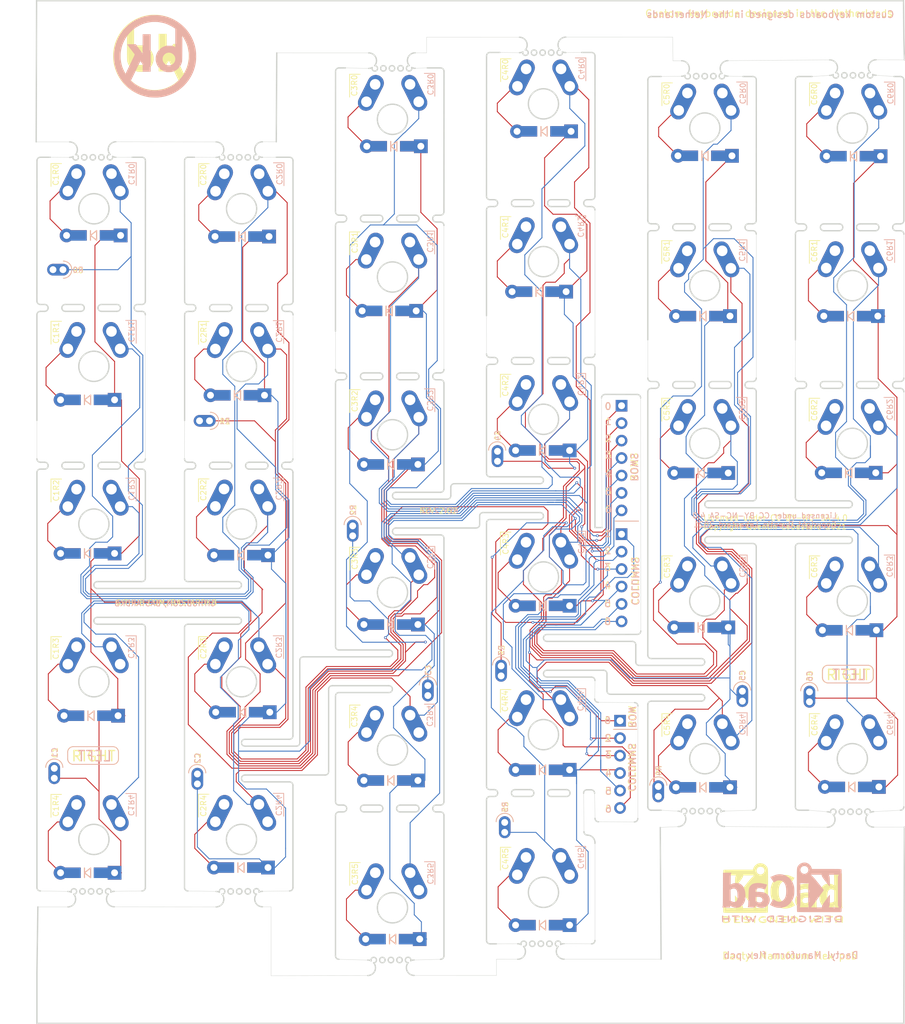
<source format=kicad_pcb>
(kicad_pcb (version 20210228) (generator pcbnew)
  (layers (0 "F.Cu" signal) (31 "B.Cu" signal) (34 "B.Paste" user) (35 "F.Paste" user) (36 "B.SilkS" user "B.Silkscreen") (37 "F.SilkS" user "F.Silkscreen") (38 "B.Mask" user) (39 "F.Mask" user) (44 "Edge.Cuts" user))
  (net 0 "")
  (net 1 "Net-(D1-Pad2)")
  (net 2 "col1")
  (net 3 "Net-(D2-Pad2)")
  (net 4 "Net-(D3-Pad2)")
  (net 5 "Net-(D4-Pad2)")
  (net 6 "Net-(D5-Pad2)")
  (net 7 "col2")
  (net 8 "Net-(D6-Pad2)")
  (net 9 "Net-(D7-Pad2)")
  (net 10 "Net-(D8-Pad2)")
  (net 11 "Net-(D9-Pad2)")
  (net 12 "col3")
  (net 13 "Net-(D10-Pad2)")
  (net 14 "Net-(D11-Pad2)")
  (net 15 "Net-(D12-Pad2)")
  (net 16 "Net-(D13-Pad2)")
  (net 17 "Net-(D14-Pad2)")
  (net 18 "col4")
  (net 19 "Net-(D15-Pad2)")
  (net 20 "Net-(D16-Pad2)")
  (net 21 "Net-(D17-Pad2)")
  (net 22 "Net-(D18-Pad2)")
  (net 23 "Net-(D19-Pad2)")
  (net 24 "col5")
  (net 25 "Net-(D20-Pad2)")
  (net 26 "Net-(D21-Pad2)")
  (net 27 "Net-(D22-Pad2)")
  (net 28 "Net-(D23-Pad2)")
  (net 29 "col6")
  (net 30 "Net-(D24-Pad2)")
  (net 31 "Net-(D25-Pad2)")
  (net 32 "Net-(D26-Pad2)")
  (net 33 "row1")
  (net 34 "row3")
  (net 35 "row2")
  (net 36 "row4")
  (net 37 "row5")
  (net 38 "Net-(D27-Pad2)")
  (net 39 "Net-(D28-Pad2)")
  (net 40 "Net-(D29-Pad2)")
  (net 41 "Net-(D30-Pad2)")
  (net 42 "Net-(D31-Pad2)")
  (net 43 "Net-(D32-Pad2)")
  (net 44 "row0")
  (net 45 "row6")
  (footprint "customs2:SolderWire-0.15sqmm_1x01_D0.5mm_OD1.5mm" (layer "F.Cu") (at 37.7627 42.2644)
    (fp_text reference "J3" hide)
    (fp_text value "Conn_01x02_Female")
  )
  (footprint "customs2:SolderWire-0.15sqmm_1x01_D0.5mm_OD1.5mm" (layer "F.Cu") (at 58.8002 117.1144 90)
    (fp_text reference "J10" hide)
    (fp_text value "Conn_01x02_Female")
  )
  (footprint "LOGO" (layer "F.Cu") (at 143.987835 133.044336)
    (fp_text reference "G***" hide)
    (fp_text value "LOGO" hide)
  )
  (footprint "custom:Diode_TH_SOD123" (layer "F.Cu") (at 114.26 22.13 180)
    (fp_text reference "D30" hide)
    (fp_text value "D")
  )
  (footprint "customs2:SolderWire-0.15sqmm_1x01_D0.5mm_OD1.5mm" (layer "F.Cu") (at 147.9752 105.1644 90)
    (fp_text reference "J15" hide)
    (fp_text value "Conn_01x02_Female")
  )
  (footprint "customs2:SolderWire-0.15sqmm_1x01_D0.5mm_OD1.5mm" (layer "F.Cu") (at 138.2002 105.0644 90)
    (fp_text reference "J13" hide)
    (fp_text value "Conn_01x02_Female")
  )
  (footprint "customs2:SolderWire-0.15sqmm_1x01_D0.5mm_OD1.5mm" (layer "F.Cu") (at 37.9502 116.2894 90)
    (fp_text reference "J9" hide)
    (fp_text value "Conn_01x02_Female")
  )
  (footprint "Connector_PinSocket_2.54mm:PinSocket_1x07_P2.54mm_Vertical" (layer "F.Cu") (at 120.6002 62.0644)
    (fp_text reference "J2" hide)
    (fp_text value "Conn_01x07_Female")
  )
  (footprint "customs2:SolderWire-0.15sqmm_1x01_D0.5mm_OD1.5mm" (layer "F.Cu") (at 59.1127 64.2644)
    (fp_text reference "J4" hide)
    (fp_text value "Conn_01x02_Female")
  )
  (footprint "custom:Diode_TH_SOD123" (layer "F.Cu") (at 92.37 24.3 180)
    (fp_text reference "D29" hide)
    (fp_text value "D")
  )
  (footprint "custom:Diode_TH_SOD123" (layer "F.Cu") (at 70.26 37.44 180)
    (fp_text reference "D28" hide)
    (fp_text value "D")
  )
  (footprint "customs2:SolderWire-0.15sqmm_1x01_D0.5mm_OD1.5mm" (layer "F.Cu") (at 92.3752 104.2519 90)
    (fp_text reference "J11" hide)
    (fp_text value "Conn_01x02_Female")
  )
  (footprint "Connector_PinSocket_2.54mm:PinSocket_1x06_P2.54mm_Vertical" (layer "F.Cu") (at 120.3752 107.9144)
    (fp_text reference "J1" hide)
    (fp_text value "Conn_01x06_Female")
  )
  (footprint "customs2:SolderWire-0.15sqmm_1x01_D0.5mm_OD1.5mm" (layer "F.Cu") (at 81.4252 81.0019 90)
    (fp_text reference "J5" hide)
    (fp_text value "Conn_01x02_Female")
  )
  (footprint "Connector_PinSocket_2.54mm:PinSocket_1x06_P2.54mm_Vertical" (layer "F.Cu") (at 120.6002 80.7644)
    (fp_text reference "J14" hide)
    (fp_text value "Conn_01x06_Female")
  )
  (footprint "custom:Diode_TH_SOD123" (layer "F.Cu") (at 48.63 37.28 180)
    (fp_text reference "D27" hide)
    (fp_text value "D")
  )
  (footprint "customs2:SolderWire-0.15sqmm_1x01_D0.5mm_OD1.5mm" (layer "F.Cu") (at 103.0502 101.3894 90)
    (fp_text reference "J6" hide)
    (fp_text value "Conn_01x02_Female")
  )
  (footprint "customs2:SolderWire-0.15sqmm_1x01_D0.5mm_OD1.5mm" (layer "F.Cu") (at 103.5752 124.1644 90)
    (fp_text reference "J8" hide)
    (fp_text value "Conn_01x02_Female")
  )
  (footprint "customs2:SolderWire-0.15sqmm_1x01_D0.5mm_OD1.5mm" (layer "F.Cu") (at 102.5252 70.1519 90)
    (fp_text reference "J12" hide)
    (fp_text value "Conn_01x02_Female")
  )
  (footprint "customs2:SolderWire-0.15sqmm_1x01_D0.5mm_OD1.5mm" (layer "F.Cu") (at 125.9502 118.9394 90)
    (fp_text reference "J7" hide)
    (fp_text value "Conn_01x02_Female")
  )
  (footprint "custom:Diode_TH_SOD123" (layer "F.Cu") (at 159.35 25.75 180)
    (fp_text reference "D32" hide)
    (fp_text value "D")
  )
  (footprint "custom:Diode_TH_SOD123" (layer "F.Cu") (at 137.7 25.69 180)
    (fp_text reference "D31" hide)
    (fp_text value "D")
  )
  (footprint "LOGO" (layer "F.Cu") (at 52.5252 11.1644)
    (fp_text reference "G***" hide)
    (fp_text value "LOGO" hide)
  )
  (footprint "custom:Diode_TH_SOD123" (layer "B.Cu") (at 158.748 94.742 180)
    (fp_text reference "D25" hide)
    (fp_text value "D")
  )
  (footprint "custom:Diode_TH_SOD123" (layer "B.Cu") (at 137.16 94.3356 180)
    (fp_text reference "D21" hide)
    (fp_text value "D")
  )
  (footprint "custom:Diode_TH_SOD123" (layer "B.Cu") (at 92.202 139.7 180)
    (fp_text reference "D13" hide)
    (fp_text value "D")
  )
  (footprint "custom:SW_MX_reversible" (layer "B.Cu") (at 87.2474 112.185201 180)
    (fp_text reference "SW12" hide)
    (fp_text value "SW_Push")
  )
  (footprint "custom:Diode_TH_SOD123" (layer "B.Cu") (at 70.104 83.82 180)
    (fp_text reference "D6" hide)
    (fp_text value "D")
  )
  (footprint "custom:SW_MX_reversible" (layer "B.Cu") (at 65.2256 102.228401 180)
    (fp_text reference "SW7" hide)
    (fp_text value "SW_Push")
  )
  (footprint "custom:Diode_TH_SOD123" (layer "B.Cu") (at 113.538 45.466 180)
    (fp_text reference "D14" hide)
    (fp_text value "D")
  )
  (footprint "custom:SW_MX_reversible" (layer "B.Cu") (at 109.2184 87.013801 180)
    (fp_text reference "SW16" hide)
    (fp_text value "SW_Push")
  )
  (footprint "custom:SW_MX_reversible" (layer "B.Cu") (at 87.2562 135.114401 180)
    (fp_text reference "SW13" hide)
    (fp_text value "SW_Push")
  )
  (footprint "custom:SW_MX_reversible" (layer "B.Cu") (at 132.7404 90.4748 180)
    (fp_text reference "SW21" hide)
    (fp_text value "SW_Push")
  )
  (footprint "LOGO" (layer "B.Cu") (at 52.6252 11.2144 180)
    (fp_text reference "G***" hide)
    (fp_text value "LOGO" hide)
  )
  (footprint "custom:SW_MX_reversible" (layer "B.Cu") (at 87.24 20.37 180)
    (fp_text reference "SW29" hide)
    (fp_text value "SW_Push")
  )
  (footprint "custom:SW_MX_reversible" (layer "B.Cu") (at 87.2474 89.223601 180)
    (fp_text reference "SW11" hide)
    (fp_text value "SW_Push")
  )
  (footprint "custom:SW_MX_reversible" (layer "B.Cu") (at 132.715 44.6024 180)
    (fp_text reference "SW19" hide)
    (fp_text value "SW_Push")
  )
  (footprint "custom:Diode_TH_SOD123" (layer "B.Cu") (at 114.046 68.58 180)
    (fp_text reference "D15" hide)
    (fp_text value "D")
  )
  (footprint "custom:Diode_TH_SOD123" (layer "B.Cu") (at 69.596 60.547001 180)
    (fp_text reference "D5" hide)
    (fp_text value "D")
  )
  (footprint "custom:Diode_TH_SOD123" (layer "B.Cu") (at 91.948 116.614401 180)
    (fp_text reference "D12" hide)
    (fp_text value "D")
  )
  (footprint "custom:Diode_TH_SOD123" (layer "B.Cu") (at 114.046 115.062 180)
    (fp_text reference "D17" hide)
    (fp_text value "D")
  )
  (footprint "custom:Diode_TH_SOD123" (layer "B.Cu") (at 159.1056 117.5512 180)
    (fp_text reference "D26" hide)
    (fp_text value "D")
  )
  (footprint "custom:Diode_TH_SOD123" (layer "B.Cu") (at 114.046 137.668 180)
    (fp_text reference "D18" hide)
    (fp_text value "D")
  )
  (footprint "custom:Diode_TH_SOD123" (layer "B.Cu") (at 47.752 130.048 180)
    (fp_text reference "D4" hide)
    (fp_text value "D")
  )
  (footprint "custom:SW_MX_reversible" (layer "B.Cu") (at 132.74 21.63 180)
    (fp_text reference "SW31" hide)
    (fp_text value "SW_Push")
  )
  (footprint "custom:SW_MX_reversible" (layer "B.Cu") (at 109.2184 109.924601 180)
    (fp_text reference "SW17" hide)
    (fp_text value "SW_Push")
  )
  (footprint "custom:SW_MX_reversible" (layer "B.Cu") (at 43.74 33.37 180)
    (fp_text reference "SW27" hide)
    (fp_text value "SW_Push")
  )
  (footprint "custom:Diode_TH_SOD123" (layer "B.Cu") (at 91.948 70.612 180)
    (fp_text reference "D10" hide)
    (fp_text value "D")
  )
  (footprint "custom:SW_MX_reversible" (layer "B.Cu") (at 65.2256 56.356001 180)
    (fp_text reference "SW5" hide)
    (fp_text value "SW_Push")
  )
  (footprint "custom:SW_MX_reversible" (layer "B.Cu") (at 109.2184 132.886201 180)
    (fp_text reference "SW18" hide)
    (fp_text value "SW_Push")
  )
  (footprint "custom:SW_MX_reversible" (layer "B.Cu") (at 87.222 43.325801 180)
    (fp_text reference "SW9" hide)
    (fp_text value "SW_Push")
  )
  (footprint "custom:SW_MX_reversible" (layer "B.Cu") (at 109.2184 41.090601 180)
    (fp_text reference "SW14" hide)
    (fp_text value "SW_Push")
  )
  (footprint "custom:SW_MX_reversible" (layer "B.Cu") (at 65.26 33.39 180)
    (fp_text reference "SW28" hide)
    (fp_text value "SW_Push")
  )
  (footprint "custom:SW_MX_reversible" (layer "B.Cu") (at 109.2184 64.052201 180)
    (fp_text reference "SW15" hide)
    (fp_text value "SW_Push")
  )
  (footprint "custom:Diode_TH_SOD123" (layer "B.Cu") (at 91.948 93.914401 180)
    (fp_text reference "D11" hide)
    (fp_text value "D")
  )
  (footprint "custom:SW_MX_reversible" (layer "B.Cu") (at 154.25 21.64 180)
    (fp_text reference "SW32" hide)
    (fp_text value "SW_Push")
  )
  (footprint "custom:SW_MX_reversible" (layer "B.Cu") (at 43.7372 56.330601 180)
    (fp_text reference "SW1" hide)
    (fp_text value "SW_Push")
  )
  (footprint "custom:Diode_TH_SOD123" (layer "B.Cu") (at 137.158 71.8566 180)
    (fp_text reference "D20" hide)
    (fp_text value "D")
  )
  (footprint "custom:SW_MX_reversible" (layer "B.Cu") (at 154.2034 67.5386 180)
    (fp_text reference "SW24" hide)
    (fp_text value "SW_Push")
  )
  (footprint "custom:Diode_TH_SOD123" (layer "B.Cu") (at 70.358 106.68 180)
    (fp_text reference "D7" hide)
    (fp_text value "D")
  )
  (footprint "custom:Diode_TH_SOD123" (layer "B.Cu") (at 114.046 91.186 180)
    (fp_text reference "D16" hide)
    (fp_text value "D")
  )
  (footprint "custom:SW_MX_reversible" (layer "B.Cu") (at 65.2256 125.164601 180)
    (fp_text reference "SW8" hide)
    (fp_text value "SW_Push")
  )
  (footprint "custom:SW_MX_reversible" (layer "B.Cu") (at 87.2474 66.287401 180)
    (fp_text reference "SW10" hide)
    (fp_text value "SW_Push")
  )
  (footprint "custom:SW_MX_reversible" (layer "B.Cu") (at 154.2288 90.4748 180)
    (fp_text reference "SW25" hide)
    (fp_text value "SW_Push")
  )
  (footprint "custom:Diode_TH_SOD123" (layer "B.Cu") (at 47.752 83.566 180)
    (fp_text reference "D2" hide)
    (fp_text value "D")
  )
  (footprint "LOGO" (layer "B.Cu") (at 144.087835 132.944336 180)
    (fp_text reference "G***" hide)
    (fp_text value "LOGO" hide)
  )
  (footprint "custom:SW_MX_reversible" (layer "B.Cu") (at 154.2288 113.4364 180)
    (fp_text reference "SW26" hide)
    (fp_text value "SW_Push")
  )
  (footprint "custom:SW_MX_reversible" (layer "B.Cu") (at 132.715 67.5386 180)
    (fp_text reference "SW20" hide)
    (fp_text value "SW_Push")
  )
  (footprint "custom:SW_MX_reversible" (layer "B.Cu") (at 43.7372 79.292201 180)
    (fp_text reference "SW2" hide)
    (fp_text value "SW_Push")
  )
  (footprint "custom:SW_MX_reversible" (layer "B.Cu") (at 132.7404 113.4364 180)
    (fp_text reference "SW22" hide)
    (fp_text value "SW_Push")
  )
  (footprint "custom:SW_MX_reversible" (layer "B.Cu") (at 154.2288 44.577 180)
    (fp_text reference "SW23" hide)
    (fp_text value "SW_Push")
  )
  (footprint "custom:Diode_TH_SOD123" (layer "B.Cu") (at 137.414 49.022 180)
    (fp_text reference "D19" hide)
    (fp_text value "D")
  )
  (footprint "custom:SW_MX_reversible" (layer "B.Cu") (at 109.24 18.12 180)
    (fp_text reference "SW30" hide)
    (fp_text value "SW_Push")
  )
  (footprint "custom:Diode_TH_SOD123" (layer "B.Cu") (at 47.752 61.214 180)
    (fp_text reference "D1" hide)
    (fp_text value "D")
  )
  (footprint "custom:Diode_TH_SOD123" (layer "B.Cu") (at 91.694 48.26 180)
    (fp_text reference "D9" hide)
    (fp_text value "D")
  )
  (footprint "custom:Diode_TH_SOD123" (layer "B.Cu") (at 158.9532 49.022 180)
    (fp_text reference "D23" hide)
    (fp_text value "D")
  )
  (footprint "custom:SW_MX_reversible" (layer "B.Cu") (at 65.2256 79.266801 180)
    (fp_text reference "SW6" hide)
    (fp_text value "SW_Push")
  )
  (footprint "custom:Diode_TH_SOD123" (layer "B.Cu") (at 158.6484 71.8312 180)
    (fp_text reference "D24" hide)
    (fp_text value "D")
  )
  (footprint "custom:Diode_TH_SOD123" (layer "B.Cu") (at 48.26 107.188 180)
    (fp_text reference "D3" hide)
    (fp_text value "D")
  )
  (footprint "custom:SW_MX_reversible" (layer "B.Cu") (at 43.7372 102.228401 180)
    (fp_text reference "SW3" hide)
    (fp_text value "SW_Push")
  )
  (footprint "custom:Diode_TH_SOD123" (layer "B.Cu") (at 70.104 129.286 180)
    (fp_text reference "D8" hide)
    (fp_text value "D")
  )
  (footprint "custom:SW_MX_reversible" (layer "B.Cu") (at 43.7372 125.190001 180)
    (fp_text reference "SW4" hide)
    (fp_text value "SW_Push")
  )
  (footprint "custom:Diode_TH_SOD123" (layer "B.Cu") (at 137.414 117.602 180)
    (fp_text reference "D22" hide)
    (fp_text value "D")
  )
  (gr_line (start 157.281088 101.63351) (end 157.281088 100.614399) (layer "B.SilkS") (width 0.12))
  (gr_arc (start 39.2502 42.263358) (end 39.2752 43.513357) (angle -177.6607477) (layer "B.SilkS") (width 0.12))
  (gr_arc (start 102.474679 68.564649) (end 103.724678 68.539649) (angle -177.6607477) (layer "B.SilkS") (width 0.12))
  (gr_arc (start 37.949679 114.739649) (end 39.199678 114.714649) (angle -177.6607477) (layer "B.SilkS") (width 0.12))
  (gr_line (start 47.306088 113.48351) (end 47.306088 112.464399) (layer "B.SilkS") (width 0.12))
  (gr_arc (start 138.149158 103.489399) (end 139.399157 103.464399) (angle -177.6607477) (layer "B.SilkS") (width 0.12))
  (gr_arc (start 40.704528 113.463681) (end 40.68501 114.264399) (angle 86.48289605) (layer "B.SilkS") (width 0.12))
  (gr_line (start 156.48501 102.4144) (end 150.66001 102.414399) (layer "B.SilkS") (width 0.12))
  (gr_arc (start 150.679279 100.643705) (end 149.879121 100.62421) (angle 88.31225953) (layer "B.SilkS") (width 0.12))
  (gr_arc (start 81.424158 79.414399) (end 82.674157 79.389399) (angle -177.6607477) (layer "B.SilkS") (width 0.12))
  (gr_arc (start 125.949158 117.339399) (end 127.199157 117.314399) (angle -177.6607477) (layer "B.SilkS") (width 0.12))
  (gr_arc (start 46.50593 113.464015) (end 47.306088 113.48351) (angle 88.31225953) (layer "B.SilkS") (width 0.12))
  (gr_line (start 150.675199 99.843321) (end 156.500199 99.843321) (layer "B.SilkS") (width 0.12))
  (gr_arc (start 147.949158 103.589399) (end 149.199157 103.564399) (angle -177.6607477) (layer "B.SilkS") (width 0.12))
  (gr_arc (start 103.574158 122.639399) (end 104.824157 122.614399) (angle -177.6607477) (layer "B.SilkS") (width 0.12))
  (gr_line (start 149.879121 100.62421) (end 149.879121 101.643321) (layer "B.SilkS") (width 0.12))
  (gr_line (start 119.6752 78.8644) (end 123.0752 78.8644) (layer "B.SilkS") (width 0.12))
  (gr_arc (start 150.679528 101.613681) (end 150.66001 102.414399) (angle 86.48289605) (layer "B.SilkS") (width 0.12))
  (gr_arc (start 60.649951 64.263879) (end 60.674951 65.513878) (angle -177.6607477) (layer "B.SilkS") (width 0.12))
  (gr_arc (start 58.774679 115.539649) (end 60.024678 115.514649) (angle -177.6607477) (layer "B.SilkS") (width 0.12))
  (gr_arc (start 156.48093 101.614015) (end 157.281088 101.63351) (angle 88.31225953) (layer "B.SilkS") (width 0.12))
  (gr_line (start 40.700199 111.693321) (end 46.525199 111.693321) (layer "B.SilkS") (width 0.12))
  (gr_line (start 39.904121 112.47421) (end 39.904121 113.493321) (layer "B.SilkS") (width 0.12))
  (gr_arc (start 103.049158 99.839399) (end 104.299157 99.814399) (angle -177.6607477) (layer "B.SilkS") (width 0.12))
  (gr_line (start 119.4252 109.1644) (end 122.8252 109.1644) (layer "B.SilkS") (width 0.12))
  (gr_arc (start 46.505681 112.494039) (end 46.525199 111.693321) (angle 86.48289605) (layer "B.SilkS") (width 0.12))
  (gr_arc (start 40.704279 112.493705) (end 39.904121 112.47421) (angle 88.31225953) (layer "B.SilkS") (width 0.12))
  (gr_arc (start 156.480681 100.644039) (end 156.500199 99.843321) (angle 86.48289605) (layer "B.SilkS") (width 0.12))
  (gr_arc (start 92.374679 102.739649) (end 93.624678 102.714649) (angle -177.6607477) (layer "B.SilkS") (width 0.12))
  (gr_line (start 46.51001 114.2644) (end 40.68501 114.264399) (layer "B.SilkS") (width 0.12))
  (gr_arc (start 103.0502 99.839399) (end 101.800201 99.814399) (angle 177.6607477) (layer "F.SilkS") (width 0.12))
  (gr_line (start 157.246278 100.620289) (end 157.246278 101.6394) (layer "F.SilkS") (width 0.12))
  (gr_arc (start 150.644718 100.640118) (end 150.6252 99.8394) (angle -86.48289605) (layer "F.SilkS") (width 0.12))
  (gr_line (start 39.904122 113.48351) (end 39.904122 112.464399) (layer "F.SilkS") (width 0.12))
  (gr_arc (start 150.644469 101.610094) (end 149.844311 101.629589) (angle -88.31225953) (layer "F.SilkS") (width 0.12))
  (gr_line (start 40.7002 114.2644) (end 46.5252 114.264399) (layer "F.SilkS") (width 0.12))
  (gr_arc (start 58.775721 115.539649) (end 57.525722 115.514649) (angle 177.6607477) (layer "F.SilkS") (width 0.12))
  (gr_line (start 47.306089 112.47421) (end 47.306089 113.493321) (layer "F.SilkS") (width 0.12))
  (gr_arc (start 156.445871 101.60976) (end 156.465389 102.410478) (angle -86.48289605) (layer "F.SilkS") (width 0.12))
  (gr_arc (start 103.5752 122.639399) (end 102.325201 122.614399) (angle 177.6607477) (layer "F.SilkS") (width 0.12))
  (gr_arc (start 156.44612 100.639784) (end 157.246278 100.620289) (angle -88.31225953) (layer "F.SilkS") (width 0.12))
  (gr_arc (start 147.9502 103.589399) (end 146.700201 103.564399) (angle 177.6607477) (layer "F.SilkS") (width 0.12))
  (gr_arc (start 60.649951 64.264921) (end 60.674951 63.014922) (angle 177.6607477) (layer "F.SilkS") (width 0.12))
  (gr_arc (start 138.1502 103.489399) (end 136.900201 103.464399) (angle 177.6607477) (layer "F.SilkS") (width 0.12))
  (gr_line (start 46.510011 111.693321) (end 40.685011 111.693321) (layer "F.SilkS") (width 0.12))
  (gr_arc (start 81.4252 79.414399) (end 80.175201 79.389399) (angle 177.6607477) (layer "F.SilkS") (width 0.12))
  (gr_line (start 150.640389 102.410479) (end 156.465389 102.410478) (layer "F.SilkS") (width 0.12))
  (gr_arc (start 37.950721 114.739649) (end 36.700722 114.714649) (angle 177.6607477) (layer "F.SilkS") (width 0.12))
  (gr_arc (start 46.505682 113.463681) (end 46.5252 114.264399) (angle -86.48289605) (layer "F.SilkS") (width 0.12))
  (gr_line (start 149.844311 101.629589) (end 149.844311 100.610478) (layer "F.SilkS") (width 0.12))
  (gr_arc (start 102.475721 68.564649) (end 101.225722 68.539649) (angle 177.6607477) (layer "F.SilkS") (width 0.12))
  (gr_line (start 156.4502 99.8394) (end 150.6252 99.8394) (layer "F.SilkS") (width 0.12))
  (gr_arc (start 125.9502 117.339399) (end 124.700201 117.314399) (angle 177.6607477) (layer "F.SilkS") (width 0.12))
  (gr_arc (start 46.505931 112.493705) (end 47.306089 112.47421) (angle -88.31225953) (layer "F.SilkS") (width 0.12))
  (gr_arc (start 40.70428 113.464015) (end 39.904122 113.48351) (angle -88.31225953) (layer "F.SilkS") (width 0.12))
  (gr_arc (start 40.704529 112.494039) (end 40.685011 111.693321) (angle -86.48289605) (layer "F.SilkS") (width 0.12))
  (gr_line (start 123.0752 78.8644) (end 119.6752 78.8644) (layer "F.SilkS") (width 0.12))
  (gr_arc (start 39.2502 42.2644) (end 39.2752 41.014401) (angle 177.6607477) (layer "F.SilkS") (width 0.12))
  (gr_line (start 122.8252 109.1644) (end 119.4252 109.1644) (layer "F.SilkS") (width 0.12))
  (gr_arc (start 92.375721 102.739649) (end 91.125722 102.714649) (angle 177.6607477) (layer "F.SilkS") (width 0.12))
  (gr_line (start 161.6752 3.1144) (end 35.3752 3.1144) (layer "Edge.Cuts") (width 0.2))
  (gr_arc (start 79.4222 56.790401) (end 78.9222 56.790401) (angle -90) (layer "Edge.Cuts") (width 0.2))
  (gr_line (start 72.24 48.340001) (end 71.606666 48.34) (layer "Edge.Cuts") (width 0.2))
  (gr_arc (start 89.649796 12.954544) (end 89.664103 12.5548) (angle -288.549607) (layer "Edge.Cuts") (width 0.2))
  (gr_line (start 78.93 13.4) (end 78.92 33.83) (layer "Edge.Cuts") (width 0.2))
  (gr_line (start 83.77088 10.719167) (end 70.3658 10.716985) (layer "Edge.Cuts") (width 0.05))
  (gr_line (start 72.7222 110.1154) (end 72.722201 71.790401) (layer "Edge.Cuts") (width 0.2))
  (gr_arc (start 118.9722 103.5654) (end 118.4722 103.5654) (angle -90) (layer "Edge.Cuts") (width 0.2))
  (gr_line (start 94.2222 142.640399) (end 90.372187 142.734037) (layer "Edge.Cuts") (width 0.05))
  (gr_arc (start 101.422201 79.115401) (end 101.422201 78.615401) (angle -90) (layer "Edge.Cuts") (width 0.2))
  (gr_circle (center 87.22 20.380001) (end 89.42 20.380001) (layer "Edge.Cuts") (width 0.2) (fill none))
  (gr_line (start 80.055534 120.1904) (end 79.4222 120.1904) (layer "Edge.Cuts") (width 0.2))
  (gr_circle (center 154.2222 113.440399) (end 156.4222 113.440399) (layer "Edge.Cuts") (width 0.2) (fill none))
  (gr_line (start 64.722201 92.8654) (end 44.2222 92.8654) (layer "Edge.Cuts") (width 0.2))
  (gr_arc (start 35.9222 69.7904) (end 35.4222 69.7904) (angle -90) (layer "Edge.Cuts") (width 0.2))
  (gr_arc (start 110.322199 118.4404) (end 110.322199 117.9404) (angle -180) (layer "Edge.Cuts") (width 0.2))
  (gr_arc (start 57.43 26.4) (end 57.430001 25.9) (angle -90) (layer "Edge.Cuts") (width 0.2))
  (gr_arc (start 107.322201 55.540401) (end 107.3222 56.040401) (angle -180) (layer "Edge.Cuts") (width 0.2))
  (gr_circle (center 154.310607 13.97709) (end 154.710607 13.97709) (layer "Edge.Cuts") (width 0.2) (fill none))
  (gr_arc (start 105.721649 9.558165) (end 106.582909 10.281943) (angle -130.1427885) (layer "Edge.Cuts") (width 0.2))
  (gr_line (start 87.7222 75.665401) (end 95.2222 75.6654) (layer "Edge.Cuts") (width 0.2))
  (gr_arc (start 83.772845 11.844165) (end 83.774809 12.969162) (angle -25.89275579) (layer "Edge.Cuts") (width 0.2))
  (gr_arc (start 50.722201 132.190399) (end 50.722201 132.690399) (angle -90) (layer "Edge.Cuts") (width 0.2))
  (gr_arc (start 94.2222 56.790401) (end 94.2222 57.290401) (angle -90) (layer "Edge.Cuts") (width 0.2))
  (gr_line (start 35.93 25.9) (end 37.365334 25.900001) (layer "Edge.Cuts") (width 0.2))
  (gr_circle (center 87.2222 112.1904) (end 89.4222 112.1904) (layer "Edge.Cuts") (width 0.2) (fill none))
  (gr_arc (start 132.2222 99.3654) (end 132.2222 99.8654) (angle -90.00000171) (layer "Edge.Cuts") (width 0.2))
  (gr_arc (start 63.322201 70.7904) (end 63.322201 71.2904) (angle -180) (layer "Edge.Cuts") (width 0.2))
  (gr_line (start 138.294666 14.15) (end 136.095598 14.093632) (layer "Edge.Cuts") (width 0.05))
  (gr_line (start 78.9222 119.6904) (end 78.9222 104.315401) (layer "Edge.Cuts") (width 0.2))
  (gr_circle (center 110.091191 140.372329) (end 109.691191 140.372329) (layer "Edge.Cuts") (width 0.2) (fill none))
  (gr_arc (start 136.093635 12.968635) (end 135.604128 13.981554) (angle -25.89275579) (layer "Edge.Cuts") (width 0.2))
  (gr_line (start 102.053333 32.08) (end 101.42 32.08) (layer "Edge.Cuts") (width 0.2))
  (gr_line (start 117.9722 100.5654) (end 109.7222 100.565401) (layer "Edge.Cuts") (width 0.2))
  (gr_circle (center 154.23 21.650001) (end 156.43 21.650001) (layer "Edge.Cuts") (width 0.2) (fill none))
  (gr_arc (start 50.72 46.830001) (end 50.72 47.330001) (angle -90) (layer "Edge.Cuts") (width 0.2))
  (gr_line (start 90.376116 144.984032) (end 102.362 144.986214) (layer "Edge.Cuts") (width 0.05))
  (gr_line (start 68.273678 23.657012) (end 70.294667 23.659203) (layer "Edge.Cuts") (width 0.05))
  (gr_line (start 116.6876 104.739601) (end 116.7222 102.065401) (layer "Edge.Cuts") (width 0.05))
  (gr_line (start 68.588867 71.2904) (end 66.322201 71.290401) (layer "Edge.Cuts") (width 0.2))
  (gr_line (start 70.294667 25.900001) (end 68.277604 25.907008) (layer "Edge.Cuts") (width 0.05))
  (gr_line (start 147.063333 35.6) (end 146.43 35.6) (layer "Edge.Cuts") (width 0.2))
  (gr_line (start 128.834202 121.078583) (end 126.357533 120.940399) (layer "Edge.Cuts") (width 0.05))
  (gr_arc (start 50.088867 70.7904) (end 50.088867 70.2904) (angle -180) (layer "Edge.Cuts") (width 0.2))
  (gr_arc (start 139.7222 82.6154) (end 140.2222 82.6154) (angle -90) (layer "Edge.Cuts") (width 0.2))
  (gr_line (start 64.722201 87.6654) (end 57.422201 87.6654) (layer "Edge.Cuts") (width 0.2))
  (gr_arc (start 64.722201 93.3654) (end 65.222201 93.365401) (angle -90.00000171) (layer "Edge.Cuts") (width 0.2))
  (gr_arc (start 153.7222 81.6154) (end 154.2222 81.6154) (angle -90) (layer "Edge.Cuts") (width 0.2))
  (gr_circle (center 109.2222 86.9904) (end 111.4222 86.9904) (layer "Edge.Cuts") (width 0.2) (fill none))
  (gr_line (start 90.586666 34.330001) (end 88.32 34.33) (layer "Edge.Cuts") (width 0.2))
  (gr_circle (center 66.152604 25.912908) (end 66.552604 25.912908) (layer "Edge.Cuts") (width 0.2) (fill none))
  (gr_line (start 124.9222 36.590001) (end 125.555533 36.590001) (layer "Edge.Cuts") (width 0.2))
  (gr_line (start 109.722199 95.3654) (end 116.2222 95.365401) (layer "Edge.Cuts") (width 0.2))
  (gr_arc (start 90.588867 57.7904) (end 90.588867 58.2904) (angle -180) (layer "Edge.Cuts") (width 0.2))
  (gr_arc (start 135.586151 122.187435) (end 134.724891 121.463657) (angle -130.1427885) (layer "Edge.Cuts") (width 0.2))
  (gr_line (start 85.322201 58.290401) (end 83.055534 58.2904) (layer "Edge.Cuts") (width 0.2))
  (gr_arc (start 87.7222 75.165401) (end 87.7222 74.6654) (angle -180) (layer "Edge.Cuts") (width 0.2))
  (gr_arc (start 46.686151 133.871435) (end 45.824891 133.147657) (angle -130.1427885) (layer "Edge.Cuts") (width 0.2))
  (gr_arc (start 50.722201 71.7904) (end 51.222201 71.7904) (angle -90) (layer "Edge.Cuts") (width 0.2))
  (gr_arc (start 65.722201 116.315399) (end 65.722201 115.815399) (angle -180) (layer "Edge.Cuts") (width 0.2))
  (gr_arc (start 105.053333 32.58) (end 105.053333 32.08) (angle -180) (layer "Edge.Cuts") (width 0.2))
  (gr_line (start 105.719684 8.433167) (end 92.2098 8.430985) (layer "Edge.Cuts") (width 0.05))
  (gr_line (start 64.722201 88.6654) (end 44.222201 88.665401) (layer "Edge.Cuts") (width 0.2))
  (gr_arc (start 139.088866 59.0404) (end 139.088866 58.5404) (angle -180) (layer "Edge.Cuts") (width 0.2))
  (gr_arc (start 118.228753 60.974373) (end 118.228753 60.417953) (angle -84.18031658) (layer "Edge.Cuts") (width 0.2))
  (gr_line (start 94.22 35.330001) (end 93.586666 35.33) (layer "Edge.Cuts") (width 0.2))
  (gr_arc (start 71.606666 47.84) (end 71.606666 47.340001) (angle -180) (layer "Edge.Cuts") (width 0.2))
  (gr_arc (start 44.2222 88.165401) (end 44.2222 87.665401) (angle -180) (layer "Edge.Cuts") (width 0.2))
  (gr_line (start 116.2222 56.040401) (end 115.588866 56.0404) (layer "Edge.Cuts") (width 0.2))
  (gr_arc (start 46.065198 25.892218) (end 46.079505 25.492474) (angle -288.549607) (layer "Edge.Cuts") (width 0.2))
  (gr_arc (start 136.088866 59.040401) (end 136.088866 59.540401) (angle -180) (layer "Edge.Cuts") (width 0.2))
  (gr_line (start 139.7222 82.1154) (end 133.2222 82.1154) (layer "Edge.Cuts") (width 0.2))
  (gr_line (start 153.7222 75.9154) (end 146.422199 75.9154) (layer "Edge.Cuts") (width 0.2))
  (gr_line (start 128.555533 58.5404) (end 130.822198 58.5404) (layer "Edge.Cuts") (width 0.2))
  (gr_arc (start 101.4222 71.9154) (end 100.9222 71.9154) (angle -90) (layer "Edge.Cuts") (width 0.2))
  (gr_arc (start 61.525649 24.798166) (end 62.386909 25.521944) (angle -130.1427885) (layer "Edge.Cuts") (width 0.2))
  (gr_arc (start 109.7222 101.065401) (end 109.7222 100.565401) (angle -180) (layer "Edge.Cuts") (width 0.2))
  (gr_arc (start 105.055534 55.5404) (end 105.055534 55.040401) (angle -180) (layer "Edge.Cuts") (width 0.2))
  (gr_arc (start 139.7222 37.090001) (end 140.2222 37.090001) (angle -90) (layer "Edge.Cuts") (width 0.2))
  (gr_arc (start 61.525649 24.798166) (end 61.527613 25.923163) (angle -25.89275579) (layer "Edge.Cuts") (width 0.2))
  (gr_arc (start 45.809189 132.747965) (end 46.193111 132.860231) (angle -288.549607) (layer "Edge.Cuts") (width 0.2))
  (gr_line (start 66.322201 70.290401) (end 68.588867 70.290401) (layer "Edge.Cuts") (width 0.2))
  (gr_circle (center 43.7222 79.290401) (end 45.9222 79.290401) (layer "Edge.Cuts") (width 0.2) (fill none))
  (gr_line (start 99.9222 78.1154) (end 99.9222 79.3654) (layer "Edge.Cuts") (width 0.2))
  (gr_line (start 40.187684 23.673168) (end 35.3138 23.670985) (layer "Edge.Cuts") (width 0.05))
  (gr_line (start 114.794666 10.650001) (end 116.23 10.65) (layer "Edge.Cuts") (width 0.2))
  (gr_arc (start 115.622199 124.0644) (end 115.122199 124.0644) (angle -90) (layer "Edge.Cuts") (width 0.2))
  (gr_line (start 122.1722 96.3654) (end 109.722199 96.365401) (layer "Edge.Cuts") (width 0.2))
  (gr_arc (start 100.422201 78.115401) (end 100.4222 77.615401) (angle -90) (layer "Edge.Cuts") (width 0.2))
  (gr_line (start 58.055534 70.2904) (end 57.4222 70.2904) (layer "Edge.Cuts") (width 0.2))
  (gr_arc (start 139.73 14.65) (end 140.23 14.65) (angle -90) (layer "Edge.Cuts") (width 0.2))
  (gr_line (start 57.4222 93.865401) (end 64.722201 93.865401) (layer "Edge.Cuts") (width 0.2))
  (gr_line (start 102.865334 10.650001) (end 101.43 10.65) (layer "Edge.Cuts") (width 0.2))
  (gr_line (start 140.2222 35.090001) (end 140.23 14.65) (layer "Edge.Cuts") (width 0.2))
  (gr_line (start 116.1722 117.970399) (end 115.538867 117.970399) (layer "Edge.Cuts") (width 0.2))
  (gr_line (start 110.32 33.080001) (end 112.586666 33.080001) (layer "Edge.Cuts") (width 0.2))
  (gr_line (start 47.086666 47.330001) (end 44.82 47.33) (layer "Edge.Cuts") (width 0.2))
  (gr_arc (start 109.7222 95.865401) (end 109.722199 95.3654) (angle -180) (layer "Edge.Cuts") (width 0.2))
  (gr_line (start 83.622201 142.750183) (end 79.4222 142.640399) (layer "Edge.Cuts") (width 0.05))
  (gr_circle (center 132.73 21.650001) (end 134.93 21.650001) (layer "Edge.Cuts") (width 0.2) (fill none))
  (gr_arc (start 79.4222 121.690399) (end 79.4222 121.190399) (angle -90) (layer "Edge.Cuts") (width 0.2))
  (gr_line (start 150.063333 36.6) (end 152.33 36.600001) (layer "Edge.Cuts") (width 0.2))
  (gr_circle (center 44.559191 132.752329) (end 44.159191 132.752329) (layer "Edge.Cuts") (width 0.2) (fill none))
  (gr_line (start 116.222199 140.3904) (end 112.216187 140.366438) (layer "Edge.Cuts") (width 0.05))
  (gr_arc (start 116.23 11.15) (end 116.73 11.15) (angle -90) (layer "Edge.Cuts") (width 0.2))
  (gr_line (start 86.710285 102.8154) (end 78.4222 102.815401) (layer "Edge.Cuts") (width 0.2))
  (gr_line (start 140.2222 82.6154) (end 140.2222 120.440399) (layer "Edge.Cuts") (width 0.2))
  (gr_arc (start 160.588866 59.0404) (end 160.588866 58.540401) (angle -180) (layer "Edge.Cuts") (width 0.2))
  (gr_arc (start 47.086666 47.830001) (end 47.086666 48.330001) (angle -180) (layer "Edge.Cuts") (width 0.2))
  (gr_line (start 122.468801 122.644398) (end 117.2316 122.619599) (layer "Edge.Cuts") (width 0.05))
  (gr_circle (center 43.722201 125.190399) (end 45.922201 125.190399) (layer "Edge.Cuts") (width 0.2) (fill none))
  (gr_arc (start 133.8222 59.0404) (end 133.8222 58.540401) (angle -180) (layer "Edge.Cuts") (width 0.2))
  (gr_arc (start 108.722201 72.9154) (end 109.2222 72.9154) (angle -90) (layer "Edge.Cuts") (width 0.2))
  (gr_arc (start 39.555534 70.790401) (end 39.555534 70.290401) (angle -180) (layer "Edge.Cuts") (width 0.2))
  (gr_arc (start 83.055534 57.7904) (end 83.055534 57.290401) (angle -180) (layer "Edge.Cuts") (width 0.2))
  (gr_circle (center 132.7222 113.440399) (end 134.9222 113.440399) (layer "Edge.Cuts") (width 0.2) (fill none))
  (gr_line (start 129.345613 14.109777) (end 126.365333 14.15) (layer "Edge.Cuts") (width 0.05))
  (gr_line (start 108.7222 77.6154) (end 100.4222 77.6154) (layer "Edge.Cuts") (width 0.2))
  (gr_arc (start 50.7222 69.7904) (end 50.7222 70.2904) (angle -90) (layer "Edge.Cuts") (width 0.2))
  (gr_arc (start 83.624164 143.87518) (end 83.626127 145.000179) (angle -130.1427885) (layer "Edge.Cuts") (width 0.2))
  (gr_line (start 155.3222 59.540401) (end 157.588866 59.540401) (layer "Edge.Cuts") (width 0.2))
  (gr_arc (start 89.497189 142.735564) (end 89.881111 142.84783) (angle -288.549607) (layer "Edge.Cuts") (width 0.2))
  (gr_arc (start 50.086666 47.83) (end 50.086666 47.330001) (angle -180) (layer "Edge.Cuts") (width 0.2))
  (gr_circle (center 153.060609 13.979271) (end 153.460609 13.979271) (layer "Edge.Cuts") (width 0.2) (fill none))
  (gr_arc (start 79.4222 104.315401) (end 79.4222 103.815401) (angle -90) (layer "Edge.Cuts") (width 0.2))
  (gr_line (start 161.798 123.404286) (end 161.7222 151.9644) (layer "Edge.Cuts") (width 0.2))
  (gr_arc (start 129.7092 121.077056) (end 129.694893 121.4768) (angle -288.549607) (layer "Edge.Cuts") (width 0.2))
  (gr_line (start 140.2222 60.0404) (end 140.2222 75.4154) (layer "Edge.Cuts") (width 0.2))
  (gr_line (start 70.294667 25.900001) (end 72.230001 25.9) (layer "Edge.Cuts") (width 0.2))
  (gr_line (start 56.9222 94.365401) (end 56.9222 132.1904) (layer "Edge.Cuts") (width 0.2))
  (gr_line (start 94.72 33.830001) (end 94.73 13.4) (layer "Edge.Cuts") (width 0.2))
  (gr_arc (start 67.402614 25.908526) (end 67.416913 25.508792) (angle -288.5475584) (layer "Edge.Cuts") (width 0.2))
  (gr_arc (start 116.222199 139.8904) (end 116.222199 140.3904) (angle -90) (layer "Edge.Cuts") (width 0.2))
  (gr_line (start 61.073333 48.34) (end 63.34 48.340001) (layer "Edge.Cuts") (width 0.2))
  (gr_line (start 161.2222 59.540401) (end 160.588866 59.5404) (layer "Edge.Cuts") (width 0.2))
  (gr_line (start 56.9222 71.790401) (end 56.922201 87.1654) (layer "Edge.Cuts") (width 0.2))
  (gr_arc (start 96.2222 73.9154) (end 96.2222 73.4154) (angle -90) (layer "Edge.Cuts") (width 0.2))
  (gr_line (start 116.7222 79.8) (end 117.75 79.8) (layer "Edge.Cuts") (width 0.2))
  (gr_circle (center 64.899193 132.75451) (end 64.499193 132.75451) (layer "Edge.Cuts") (width 0.2) (fill none))
  (gr_line (start 83.055534 57.290401) (end 85.322201 57.290401) (layer "Edge.Cuts") (width 0.2))
  (gr_arc (start 112.471635 9.54202) (end 112.469672 8.417021) (angle -130.1427885) (layer "Edge.Cuts") (width 0.2))
  (gr_line (start 139.7222 36.590001) (end 139.088866 36.59) (layer "Edge.Cuts") (width 0.2))
  (gr_circle (center 65.222201 102.2404) (end 67.4222 102.2404) (layer "Edge.Cuts") (width 0.2) (fill none))
  (gr_arc (start 39.936165 133.88758) (end 39.938128 135.012579) (angle -130.1427885) (layer "Edge.Cuts") (width 0.2))
  (gr_line (start 105.055534 117.940399) (end 107.3222 117.940399) (layer "Edge.Cuts") (width 0.2))
  (gr_arc (start 102.055534 118.4404) (end 102.055534 118.9404) (angle -180) (layer "Edge.Cuts") (width 0.2))
  (gr_arc (start 50.722201 87.165401) (end 50.722201 87.665401) (angle -90) (layer "Edge.Cuts") (width 0.2))
  (gr_arc (start 112.588866 55.540401) (end 112.588866 56.0404) (angle -180) (layer "Edge.Cuts") (width 0.2))
  (gr_line (start 71.606666 47.340001) (end 72.24 47.340001) (layer "Edge.Cuts") (width 0.2))
  (gr_line (start 92.2098 8.430985) (end 92.2098 10.705203) (layer "Edge.Cuts") (width 0.05))
  (gr_arc (start 128.836165 122.20358) (end 129.325672 121.190661) (angle -25.89275579) (layer "Edge.Cuts") (width 0.2))
  (gr_circle (center 64.902607 25.91509) (end 65.302607 25.91509) (layer "Edge.Cuts") (width 0.2) (fill none))
  (gr_arc (start 102.055534 55.540401) (end 102.055534 56.040401) (angle -180) (layer "Edge.Cuts") (width 0.2))
  (gr_arc (start 161.2222 60.040401) (end 161.7222 60.040401) (angle -90) (layer "Edge.Cuts") (width 0.2))
  (gr_line (start 80.055534 57.290401) (end 79.4222 57.290401) (layer "Edge.Cuts") (width 0.2))
  (gr_arc (start 85.3222 120.6904) (end 85.3222 121.190399) (angle -180) (layer "Edge.Cuts") (width 0.2))
  (gr_arc (start 155.3222 59.0404) (end 155.3222 58.5404) (angle -180) (layer "Edge.Cuts") (width 0.2))
  (gr_line (start 85.32 34.330001) (end 83.053333 34.33) (layer "Edge.Cuts") (width 0.2))
  (gr_line (start 108.7222 72.4154) (end 101.4222 72.4154) (layer "Edge.Cuts") (width 0.2))
  (gr_arc (start 117.1876 104.739601) (end 116.6876 104.739601) (angle -90) (layer "Edge.Cuts") (width 0.2))
  (gr_arc (start 106.341198 140.381056) (end 106.326894 140.780799) (angle -288.5492607) (layer "Edge.Cuts") (width 0.2))
  (gr_line (start 124.429999 14.65) (end 124.4222 35.09) (layer "Edge.Cuts") (width 0.2))
  (gr_line (start 133.8222 36.590001) (end 136.088866 36.590001) (layer "Edge.Cuts") (width 0.2))
  (gr_arc (start 147.063333 36.1) (end 147.063333 36.600001) (angle -180) (layer "Edge.Cuts") (width 0.2))
  (gr_arc (start 66.322201 70.790401) (end 66.322201 70.290401) (angle -180) (layer "Edge.Cuts") (width 0.2))
  (gr_arc (start 101.4222 56.5404) (end 101.4222 56.0404) (angle -90) (layer "Edge.Cuts") (width 0.2))
  (gr_arc (start 146.422199 75.4154) (end 145.922199 75.4154) (angle -90) (layer "Edge.Cuts") (width 0.2))
  (gr_arc (start 80.055534 57.790401) (end 80.055534 58.290401) (angle -180) (layer "Edge.Cuts") (width 0.2))
  (gr_arc (start 68.276151 133.871435) (end 68.274187 132.746438) (angle -25.89275579) (layer "Edge.Cuts") (width 0.2))
  (gr_line (start 107.3222 56.040401) (end 105.055534 56.0404) (layer "Edge.Cuts") (width 0.2))
  (gr_arc (start 133.2222 81.6154) (end 133.2222 81.1154) (angle -180) (layer "Edge.Cuts") (width 0.2))
  (gr_line (start 139.7222 120.940399) (end 135.584187 121.062438) (layer "Edge.Cuts") (width 0.05))
  (gr_line (start 93.586666 34.330001) (end 94.22 34.330001) (layer "Edge.Cuts") (width 0.2))
  (gr_arc (start 94.222201 81.3654) (end 94.722201 81.3654) (angle -90) (layer "Edge.Cuts") (width 0.2))
  (gr_arc (start 139.7222 60.0404) (end 140.2222 60.0404) (angle -90) (layer "Edge.Cuts") (width 0.2))
  (gr_arc (start 64.722201 93.365401) (end 64.722201 93.865401) (angle -90) (layer "Edge.Cuts") (width 0.2))
  (gr_line (start 88.322201 57.2904) (end 90.588867 57.2904) (layer "Edge.Cuts") (width 0.2))
  (gr_arc (start 64.722201 88.1654) (end 65.222201 88.1654) (angle -90.00000171) (layer "Edge.Cuts") (width 0.2))
  (gr_arc (start 64.722201 88.165401) (end 64.722201 88.6654) (angle -90) (layer "Edge.Cuts") (width 0.2))
  (gr_line (start 37.365334 25.900001) (end 40.191613 25.923163) (layer "Edge.Cuts") (width 0.05))
  (gr_line (start 50.722201 71.2904) (end 50.088867 71.2904) (layer "Edge.Cuts") (width 0.2))
  (gr_line (start 72.7222 117.315399) (end 72.722201 132.1904) (layer "Edge.Cuts") (width 0.2))
  (gr_arc (start 101.422201 139.8904) (end 100.922201 139.8904) (angle -90) (layer "Edge.Cuts") (width 0.2))
  (gr_line (start 124.422199 98.3654) (end 124.4222 60.040401) (layer "Edge.Cuts") (width 0.2))
  (gr_line (start 124.4222 105.565401) (end 124.4222 120.440399) (layer "Edge.Cuts") (width 0.2))
  (gr_arc (start 94.2222 142.140399) (end 94.2222 142.640399) (angle -90) (layer "Edge.Cuts") (width 0.2))
  (gr_arc (start 124.9222 105.565401) (end 124.9222 105.065401) (angle -90) (layer "Edge.Cuts") (width 0.2))
  (gr_circle (center 132.7222 67.5404) (end 134.9222 67.5404) (layer "Edge.Cuts") (width 0.2) (fill none))
  (gr_arc (start 112.218151 141.491435) (end 112.216187 140.366438) (angle -25.89275579) (layer "Edge.Cuts") (width 0.2))
  (gr_arc (start 125.555533 36.09) (end 125.555533 36.590001) (angle -180) (layer "Edge.Cuts") (width 0.2))
  (gr_arc (start 115.538867 118.438177) (end 115.538867 117.970399) (angle -93.95008244) (layer "Edge.Cuts") (width 0.2))
  (gr_arc (start 157.588866 59.040401) (end 157.588866 59.540401) (angle -180) (layer "Edge.Cuts") (width 0.2))
  (gr_line (start 101.42 33.080001) (end 102.053333 33.080001) (layer "Edge.Cuts") (width 0.2))
  (gr_arc (start 116.2222 56.540401) (end 116.7222 56.540401) (angle -90) (layer "Edge.Cuts") (width 0.2))
  (gr_arc (start 44.8222 70.790401) (end 44.822201 70.290401) (angle -180) (layer "Edge.Cuts") (width 0.2))
  (gr_circle (center 87.2222 89.2404) (end 89.4222 89.2404) (layer "Edge.Cuts") (width 0.2) (fill none))
  (gr_line (start 65.7222 110.615399) (end 72.2222 110.6154) (layer "Edge.Cuts") (width 0.2))
  (gr_line (start 161.7222 58.040401) (end 161.73 37.100001) (layer "Edge.Cuts") (width 0.05))
  (gr_circle (center 131.470609 14.103886) (end 131.870609 14.103886) (layer "Edge.Cuts") (width 0.2) (fill none))
  (gr_arc (start 90.588867 120.690399) (end 90.588867 121.190399) (angle -180) (layer "Edge.Cuts") (width 0.2))
  (gr_arc (start 35.9222 132.1904) (end 35.4222 132.1904) (angle -90) (layer "Edge.Cuts") (width 0.2))
  (gr_line (start 94.7222 74.1654) (end 94.7222 58.790401) (layer "Edge.Cuts") (width 0.2))
  (gr_line (start 90.520868 10.703021) (end 92.2098 10.705203) (layer "Edge.Cuts") (width 0.05))
  (gr_arc (start 136.093635 12.968635) (end 136.091672 11.843636) (angle -130.1427885) (layer "Edge.Cuts") (width 0.2))
  (gr_arc (start 47.088867 70.790401) (end 47.088867 71.290401) (angle -180) (layer "Edge.Cuts") (width 0.2))
  (gr_line (start 88.32 35.330001) (end 90.586666 35.330001) (layer "Edge.Cuts") (width 0.2))
  (gr_arc (start 115.586666 32.58) (end 115.586666 32.080001) (angle -180) (layer "Edge.Cuts") (width 0.2))
  (gr_line (start 112.588866 56.0404) (end 110.3222 56.040401) (layer "Edge.Cuts") (width 0.2))
  (gr_arc (start 150.570973 122.293251) (end 150.572937 123.41825) (angle -130.1426759) (layer "Edge.Cuts") (width 0.2))
  (gr_circle (center 85.899805 12.963271) (end 86.299805 12.963271) (layer "Edge.Cuts") (width 0.2) (fill none))
  (gr_circle (center 42.059196 132.756692) (end 41.659196 132.756692) (layer "Edge.Cuts") (width 0.2) (fill none))
  (gr_line (start 50.72 48.330001) (end 50.086666 48.33) (layer "Edge.Cuts") (width 0.2))
  (gr_line (start 126.365333 14.15) (end 124.93 14.15) (layer "Edge.Cuts") (width 0.2))
  (gr_line (start 51.2222 69.7904) (end 51.22 48.830001) (layer "Edge.Cuts") (width 0.05))
  (gr_line (start 57.4222 71.290401) (end 58.055534 71.290401) (layer "Edge.Cuts") (width 0.2))
  (gr_arc (start 58.055534 70.7904) (end 58.055534 71.290401) (angle -180) (layer "Edge.Cuts") (width 0.2))
  (gr_line (start 112.469672 8.417021) (end 128.043801 8.421385) (layer "Edge.Cuts") (width 0.05))
  (gr_arc (start 40.8092 132.761056) (end 40.794893 133.1608) (angle -288.549607) (layer "Edge.Cuts") (width 0.2))
  (gr_arc (start 129.343649 12.98478) (end 129.345613 14.109777) (angle -25.89275579) (layer "Edge.Cuts") (width 0.2))
  (gr_circle (center 109.2222 64.0404) (end 111.4222 64.0404) (layer "Edge.Cuts") (width 0.2) (fill none))
  (gr_arc (start 105.055534 118.440399) (end 105.055534 117.940399) (angle -180) (layer "Edge.Cuts") (width 0.2))
  (gr_arc (start 116.22 33.580001) (end 116.72 33.580001) (angle -90) (layer "Edge.Cuts") (width 0.2))
  (gr_arc (start 35.9222 71.790401) (end 35.9222 71.290401) (angle -90) (layer "Edge.Cuts") (width 0.2))
  (gr_arc (start 115.588866 55.540401) (end 115.588866 55.040401) (angle -180) (layer "Edge.Cuts") (width 0.2))
  (gr_line (start 72.2222 116.815399) (end 65.722201 116.815399) (layer "Edge.Cuts") (width 0.2))
  (gr_line (start 79.43 12.9) (end 80.365334 12.9) (layer "Edge.Cuts") (width 0.2))
  (gr_arc (start 124.9222 60.040401) (end 124.9222 59.540401) (angle -90) (layer "Edge.Cuts") (width 0.2))
  (gr_line (start 35.9222 71.290401) (end 36.555534 71.290401) (layer "Edge.Cuts") (width 0.2))
  (gr_arc (start 77.422201 115.315399) (end 77.422201 115.815399) (angle -90) (layer "Edge.Cuts") (width 0.2))
  (gr_arc (start 128.555533 36.09) (end 128.555533 35.59) (angle -180) (layer "Edge.Cuts") (width 0.2))
  (gr_arc (start 72.222201 71.790401) (end 72.722201 71.790401) (angle -90) (layer "Edge.Cuts") (width 0.2))
  (gr_line (start 51.22 46.830001) (end 51.230001 26.400001) (layer "Edge.Cuts") (width 0.2))
  (gr_arc (start 135.586151 122.187435) (end 135.584187 121.062438) (angle -25.89275579) (layer "Edge.Cuts") (width 0.2))
  (gr_arc (start 124.93 14.65) (end 124.93 14.15) (angle -90) (layer "Edge.Cuts") (width 0.2))
  (gr_arc (start 153.7222 76.415401) (end 153.7222 76.915401) (angle -90.00000171) (layer "Edge.Cuts") (width 0.2))
  (gr_line (start 128.091684 11.859782) (end 128.043801 8.421385) (layer "Edge.Cuts") (width 0.05))
  (gr_arc (start 146.4222 120.440399) (end 145.9222 120.440399) (angle -90) (layer "Edge.Cuts") (width 0.2))
  (gr_line (start 66.34 48.340001) (end 68.606666 48.340001) (layer "Edge.Cuts") (width 0.2))
  (gr_line (start 102.357534 140.390399) (end 101.422201 140.3904) (layer "Edge.Cuts") (width 0.2))
  (gr_line (start 35.419999 64.205) (end 35.42 48.830001) (layer "Edge.Cuts") (width 0.2))
  (gr_line (start 88.3222 120.190399) (end 90.588867 120.190399) (layer "Edge.Cuts") (width 0.2))
  (gr_arc (start 110.32 32.58) (end 110.32 32.08) (angle -180) (layer "Edge.Cuts") (width 0.2))
  (gr_line (start 157.320205 123.400602) (end 161.798 123.404286) (layer "Edge.Cuts") (width 0.05))
  (gr_arc (start 135.2206 14.095159) (end 135.234907 13.695415) (angle -288.549607) (layer "Edge.Cuts") (width 0.2))
  (gr_circle (center 132.7222 90.4904) (end 134.9222 90.4904) (layer "Edge.Cuts") (width 0.2) (fill none))
  (gr_arc (start 57.4222 71.790401) (end 57.4222 71.290401) (angle -90) (layer "Edge.Cuts") (width 0.2))
  (gr_line (start 36.555534 70.2904) (end 35.9222 70.2904) (layer "Edge.Cuts") (width 0.2))
  (gr_line (start 112.586666 32.080001) (end 110.32 32.08) (layer "Edge.Cuts") (width 0.2))
  (gr_arc (start 90.374151 143.859034) (end 90.372187 142.734037) (angle -25.89275579) (layer "Edge.Cuts") (width 0.2))
  (gr_arc (start 157.31824 122.275604) (end 157.316276 121.150607) (angle -25.89275579) (layer "Edge.Cuts") (width 0.2))
  (gr_line (start 95.7222 75.1654) (end 95.7222 73.9154) (layer "Edge.Cuts") (width 0.2))
  (gr_arc (start 46.686151 133.871435) (end 46.684187 132.746438) (angle -25.89275579) (layer "Edge.Cuts") (width 0.2))
  (gr_line (start 94.722201 81.3654) (end 94.7222 119.690399) (layer "Edge.Cuts") (width 0.2))
  (gr_arc (start 152.33 36.100001) (end 152.33 36.600001) (angle -180) (layer "Edge.Cuts") (width 0.2))
  (gr_line (start 147.055533 58.5404) (end 146.4222 58.5404) (layer "Edge.Cuts") (width 0.2))
  (gr_line (start 83.626127 145.000179) (end 69.528116 145.031818) (layer "Edge.Cuts") (width 0.05))
  (gr_arc (start 40.189649 24.798166) (end 41.050909 25.521944) (angle -130.1427885) (layer "Edge.Cuts") (width 0.2))
  (gr_arc (start 124.9222 58.040401) (end 124.4222 58.040401) (angle -90) (layer "Edge.Cuts") (width 0.2))
  (gr_line (start 146.43 36.600001) (end 147.063333 36.600001) (layer "Edge.Cuts") (width 0.2))
  (gr_line (start 117.6752 60.917953) (end 117.75 79.8) (layer "Edge.Cuts") (width 0.05))
  (gr_arc (start 84.4972 142.748655) (end 84.482893 143.148399) (angle -288.549607) (layer "Edge.Cuts") (width 0.2))
  (gr_line (start 78.9222 142.140399) (end 78.9222 121.690399) (layer "Edge.Cuts") (width 0.2))
  (gr_line (start 41.8222 71.2904) (end 39.555534 71.2904) (layer "Edge.Cuts") (width 0.2))
  (gr_circle (center 65.24 33.390001) (end 67.44 33.390001) (layer "Edge.Cuts") (width 0.2) (fill none))
  (gr_arc (start 108.722201 78.115401) (end 108.7222 78.615401) (angle -90.00000148) (layer "Edge.Cuts") (width 0.2))
  (gr_arc (start 88.3222 120.6904) (end 88.3222 120.190399) (angle -180) (layer "Edge.Cuts") (width 0.2))
  (gr_arc (start 88.32 34.83) (end 88.32 34.33) (angle -180) (layer "Edge.Cuts") (width 0.2))
  (gr_arc (start 35.92 46.83) (end 35.42 46.83) (angle -90) (layer "Edge.Cuts") (width 0.2))
  (gr_circle (center 43.566607 25.91509) (end 43.966607 25.91509) (layer "Edge.Cuts") (width 0.2) (fill none))
  (gr_circle (center 133.459191 121.068329) (end 133.059191 121.068329) (layer "Edge.Cuts") (width 0.2) (fill none))
  (gr_line (start 102.055534 55.040401) (end 101.4222 55.0404) (layer "Edge.Cuts") (width 0.2))
  (gr_line (start 161.7222 120.440399) (end 161.7222 60.040401) (layer "Edge.Cuts") (width 0.05))
  (gr_line (start 150.935613 13.985162) (end 148.365333 14.15) (layer "Edge.Cuts") (width 0.05))
  (gr_arc (start 111.5986 10.668544) (end 111.612907 10.2688) (angle -288.549607) (layer "Edge.Cuts") (width 0.2))
  (gr_line (start 152.33 35.600001) (end 150.063333 35.6) (layer "Edge.Cuts") (width 0.2))
  (gr_line (start 73.722201 99.1154) (end 73.7222 111.115399) (layer "Edge.Cuts") (width 0.2))
  (gr_circle (center 44.816604 25.912908) (end 45.216604 25.912908) (layer "Edge.Cuts") (width 0.2) (fill none))
  (gr_arc (start 150.933649 12.860165) (end 151.794909 13.583943) (angle -130.1427885) (layer "Edge.Cuts") (width 0.2))
  (gr_arc (start 39.936165 133.88758) (end 40.425672 132.874661) (angle -25.89275579) (layer "Edge.Cuts") (width 0.2))
  (gr_line (start 68.606666 47.340001) (end 66.34 47.34) (layer "Edge.Cuts") (width 0.2))
  (gr_circle (center 155.560604 13.974908) (end 155.960604 13.974908) (layer "Edge.Cuts") (width 0.2) (fill none))
  (gr_circle (center 152.694005 121.162363) (end 152.294005 121.162363) (layer "Edge.Cuts") (width 0.2) (fill none))
  (gr_circle (center 109.2222 109.9404) (end 111.4222 109.9404) (layer "Edge.Cuts") (width 0.2) (fill none))
  (gr_line (start 35.3752 3.1144) (end 35.3138 23.670985) (layer "Edge.Cuts") (width 0.2))
  (gr_line (start 35.4222 71.790401) (end 35.4222 132.1904) (layer "Edge.Cuts") (width 0.2))
  (gr_line (start 56.939999 64.215) (end 56.94 48.840001) (layer "Edge.Cuts") (width 0.2))
  (gr_arc (start 72.222201 132.1904) (end 72.222201 132.6904) (angle -90) (layer "Edge.Cuts") (width 0.2))
  (gr_line (start 145.93 14.65) (end 145.93 35.1) (layer "Edge.Cuts") (width 0.2))
  (gr_arc (start 99.4222 79.3654) (end 99.4222 79.8654) (angle -90) (layer "Edge.Cuts") (width 0.2))
  (gr_line (start 145.922199 75.4154) (end 145.9222 60.040401) (layer "Edge.Cuts") (width 0.2))
  (gr_arc (start 115.622199 125.668566) (end 116.722199 125.7644) (angle -94.97914031) (layer "Edge.Cuts") (width 0.2))
  (gr_line (start 132.2222 99.8654) (end 123.1722 99.8654) (layer "Edge.Cuts") (width 0.2))
  (gr_arc (start 90.586666 34.830001) (end 90.586666 35.330001) (angle -180) (layer "Edge.Cuts") (width 0.2))
  (gr_arc (start 101.42 31.58) (end 100.92 31.58) (angle -90) (layer "Edge.Cuts") (width 0.2))
  (gr_arc (start 125.555533 59.040401) (end 125.555533 59.540401) (angle -180) (layer "Edge.Cuts") (width 0.2))
  (gr_arc (start 35.92 48.830001) (end 35.92 48.330001) (angle -90) (layer "Edge.Cuts") (width 0.2))
  (gr_arc (start 156.8106 13.970544) (end 156.824907 13.5708) (angle -288.549607) (layer "Edge.Cuts") (width 0.2))
  (gr_line (start 124.422199 52.465) (end 124.4222 37.090001) (layer "Edge.Cuts") (width 0.2))
  (gr_line (start 93.588867 57.290401) (end 94.2222 57.290401) (layer "Edge.Cuts") (width 0.2))
  (gr_arc (start 72.24 46.840001) (end 72.24 47.340001) (angle -90) (layer "Edge.Cuts") (width 0.2))
  (gr_line (start 79.42 35.330001) (end 80.053333 35.330001) (layer "Edge.Cuts") (width 0.2))
  (gr_line (start 126.357533 120.940399) (end 124.9222 120.940399) (layer "Edge.Cuts") (width 0.2))
  (gr_arc (start 57.44 48.840001) (end 57.44 48.340001) (angle -90) (layer "Edge.Cuts") (width 0.2))
  (gr_arc (start 93.586666 34.83) (end 93.586666 34.330001) (angle -180) (layer "Edge.Cuts") (width 0.2))
  (gr_arc (start 122.1722 96.8654) (end 122.672199 96.8654) (angle -90) (layer "Edge.Cuts") (width 0.2))
  (gr_line (start 145.929999 52.475) (end 145.93 37.100001) (layer "Edge.Cuts") (width 0.2))
  (gr_line (start 94.7222 121.690399) (end 94.7222 142.140399) (layer "Edge.Cuts") (width 0.2))
  (gr_line (start 161.73 35.100001) (end 161.73 14.65) (layer "Edge.Cuts") (width 0.2))
  (gr_circle (center 66.149191 132.752329) (end 65.749191 132.752329) (layer "Edge.Cuts") (width 0.2) (fill none))
  (gr_line (start 57.430001 25.9) (end 58.365334 25.900001) (layer "Edge.Cuts") (width 0.2))
  (gr_line (start 105.053333 33.08) (end 107.32 33.080001) (layer "Edge.Cuts") (width 0.2))
  (gr_line (start 116.7222 54.540401) (end 116.72 33.580001) (layer "Edge.Cuts") (width 0.05))
  (gr_line (start 61.055534 70.290401) (end 63.322201 70.2904) (layer "Edge.Cuts") (width 0.2))
  (gr_arc (start 80.053333 34.83) (end 80.053333 35.330001) (angle -180) (layer "Edge.Cuts") (width 0.2))
  (gr_line (start 85.3222 121.190399) (end 83.055534 121.1904) (layer "Edge.Cuts") (width 0.2))
  (gr_circle (center 88.247191 142.739928) (end 87.847191 142.739928) (layer "Edge.Cuts") (width 0.2) (fill none))
  (gr_line (start 35.92 48.330001) (end 36.553333 48.330001) (layer "Edge.Cuts") (width 0.2))
  (gr_arc (start 50.73 26.400001) (end 51.230001 26.400001) (angle -90) (layer "Edge.Cuts") (width 0.2))
  (gr_arc (start 132.2222 99.3654) (end 132.7222 99.3654) (angle -90) (layer "Edge.Cuts") (width 0.2))
  (gr_circle (center 63.652609 25.917271) (end 64.052609 25.917271) (layer "Edge.Cuts") (width 0.2) (fill none))
  (gr_arc (start 36.553333 47.83) (end 36.553333 48.330001) (angle -180) (layer "Edge.Cuts") (width 0.2))
  (gr_circle (center 107.591196 140.376692) (end 107.191196 140.376692) (layer "Edge.Cuts") (width 0.2) (fill none))
  (gr_arc (start 147.055533 59.0404) (end 147.055533 59.540401) (angle -180) (layer "Edge.Cuts") (width 0.2))
  (gr_circle (center 110.348604 10.672908) (end 110.748604 10.672908) (layer "Edge.Cuts") (width 0.2) (fill none))
  (gr_line (start 122.4868 105.275599) (end 117.1876 105.239601) (layer "Edge.Cuts") (width 0.05))
  (gr_line (start 139.088866 58.5404) (end 139.7222 58.5404) (layer "Edge.Cuts") (width 0.2))
  (gr_arc (start 72.230001 26.4) (end 72.730001 26.4) (angle -90) (layer "Edge.Cuts") (width 0.2))
  (gr_line (start 152.3222 58.540401) (end 150.055533 58.5404) (layer "Edge.Cuts") (width 0.2))
  (gr_arc (start 66.34 47.84) (end 66.34 47.34) (angle -180) (layer "Edge.Cuts") (width 0.2))
  (gr_line (start 72.222201 132.6904) (end 68.274187 132.746438) (layer "Edge.Cuts") (width 0.05))
  (gr_arc (start 101.4222 54.5404) (end 100.9222 54.5404) (angle -90) (layer "Edge.Cuts") (width 0.2))
  (gr_circle (center 154.2222 44.590401) (end 156.4222 44.590401) (layer "Edge.Cuts") (width 0.2) (fill none))
  (gr_line (start 122.878753 60.427552) (end 118.228753 60.417953) (layer "Edge.Cuts") (width 0.2))
  (gr_line (start 148.365333 14.15) (end 146.43 14.15) (layer "Edge.Cuts") (width 0.2))
  (gr_arc (start 86.710285 103.3154) (end 86.710285 103.815401) (angle -180) (layer "Edge.Cuts") (width 0.2))
  (gr_line (start 100.9222 71.9154) (end 100.9222 56.5404) (layer "Edge.Cuts") (width 0.2))
  (gr_line (start 46.921966 23.65262) (end 61.523684 23.673168) (layer "Edge.Cuts") (width 0.05))
  (gr_line (start 150.931684 11.735167) (end 136.091672 11.843636) (layer "Edge.Cuts") (width 0.05))
  (gr_arc (start 93.588867 57.7904) (end 93.588867 57.290401) (angle -180) (layer "Edge.Cuts") (width 0.2))
  (gr_line (start 99.4222 79.8654) (end 87.7222 79.8654) (layer "Edge.Cuts") (width 0.2))
  (gr_circle (center 87.2222 135.140399) (end 89.4222 135.140399) (layer "Edge.Cuts") (width 0.2) (fill none))
  (gr_line (start 125.555533 35.59) (end 124.9222 35.59) (layer "Edge.Cuts") (width 0.2))
  (gr_arc (start 146.4222 60.040401) (end 146.4222 59.540401) (angle -90) (layer "Edge.Cuts") (width 0.2))
  (gr_line (start 94.7222 56.790401) (end 94.72 35.830001) (layer "Edge.Cuts") (width 0.05))
  (gr_arc (start 124.9222 120.440399) (end 124.4222 120.440399) (angle -90) (layer "Edge.Cuts") (width 0.2))
  (gr_line (start 105.723613 10.683162) (end 102.865334 10.650001) (layer "Edge.Cuts") (width 0.05))
  (gr_arc (start 160.596666 36.1) (end 160.596666 35.600001) (angle -180) (layer "Edge.Cuts") (width 0.2))
  (gr_line (start 100.922201 79.115401) (end 100.9222 117.4404) (layer "Edge.Cuts") (width 0.2))
  (gr_circle (center 109.2222 132.8904) (end 111.4222 132.8904) (layer "Edge.Cuts") (width 0.2) (fill none))
  (gr_line (start 150.569011 121.168254) (end 147.857533 120.9404) (layer "Edge.Cuts") (width 0.05))
  (gr_line (start 140.2222 58.040401) (end 140.2222 37.090001) (layer "Edge.Cuts") (width 0.05))
  (gr_line (start 107.32 32.080001) (end 105.053333 32.08) (layer "Edge.Cuts") (width 0.2))
  (gr_line (start 128.555533 36.59) (end 130.8222 36.590001) (layer "Edge.Cuts") (width 0.2))
  (gr_arc (start 112.588866 118.4404) (end 112.588866 118.9404) (angle -180) (layer "Edge.Cuts") (width 0.2))
  (gr_arc (start 46.924192 24.929082) (end 46.448726 25.778613) (angle -29.3349427) (layer "Edge.Cuts") (width 0.2))
  (gr_line (start 124.4222 58.040401) (end 124.422199 52.465) (layer "Edge.Cuts") (width 0.05))
  (gr_arc (start 90.52283 11.828018) (end 90.520868 10.703021) (angle -130.1429211) (layer "Edge.Cuts") (width 0.2))
  (gr_circle (center 132.720607 14.101705) (end 133.120607 14.101705) (layer "Edge.Cuts") (width 0.2) (fill none))
  (gr_line (start 90.588867 58.2904) (end 88.322201 58.2904) (layer "Edge.Cuts") (width 0.2))
  (gr_line (start 78.919999 51.205) (end 78.92 35.830001) (layer "Edge.Cuts") (width 0.2))
  (gr_line (start 139.088866 35.590001) (end 139.7222 35.590001) (layer "Edge.Cuts") (width 0.2))
  (gr_arc (start 79.4222 97.1154) (end 78.922201 97.1154) (angle -90) (layer "Edge.Cuts") (width 0.2))
  (gr_arc (start 150.933649 12.860165) (end 150.935613 13.985162) (angle -25.89275579) (layer "Edge.Cuts") (width 0.2))
  (gr_arc (start 116.22 31.580001) (end 116.22 32.080001) (angle -90) (layer "Edge.Cuts") (width 0.2))
  (gr_line (start 94.2222 121.190399) (end 93.588867 121.190399) (layer "Edge.Cuts") (width 0.2))
  (gr_line (start 105.470128 142.632579) (end 102.362 142.630397) (layer "Edge.Cuts") (width 0.05))
  (gr_line (start 94.222201 80.8654) (end 87.7222 80.8654) (layer "Edge.Cuts") (width 0.2))
  (gr_arc (start 83.624164 143.87518) (end 84.113671 142.862261) (angle -25.89275579) (layer "Edge.Cuts") (width 0.2))
  (gr_arc (start 63.34 47.840001) (end 63.34 48.340001) (angle -180) (layer "Edge.Cuts") (width 0.2))
  (gr_arc (start 68.275641 24.782011) (end 68.273678 23.657012) (angle -130.1427885) (layer "Edge.Cuts") (width 0.2))
  (gr_line (start 112.473598 10.667017) (end 114.794666 10.650001) (layer "Edge.Cuts") (width 0.05))
  (gr_arc (start 72.2222 117.315399) (end 72.7222 117.315399) (angle -90) (layer "Edge.Cuts") (width 0.2))
  (gr_arc (start 112.471635 9.54202) (end 111.982128 10.554939) (angle -25.89275579) (layer "Edge.Cuts") (width 0.2))
  (gr_line (start 118.4722 101.065401) (end 118.4722 103.5654) (layer "Edge.Cuts") (width 0.2))
  (gr_line (start 78.9222 58.790401) (end 78.922201 97.115401) (layer "Edge.Cuts") (width 0.2))
  (gr_line (start 77.922201 103.315401) (end 77.922201 115.315399) (layer "Edge.Cuts") (width 0.2))
  (gr_arc (start 130.220611 14.10825) (end 129.836689 13.995984) (angle -288.549607) (layer "Edge.Cuts") (width 0.2))
  (gr_line (start 44.82 48.330001) (end 47.086666 48.330001) (layer "Edge.Cuts") (width 0.2))
  (gr_line (start 136.088866 35.590001) (end 133.8222 35.59) (layer "Edge.Cuts") (width 0.2))
  (gr_arc (start 79.43 13.4) (end 79.43 12.9) (angle -90) (layer "Edge.Cuts") (width 0.2))
  (gr_line (start 83.055534 120.1904) (end 85.3222 120.1904) (layer "Edge.Cuts") (width 0.2))
  (gr_arc (start 151.444009 121.166727) (end 151.429702 121.566471) (angle -288.549607) (layer "Edge.Cuts") (width 0.2))
  (gr_arc (start 134.709189 121.063965) (end 135.093111 121.176231) (angle -288.549607) (layer "Edge.Cuts") (width 0.2))
  (gr_arc (start 94.2222 58.790401) (end 94.7222 58.790401) (angle -90) (layer "Edge.Cuts") (width 0.2))
  (gr_line (start 83.774809 12.969162) (end 80.365334 12.9) (layer "Edge.Cuts") (width 0.05))
  (gr_line (start 35.43 26.400001) (end 35.42 46.83) (layer "Edge.Cuts") (width 0.2))
  (gr_arc (start 132.2222 104.565401) (end 132.2222 105.065401) (angle -90.00000171) (layer "Edge.Cuts") (width 0.2))
  (gr_arc (start 105.721649 9.558165) (end 105.723613 10.683162) (angle -25.89275579) (layer "Edge.Cuts") (width 0.2))
  (gr_arc (start 68.606666 47.840001) (end 68.606666 48.340001) (angle -180) (layer "Edge.Cuts") (width 0.2))
  (gr_arc (start 85.322201 57.790401) (end 85.322201 58.290401) (angle -180) (layer "Edge.Cuts") (width 0.2))
  (gr_arc (start 146.43 35.1) (end 145.93 35.1) (angle -90) (layer "Edge.Cuts") (width 0.2))
  (gr_line (start 39.553333 48.33) (end 41.82 48.330001) (layer "Edge.Cuts") (width 0.2))
  (gr_line (start 79.4222 121.190399) (end 80.055534 121.190399) (layer "Edge.Cuts") (width 0.2))
  (gr_circle (center 130.959196 121.072692) (end 130.559196 121.072692) (layer "Edge.Cuts") (width 0.2) (fill none))
  (gr_circle (center 155.194 121.158) (end 154.794 121.158) (layer "Edge.Cuts") (width 0.2) (fill none))
  (gr_circle (center 87.149803 12.96109) (end 87.549803 12.96109) (layer "Edge.Cuts") (width 0.2) (fill none))
  (gr_arc (start 161.23 14.65) (end 161.73 14.65) (angle -90) (layer "Edge.Cuts") (width 0.2))
  (gr_arc (start 112.218151 141.491435) (end 111.356891 140.767657) (angle -130.1427885) (layer "Edge.Cuts") (width 0.2))
  (gr_arc (start 124.9222 37.090001) (end 124.9222 36.590001) (angle -90) (layer "Edge.Cuts") (width 0.2))
  (gr_line (start 153.7222 76.915401) (end 133.2222 76.9154) (layer "Edge.Cuts") (width 0.2))
  (gr_arc (start 122.9 94.85) (end 122.9 95.35) (angle -90) (layer "Edge.Cuts") (width 0.2))
  (gr_arc (start 101.4222 119.4404) (end 101.4222 118.9404) (angle -90) (layer "Edge.Cuts") (width 0.2))
  (gr_line (start 101.4222 56.0404) (end 102.055534 56.0404) (layer "Edge.Cuts") (width 0.2))
  (gr_arc (start 124.9222 35.09) (end 124.4222 35.09) (angle -90) (layer "Edge.Cuts") (width 0.2))
  (gr_arc (start 133.8222 36.09) (end 133.8222 35.59) (angle -180) (layer "Edge.Cuts") (width 0.2))
  (gr_circle (center 133.970604 14.099523) (end 134.370604 14.099523) (layer "Edge.Cuts") (width 0.2) (fill none))
  (gr_line (start 102.362 142.630397) (end 102.362 144.986214) (layer "Edge.Cuts") (width 0.05))
  (gr_arc (start 117.9722 101.0654) (end 118.4722 101.0654) (angle -90) (layer "Edge.Cuts") (width 0.2))
  (gr_arc (start 128.555533 59.0404) (end 128.555533 58.5404) (angle -180) (layer "Edge.Cuts") (width 0.2))
  (gr_arc (start 61.526165 133.88758) (end 62.015672 132.874661) (angle -25.89275579) (layer "Edge.Cuts") (width 0.2))
  (gr_line (start 46.925892 25.902616) (end 49.294667 25.900001) (layer "Edge.Cuts") (width 0.05))
  (gr_circle (center 65.222201 79.290401) (end 67.422201 79.290401) (layer "Edge.Cuts") (width 0.2) (fill none))
  (gr_circle (center 43.73 33.400001) (end 45.93 33.400001) (layer "Edge.Cuts") (width 0.2) (fill none))
  (gr_circle (center 43.72 56.33) (end 45.92 56.33) (layer "Edge.Cuts") (width 0.2) (fill none))
  (gr_line (start 126.238 123.444) (end 126.357533 142.618615) (layer "Edge.Cuts") (width 0.2))
  (gr_arc (start 116.1722 118.470399) (end 116.6722 118.470399) (angle -90) (layer "Edge.Cuts") (width 0.2))
  (gr_arc (start 153.7222 81.615401) (end 153.7222 82.115401) (angle -90.00000171) (layer "Edge.Cuts") (width 0.2))
  (gr_line (start 61.527613 25.923163) (end 58.365334 25.900001) (layer "Edge.Cuts") (width 0.05))
  (gr_arc (start 128.836165 122.20358) (end 128.838128 123.328579) (angle -130.1427885) (layer "Edge.Cuts") (width 0.2))
  (gr_line (start 145.9222 82.615401) (end 145.9222 120.440399) (layer "Edge.Cuts") (width 0.2))
  (gr_arc (start 86.733 98.1154) (end 86.733 98.6154) (angle -180) (layer "Edge.Cuts") (width 0.2))
  (gr_arc (start 139.088866 36.09) (end 139.088866 35.590001) (angle -180) (layer "Edge.Cuts") (width 0.2))
  (gr_line (start 150.055533 59.5404) (end 152.3222 59.540401) (layer "Edge.Cuts") (width 0.2))
  (gr_arc (start 50.72 48.830001) (end 51.22 48.830001) (angle -90) (layer "Edge.Cuts") (width 0.2))
  (gr_line (start 115.588866 55.040401) (end 116.2222 55.040401) (layer "Edge.Cuts") (width 0.2))
  (gr_circle (center 109.098607 10.67509) (end 109.498607 10.67509) (layer "Edge.Cuts") (width 0.2) (fill none))
  (gr_arc (start 68.588867 70.790401) (end 68.588867 71.2904) (angle -180) (layer "Edge.Cuts") (width 0.2))
  (gr_line (start 102.055534 117.9404) (end 101.4222 117.9404) (layer "Edge.Cuts") (width 0.2))
  (gr_line (start 112.220116 142.616433) (end 126.357533 142.618615) (layer "Edge.Cuts") (width 0.05))
  (gr_arc (start 90.374151 143.859034) (end 89.512891 143.135256) (angle -130.1427885) (layer "Edge.Cuts") (width 0.2))
  (gr_line (start 51.222201 94.3654) (end 51.222201 132.190399) (layer "Edge.Cuts") (width 0.2))
  (gr_arc (start 156.441278 121.152134) (end 156.8252 121.2644) (angle -288.549607) (layer "Edge.Cuts") (width 0.2))
  (gr_line (start 87.7222 74.6654) (end 94.2222 74.6654) (layer "Edge.Cuts") (width 0.2))
  (gr_line (start 71.588867 70.2904) (end 72.222201 70.2904) (layer "Edge.Cuts") (width 0.2))
  (gr_arc (start 57.422201 87.1654) (end 56.922201 87.1654) (angle -90) (layer "Edge.Cuts") (width 0.2))
  (gr_circle (center 65.222201 56.3404) (end 67.422201 56.3404) (layer "Edge.Cuts") (width 0.2) (fill none))
  (gr_line (start 110.322199 55.0404) (end 112.588866 55.040401) (layer "Edge.Cuts") (width 0.2))
  (gr_arc (start 129.343649 12.98478) (end 130.204909 13.708558) (angle -130.1427885) (layer "Edge.Cuts") (width 0.2))
  (gr_circle (center 87.2222 66.2904) (end 89.4222 66.2904) (layer "Edge.Cuts") (width 0.2) (fill none))
  (gr_line (start 105.055534 55.040401) (end 107.322201 55.040401) (layer "Edge.Cuts") (width 0.2))
  (gr_line (start 94.2222 58.290401) (end 93.588867 58.2904) (layer "Edge.Cuts") (width 0.2))
  (gr_line (start 122.9868 105.775599) (end 122.968801 122.144398) (layer "Edge.Cuts") (width 0.05))
  (gr_arc (start 105.468165 141.50758) (end 105.957672 140.494661) (angle -25.89275579) (layer "Edge.Cuts") (width 0.2))
  (gr_line (start 116.22 33.080001) (end 115.586666 33.08) (layer "Edge.Cuts") (width 0.2))
  (gr_arc (start 65.7222 111.115399) (end 65.7222 110.615399) (angle -180) (layer "Edge.Cuts") (width 0.2))
  (gr_circle (center 65.2222 125.1904) (end 67.4222 125.1904) (layer "Edge.Cuts") (width 0.2) (fill none))
  (gr_arc (start 79.4222 119.690399) (end 78.9222 119.690399) (angle -90) (layer "Edge.Cuts") (width 0.2))
  (gr_line (start 116.2222 95.365401) (end 122.9 95.35) (layer "Edge.Cuts") (width 0.2))
  (gr_circle (center 43.309193 132.75451) (end 42.909193 132.75451) (layer "Edge.Cuts") (width 0.2) (fill none))
  (gr_line (start 100.93 11.15) (end 100.92 31.58) (layer "Edge.Cuts") (width 0.2))
  (gr_line (start 146.4222 59.540401) (end 147.055533 59.540401) (layer "Edge.Cuts") (width 0.2))
  (gr_arc (start 105.468165 141.50758) (end 105.470128 142.632579) (angle -130.1427885) (layer "Edge.Cuts") (width 0.2))
  (gr_circle (center 108.841193 140.37451) (end 108.441193 140.37451) (layer "Edge.Cuts") (width 0.2) (fill none))
  (gr_line (start 161.2222 120.940399) (end 157.316276 121.150607) (layer "Edge.Cuts") (width 0.05))
  (gr_line (start 153.7222 81.1154) (end 133.2222 81.1154) (layer "Edge.Cuts") (width 0.2))
  (gr_line (start 69.528116 134.996433) (end 68.278116 134.996433) (layer "Edge.Cuts") (width 0.05))
  (gr_arc (start 101.42 33.580001) (end 101.42 33.080001) (angle -90) (layer "Edge.Cuts") (width 0.2))
  (gr_line (start 35.56 135.010397) (end 35.4222 144.640399) (layer "Edge.Cuts") (width 0.2))
  (gr_arc (start 84.649807 12.967635) (end 84.265885 12.855369) (angle -288.549607) (layer "Edge.Cuts") (width 0.2))
  (gr_arc (start 139.7222 75.4154) (end 139.7222 75.9154) (angle -90) (layer "Edge.Cuts") (width 0.2))
  (gr_line (start 50.088867 70.2904) (end 50.7222 70.2904) (layer "Edge.Cuts") (width 0.2))
  (gr_arc (start 107.3222 118.440399) (end 107.3222 118.940399) (angle -180) (layer "Edge.Cuts") (width 0.2))
  (gr_arc (start 123.172199 99.3654) (end 122.6722 99.3654) (angle -90) (layer "Edge.Cuts") (width 0.2))
  (gr_circle (center 63.649196 132.756692) (end 63.249196 132.756692) (layer "Edge.Cuts") (width 0.2) (fill none))
  (gr_arc (start 93.588867 120.690399) (end 93.588867 120.190399) (angle -180) (layer "Edge.Cuts") (width 0.2))
  (gr_line (start 92.294667 12.9) (end 94.23 12.9) (layer "Edge.Cuts") (width 0.2))
  (gr_arc (start 136.088866 36.090001) (end 136.088866 36.590001) (angle -180) (layer "Edge.Cuts") (width 0.2))
  (gr_line (start 72.722201 69.7904) (end 72.74 48.840001) (layer "Edge.Cuts") (width 0.05))
  (gr_line (start 116.6722 118.470399) (end 116.7316 122.119599) (layer "Edge.Cuts") (width 0.05))
  (gr_line (start 160.596666 35.600001) (end 161.23 35.600001) (layer "Edge.Cuts") (width 0.2))
  (gr_line (start 124.9222 59.540401) (end 125.555533 59.540401) (layer "Edge.Cuts") (width 0.2))
  (gr_line (start 36.553333 47.33) (end 35.92 47.33) (layer "Edge.Cuts") (width 0.2))
  (gr_line (start 61.528128 135.012579) (end 46.688116 134.996433) (layer "Edge.Cuts") (width 0.05))
  (gr_line (start 107.3222 118.940399) (end 105.055534 118.940399) (layer "Edge.Cuts") (width 0.2))
  (gr_line (start 58.073333 47.34) (end 57.44 47.34) (layer "Edge.Cuts") (width 0.2))
  (gr_arc (start 108.722201 72.915401) (end 108.722201 73.4154) (angle -90.00000171) (layer "Edge.Cuts") (width 0.2))
  (gr_arc (start 111.341189 140.367965) (end 111.725111 140.480231) (angle -288.549607) (layer "Edge.Cuts") (width 0.2))
  (gr_arc (start 139.7222 120.440399) (end 139.7222 120.940399) (angle -90) (layer "Edge.Cuts") (width 0.2))
  (gr_line (start 130.8222 59.5404) (end 128.555533 59.5404) (layer "Edge.Cuts") (width 0.2))
  (gr_line (start 160.588866 58.540401) (end 161.2222 58.540401) (layer "Edge.Cuts") (width 0.2))
  (gr_arc (start 94.22 33.830001) (end 94.22 34.330001) (angle -90) (layer "Edge.Cuts") (width 0.2))
  (gr_line (start 122.6722 99.3654) (end 122.672199 96.8654) (layer "Edge.Cuts") (width 0.2))
  (gr_line (start 157.673367 11.714404) (end 161.8058 11.721203) (layer "Edge.Cuts") (width 0.05))
  (gr_arc (start 122.4868 105.775599) (end 122.9868 105.775599) (angle -90) (layer "Edge.Cuts") (width 0.2))
  (gr_line (start 150.572937 123.41825) (end 135.588116 123.312433) (layer "Edge.Cuts") (width 0.05))
  (gr_line (start 77.422201 115.815399) (end 65.722201 115.815399) (layer "Edge.Cuts") (width 0.2))
  (gr_arc (start 146.43 37.100001) (end 146.43 36.600001) (angle -90) (layer "Edge.Cuts") (width 0.2))
  (gr_arc (start 46.923906 24.766315) (end 46.921966 23.65262) (angle -130.5947161) (layer "Edge.Cuts") (width 0.2))
  (gr_arc (start 157.596666 36.100001) (end 157.596666 36.600001) (angle -180) (layer "Edge.Cuts") (width 0.2))
  (gr_arc (start 90.522831 11.82802) (end 90.033324 12.840939) (angle -25.89275579) (layer "Edge.Cuts") (width 0.2))
  (gr_line (start 56.9222 69.7904) (end 56.939999 64.215) (layer "Edge.Cuts") (width 0.05))
  (gr_arc (start 79.4222 58.790401) (end 79.4222 58.290401) (angle -90) (layer "Edge.Cuts") (width 0.2))
  (gr_line (start 63.34 47.340001) (end 61.073333 47.34) (layer "Edge.Cuts") (width 0.2))
  (gr_arc (start 116.2222 54.540401) (end 116.2222 55.040401) (angle -90) (layer "Edge.Cuts") (width 0.2))
  (gr_line (start 44.822201 70.290401) (end 47.088867 70.290401) (layer "Edge.Cuts") (width 0.2))
  (gr_line (start 72.222201 71.290401) (end 71.588867 71.290401) (layer "Edge.Cuts") (width 0.2))
  (gr_arc (start 94.23 13.4) (end 94.73 13.4) (angle -90) (layer "Edge.Cuts") (width 0.2))
  (gr_line (start 47.088867 71.290401) (end 44.8222 71.290401) (layer "Edge.Cuts") (width 0.2))
  (gr_arc (start 79.4222 142.140399) (end 78.9222 142.140399) (angle -90) (layer "Edge.Cuts") (width 0.2))
  (gr_line (start 101.4222 118.9404) (end 102.055534 118.9404) (layer "Edge.Cuts") (width 0.2))
  (gr_line (start 35.4222 69.7904) (end 35.419999 64.205) (layer "Edge.Cuts") (width 0.05))
  (gr_arc (start 62.3992 132.761056) (end 62.384893 133.1608) (angle -288.549607) (layer "Edge.Cuts") (width 0.2))
  (gr_arc (start 122.468801 122.144398) (end 122.468801 122.644398) (angle -90) (layer "Edge.Cuts") (width 0.2))
  (gr_arc (start 62.402611 25.921635) (end 62.018689 25.809369) (angle -288.549607) (layer "Edge.Cuts") (width 0.2))
  (gr_arc (start 153.7222 76.4154) (end 154.2222 76.4154) (angle -90) (layer "Edge.Cuts") (width 0.2))
  (gr_line (start 116.7222 56.540401) (end 116.7222 79.8) (layer "Edge.Cuts") (width 0.2))
  (gr_arc (start 41.82 47.830001) (end 41.82 48.330001) (angle -180) (layer "Edge.Cuts") (width 0.2))
  (gr_arc (start 83.055534 120.6904) (end 83.055534 120.1904) (angle -180) (layer "Edge.Cuts") (width 0.2))
  (gr_arc (start 130.822199 59.0404) (end 130.8222 59.5404) (angle -180) (layer "Edge.Cuts") (width 0.2))
  (gr_line (start 72.74 46.840001) (end 72.730001 26.4) (layer "Edge.Cuts") (width 0.2))
  (gr_line (start 78.919999 51.205) (end 78.9222 56.790401) (layer "Edge.Cuts") (width 0.05))
  (gr_circle (center 43.7222 102.240401) (end 45.9222 102.240401) (layer "Edge.Cuts") (width 0.2) (fill none))
  (gr_arc (start 117.2316 122.119599) (end 116.7316 122.119599) (angle -90) (layer "Edge.Cuts") (width 0.2))
  (gr_circle (center 107.848609 10.677271) (end 108.248609 10.677271) (layer "Edge.Cuts") (width 0.2) (fill none))
  (gr_line (start 69.528116 134.996433) (end 69.528116 145.031818) (layer "Edge.Cuts") (width 0.05))
  (gr_arc (start 107.32 32.580001) (end 107.32 33.080001) (angle -180) (layer "Edge.Cuts") (width 0.2))
  (gr_arc (start 122.878753 60.927552) (end 123.378753 60.927552) (angle -90) (layer "Edge.Cuts") (width 0.2))
  (gr_arc (start 74.222201 99.1154) (end 74.222201 98.6154) (angle -90) (layer "Edge.Cuts") (width 0.2))
  (gr_line (start 145.9222 58.0404) (end 145.929999 52.475) (layer "Edge.Cuts") (width 0.05))
  (gr_line (start 39.934202 132.762583) (end 35.9222 132.6904) (layer "Edge.Cuts") (width 0.05))
  (gr_arc (start 83.053333 34.83) (end 83.053333 34.33) (angle -180) (layer "Edge.Cuts") (width 0.2))
  (gr_arc (start 152.3222 59.040401) (end 152.3222 59.540401) (angle -180) (layer "Edge.Cuts") (width 0.2))
  (gr_line (start 130.8222 35.590001) (end 128.555533 35.59) (layer "Edge.Cuts") (width 0.2))
  (gr_line (start 57.44 48.340001) (end 58.073333 48.340001) (layer "Edge.Cuts") (width 0.2))
  (gr_line (start 39.555534 70.290401) (end 41.8222 70.2904) (layer "Edge.Cuts") (width 0.2))
  (gr_circle (center 154.2222 67.5404) (end 156.4222 67.5404) (layer "Edge.Cuts") (width 0.2) (fill none))
  (gr_arc (start 139.7222 58.040401) (end 139.7222 58.540401) (angle -90) (layer "Edge.Cuts") (width 0.2))
  (gr_line (start 124.9222 105.065401) (end 132.2222 105.065401) (layer "Edge.Cuts") (width 0.2))
  (gr_arc (start 40.189649 24.798166) (end 40.191613 25.923163) (angle -25.89275579) (layer "Edge.Cuts") (width 0.2))
  (gr_line (start 155.33 36.600001) (end 157.596666 36.600001) (layer "Edge.Cuts") (width 0.2))
  (gr_arc (start 95.2222 75.1654) (end 95.2222 75.6654) (angle -90) (layer "Edge.Cuts") (width 0.2))
  (gr_arc (start 146.4222 82.615401) (end 146.4222 82.115401) (angle -90) (layer "Edge.Cuts") (width 0.2))
  (gr_line (start 161.23 14.15) (end 160.294666 14.15) (layer "Edge.Cuts") (width 0.2))
  (gr_line (start 79.4222 97.6154) (end 86.733 97.6154) (layer "Edge.Cuts") (width 0.2))
  (gr_line (start 161.8058 11.721203) (end 161.73 8.650001) (layer "Edge.Cuts") (width 0.2))
  (gr_arc (start 155.33 36.1) (end 155.33 35.6) (angle -180) (layer "Edge.Cuts") (width 0.2))
  (gr_line (start 146.4222 82.115401) (end 153.7222 82.115401) (layer "Edge.Cuts") (width 0.2))
  (gr_arc (start 44.82 47.83) (end 44.82 47.33) (angle -180) (layer "Edge.Cuts") (width 0.2))
  (gr_arc (start 161.23 37.100001) (end 161.73 37.100001) (angle -90) (layer "Edge.Cuts") (width 0.2))
  (gr_arc (start 110.322199 55.540401) (end 110.322199 55.0404) (angle -180) (layer "Edge.Cuts") (width 0.2))
  (gr_line (start 161.7222 151.9644) (end 35.4222 151.9644) (layer "Edge.Cuts") (width 0.2))
  (gr_arc (start 61.526163 133.88758) (end 61.528128 135.012579) (angle -130.142592) (layer "Edge.Cuts") (width 0.2))
  (gr_arc (start 79.42 33.83) (end 78.92 33.83) (angle -90) (layer "Edge.Cuts") (width 0.2))
  (gr_line (start 112.588866 118.9404) (end 110.3222 118.9404) (layer "Edge.Cuts") (width 0.2))
  (gr_arc (start 101.43 11.15) (end 101.43 10.65) (angle -90) (layer "Edge.Cuts") (width 0.2))
  (gr_circle (center 88.3998 12.958908) (end 88.7998 12.958908) (layer "Edge.Cuts") (width 0.2) (fill none))
  (gr_line (start 79.4222 58.290401) (end 80.055534 58.290401) (layer "Edge.Cuts") (width 0.2))
  (gr_line (start 125.555533 58.540401) (end 124.9222 58.540401) (layer "Edge.Cuts") (width 0.2))
  (gr_line (start 118.9722 104.0654) (end 132.2222 104.0654) (layer "Edge.Cuts") (width 0.2))
  (gr_line (start 157.596666 35.600001) (end 155.33 35.6) (layer "Edge.Cuts") (width 0.2))
  (gr_line (start 56.93 26.4) (end 56.94 46.84) (layer "Edge.Cuts") (width 0.2))
  (gr_line (start 83.053333 35.33) (end 85.32 35.330001) (layer "Edge.Cuts") (width 0.2))
  (gr_line (start 63.322201 71.2904) (end 61.055534 71.290401) (layer "Edge.Cuts") (width 0.2))
  (gr_arc (start 146.4222 58.0404) (end 145.9222 58.0404) (angle -90) (layer "Edge.Cuts") (width 0.2))
  (gr_arc (start 130.8222 36.090001) (end 130.8222 36.590001) (angle -180) (layer "Edge.Cuts") (width 0.2))
  (gr_arc (start 68.276151 133.871435) (end 67.414891 133.147657) (angle -130.1427885) (layer "Edge.Cuts") (width 0.2))
  (gr_arc (start 132.2222 104.5654) (end 132.7222 104.5654) (angle -90) (layer "Edge.Cuts") (width 0.2))
  (gr_line (start 44.2222 87.665401) (end 50.722201 87.665401) (layer "Edge.Cuts") (width 0.2))
  (gr_circle (center 85.747196 142.744291) (end 85.347196 142.744291) (layer "Edge.Cuts") (width 0.2) (fill none))
  (gr_circle (center 132.209193 121.07051) (end 131.809193 121.07051) (layer "Edge.Cuts") (width 0.2) (fill none))
  (gr_arc (start 157.675326 12.83739) (end 157.673367 11.714404) (angle -130.6748686) (layer "Edge.Cuts") (width 0.2))
  (gr_line (start 41.82 47.330001) (end 39.553333 47.33) (layer "Edge.Cuts") (width 0.2))
  (gr_arc (start 50.722201 94.3654) (end 51.222201 94.3654) (angle -90) (layer "Edge.Cuts") (width 0.2))
  (gr_arc (start 94.2222 119.690399) (end 94.2222 120.190399) (angle -90) (layer "Edge.Cuts") (width 0.2))
  (gr_line (start 110.322199 117.9404) (end 112.588866 117.9404) (layer "Edge.Cuts") (width 0.2))
  (gr_arc (start 67.399189 132.747965) (end 67.783111 132.860231) (angle -288.549607) (layer "Edge.Cuts") (width 0.2))
  (gr_arc (start 94.22 35.830001) (end 94.72 35.830001) (angle -90) (layer "Edge.Cuts") (width 0.2))
  (gr_line (start 100.9222 54.5404) (end 100.919999 48.955) (layer "Edge.Cuts") (width 0.05))
  (gr_line (start 65.7222 111.6154) (end 73.2222 111.615399) (layer "Edge.Cuts") (width 0.2))
  (gr_line (start 50.722201 93.8654) (end 44.2222 93.8654) (layer "Edge.Cuts") (width 0.2))
  (gr_arc (start 58.073333 47.84) (end 58.073333 48.340001) (angle -180) (layer "Edge.Cuts") (width 0.2))
  (gr_line (start 116.72 31.580001) (end 116.73 11.15) (layer "Edge.Cuts") (width 0.2))
  (gr_arc (start 161.23 35.100001) (end 161.23 35.600001) (angle -90) (layer "Edge.Cuts") (width 0.2))
  (gr_arc (start 157.31824 122.275604) (end 156.45698 121.551826) (angle -130.1427885) (layer "Edge.Cuts") (width 0.2))
  (gr_arc (start 106.598611 10.681635) (end 106.214689 10.569369) (angle -288.549607) (layer "Edge.Cuts") (width 0.2))
  (gr_line (start 51.222201 87.165401) (end 51.222201 71.7904) (layer "Edge.Cuts") (width 0.2))
  (gr_arc (start 150.055533 59.0404) (end 150.055533 58.5404) (angle -180) (layer "Edge.Cuts") (width 0.2))
  (gr_circle (center 86.997193 142.742109) (end 86.597193 142.742109) (layer "Edge.Cuts") (width 0.2) (fill none))
  (gr_line (start 129.341684 11.859782) (end 128.091684 11.859782) (layer "Edge.Cuts") (width 0.05))
  (gr_arc (start 94.2222 121.690399) (end 94.7222 121.690399) (angle -90) (layer "Edge.Cuts") (width 0.2))
  (gr_circle (center 109.2222 41.0904) (end 111.4222 41.0904) (layer "Edge.Cuts") (width 0.2) (fill none))
  (gr_line (start 90.588867 121.190399) (end 88.3222 121.1904) (layer "Edge.Cuts") (width 0.2))
  (gr_arc (start 101.4222 117.4404) (end 100.9222 117.4404) (angle -90) (layer "Edge.Cuts") (width 0.2))
  (gr_line (start 160.294666 14.15) (end 157.677293 13.9644) (layer "Edge.Cuts") (width 0.05))
  (gr_arc (start 150.063333 36.1) (end 150.063333 35.6) (angle -180) (layer "Edge.Cuts") (width 0.2))
  (gr_line (start 136.088866 59.540401) (end 133.8222 59.5404) (layer "Edge.Cuts") (width 0.2))
  (gr_arc (start 133.2222 76.4154) (end 133.2222 75.9154) (angle -180) (layer "Edge.Cuts") (width 0.2))
  (gr_arc (start 87.7222 80.3654) (end 87.7222 79.8654) (angle -180) (layer "Edge.Cuts") (width 0.2))
  (gr_line (start 93.588867 120.190399) (end 94.2222 120.190399) (layer "Edge.Cuts") (width 0.2))
  (gr_arc (start 102.053333 32.58) (end 102.053333 33.080001) (angle -180) (layer "Edge.Cuts") (width 0.2))
  (gr_arc (start 57.44 46.84) (end 56.94 46.84) (angle -90) (layer "Edge.Cuts") (width 0.2))
  (gr_circle (center 153.944002 121.160181) (end 153.544002 121.160181) (layer "Edge.Cuts") (width 0.2) (fill none))
  (gr_circle (center 132.7222 44.590401) (end 134.9222 44.590401) (layer "Edge.Cuts") (width 0.2) (fill none))
  (gr_arc (start 57.4222 132.1904) (end 56.9222 132.1904) (angle -90) (layer "Edge.Cuts") (width 0.2))
  (gr_line (start 100.922201 139.8904) (end 100.9222 119.4404) (layer "Edge.Cuts") (width 0.2))
  (gr_line (start 123.4 94.85) (end 123.378753 60.927552) (layer "Edge.Cuts") (width 0.05))
  (gr_arc (start 161.2222 58.040401) (end 161.2222 58.540401) (angle -90) (layer "Edge.Cuts") (width 0.2))
  (gr_arc (start 157.675317 12.83335) (end 157.194128 13.856939) (angle -25.27830704) (layer "Edge.Cuts") (width 0.2))
  (gr_line (start 92.294667 12.9) (end 90.524794 12.953017) (layer "Edge.Cuts") (width 0.05))
  (gr_line (start 138.294666 14.15) (end 139.73 14.15) (layer "Edge.Cuts") (width 0.2))
  (gr_arc (start 112.586666 32.580001) (end 112.586666 33.080001) (angle -180) (layer "Edge.Cuts") (width 0.2))
  (gr_line (start 100.919999 48.955) (end 100.92 33.580001) (layer "Edge.Cuts") (width 0.2))
  (gr_line (start 116.2222 101.5654) (end 109.7222 101.565401) (layer "Edge.Cuts") (width 0.2))
  (gr_circle (center 154.2222 90.4904) (end 156.4222 90.4904) (layer "Edge.Cuts") (width 0.2) (fill none))
  (gr_arc (start 71.588867 70.790401) (end 71.588867 70.2904) (angle -180) (layer "Edge.Cuts") (width 0.2))
  (gr_arc (start 146.43 14.65) (end 146.43 14.15) (angle -90) (layer "Edge.Cuts") (width 0.2))
  (gr_circle (center 109.22 18.130001) (end 111.42 18.130001) (layer "Edge.Cuts") (width 0.2) (fill none))
  (gr_arc (start 139.7222 35.090001) (end 139.7222 35.590001) (angle -90) (layer "Edge.Cuts") (width 0.2))
  (gr_arc (start 73.2222 111.1154) (end 73.2222 111.615399) (angle -90) (layer "Edge.Cuts") (width 0.2))
  (gr_arc (start 57.4222 69.7904) (end 56.9222 69.7904) (angle -90) (layer "Edge.Cuts") (width 0.2))
  (gr_line (start 133.2222 75.9154) (end 139.7222 75.9154) (layer "Edge.Cuts") (width 0.2))
  (gr_line (start 80.053333 34.33) (end 79.42 34.33) (layer "Edge.Cuts") (width 0.2))
  (gr_circle (center 87.22 43.33) (end 89.42 43.33) (layer "Edge.Cuts") (width 0.2) (fill none))
  (gr_arc (start 36.555534 70.7904) (end 36.555534 71.290401) (angle -180) (layer "Edge.Cuts") (width 0.2))
  (gr_arc (start 41.066611 25.921635) (end 40.682689 25.809369) (angle -288.549607) (layer "Edge.Cuts") (width 0.2))
  (gr_arc (start 88.322201 57.7904) (end 88.322201 57.2904) (angle -180) (layer "Edge.Cuts") (width 0.2))
  (gr_line (start 86.733 98.6154) (end 74.222201 98.6154) (layer "Edge.Cuts") (width 0.2))
  (gr_arc (start 68.275641 24.782011) (end 67.786134 25.79493) (angle -25.89275579) (layer "Edge.Cuts") (width 0.2))
  (gr_arc (start 61.073333 47.84) (end 61.073333 47.34) (angle -180) (layer "Edge.Cuts") (width 0.2))
  (gr_arc (start 80.055534 120.6904) (end 80.055534 121.190399) (angle -180) (layer "Edge.Cuts") (width 0.2))
  (gr_line (start 115.0722 118.470401) (end 115.122199 124.0644) (layer "Edge.Cuts") (width 0.05))
  (gr_line (start 101.422201 78.615401) (end 108.7222 78.615401) (layer "Edge.Cuts") (width 0.2))
  (gr_line (start 70.3658 10.716985) (end 70.294667 23.659203) (layer "Edge.Cuts") (width 0.2))
  (gr_arc (start 151.810611 13.983635) (end 151.426689 13.871369) (angle -288.549607) (layer "Edge.Cuts") (width 0.2))
  (gr_arc (start 72.24 48.840001) (end 72.74 48.840001) (angle -90) (layer "Edge.Cuts") (width 0.2))
  (gr_arc (start 116.2222 102.065401) (end 116.7222 102.065401) (angle -90) (layer "Edge.Cuts") (width 0.2))
  (gr_arc (start 161.2222 120.440399) (end 161.2222 120.940399) (angle -90) (layer "Edge.Cuts") (width 0.2))
  (gr_arc (start 83.772845 11.844165) (end 84.634105 12.567943) (angle -130.1427885) (layer "Edge.Cuts") (width 0.2))
  (gr_line (start 133.8222 58.540401) (end 136.088866 58.540401) (layer "Edge.Cuts") (width 0.2))
  (gr_arc (start 124.922199 98.3654) (end 124.422199 98.3654) (angle -90) (layer "Edge.Cuts") (width 0.2))
  (gr_line (start 108.7222 73.4154) (end 96.2222 73.4154) (layer "Edge.Cuts") (width 0.2))
  (gr_line (start 50.086666 47.330001) (end 50.72 47.330001) (layer "Edge.Cuts") (width 0.2))
  (gr_line (start 105.466202 140.382583) (end 102.357534 140.390399) (layer "Edge.Cuts") (width 0.05))
  (gr_arc (start 94.2222 74.1654) (end 94.2222 74.6654) (angle -90) (layer "Edge.Cuts") (width 0.2))
  (gr_line (start 128.838128 123.328579) (end 126.238 123.444) (layer "Edge.Cuts") (width 0.05))
  (gr_line (start 132.2222 98.8654) (end 124.922199 98.8654) (layer "Edge.Cuts") (width 0.2))
  (gr_arc (start 44.2222 93.3654) (end 44.2222 92.865401) (angle -180) (layer "Edge.Cuts") (width 0.2))
  (gr_arc (start 41.8222 70.7904) (end 41.8222 71.2904) (angle -180) (layer "Edge.Cuts") (width 0.2))
  (gr_arc (start 78.4222 103.3154) (end 78.4222 102.815401) (angle -90) (layer "Edge.Cuts") (width 0.2))
  (gr_arc (start 61.055534 70.790401) (end 61.055534 70.290401) (angle -180) (layer "Edge.Cuts") (width 0.2))
  (gr_arc (start 39.553333 47.83) (end 39.553333 47.33) (angle -180) (layer "Edge.Cuts") (width 0.2))
  (gr_line (start 116.722199 125.7644) (end 116.722199 139.8904) (layer "Edge.Cuts") (width 0.05))
  (gr_arc (start 108.722201 78.1154) (end 109.2222 78.1154) (angle -90) (layer "Edge.Cuts") (width 0.2))
  (gr_line (start 157.588866 58.540401) (end 155.3222 58.5404) (layer "Edge.Cuts") (width 0.2))
  (gr_arc (start 72.222201 69.7904) (end 72.222201 70.2904) (angle -90) (layer "Edge.Cuts") (width 0.2))
  (gr_line (start 161.23 36.600001) (end 160.596666 36.6) (layer "Edge.Cuts") (width 0.2))
  (gr_line (start 49.294667 25.900001) (end 50.73 25.900001) (layer "Edge.Cuts") (width 0.2))
  (gr_arc (start 79.42 35.830001) (end 79.42 35.330001) (angle -90) (layer "Edge.Cuts") (width 0.2))
  (gr_line (start 61.524202 132.762583) (end 57.4222 132.6904) (layer "Edge.Cuts") (width 0.05))
  (gr_line (start 161.73 8.650001) (end 161.6752 3.1144) (layer "Edge.Cuts") (width 0.2))
  (gr_arc (start 57.4222 94.365401) (end 57.4222 93.865401) (angle -90) (layer "Edge.Cuts") (width 0.2))
  (gr_arc (start 85.32 34.830001) (end 85.32 35.330001) (angle -180) (layer "Edge.Cuts") (width 0.2))
  (gr_line (start 115.586666 32.080001) (end 116.22 32.080001) (layer "Edge.Cuts") (width 0.2))
  (gr_line (start 139.7222 59.5404) (end 139.088866 59.5404) (layer "Edge.Cuts") (width 0.2))
  (gr_line (start 39.938128 135.012579) (end 35.56 135.010397) (layer "Edge.Cuts") (width 0.05))
  (gr_line (start 147.857533 120.9404) (end 146.4222 120.940399) (layer "Edge.Cuts") (width 0.2))
  (gr_line (start 79.4222 103.815401) (end 86.710285 103.815401) (layer "Edge.Cuts") (width 0.2))
  (gr_arc (start 150.570974 122.293251) (end 151.060481 121.280332) (angle -25.89275579) (layer "Edge.Cuts") (width 0.2))
  (gr_circle (center 42.316609 25.917271) (end 42.716609 25.917271) (layer "Edge.Cuts") (width 0.2) (fill none))
  (gr_line (start 50.722201 132.690399) (end 46.684187 132.746438) (layer "Edge.Cuts") (width 0.05))
  (gr_arc (start 35.93 26.400001) (end 35.93 25.9) (angle -90) (layer "Edge.Cuts") (width 0.2))
  (gr_arc (start 72.2222 110.1154) (end 72.2222 110.6154) (angle -90) (layer "Edge.Cuts") (width 0.2))
  (gr_line (start 35.4222 144.640399) (end 35.4222 151.9644) (layer "Edge.Cuts") (width 0.2))
  (gr_text "C2R0" (at 70.7132 28.3644 270) (layer "B.SilkS") (effects (font (size 0.8 0.8) (thickness 0.12)) (justify mirror)))
  (gr_text "2" (at 118.675199 66.8644) (layer "B.SilkS") (effects (font (size 1 1)) (justify mirror)))
  (gr_text "4" (at 118.5752 88.2644) (layer "B.SilkS") (effects (font (size 1 1)) (justify mirror)))
  (gr_text "R0" (at 41.400199 42.3144) (layer "B.SilkS") (effects (font (size 0.8 0.8) (thickness 0.12)) (justify mirror)))
  (gr_text "C3R4" (at 92.6252 107.2144 270) (layer "B.SilkS") (effects (font (size 0.8 0.8) (thickness 0.12)) (justify mirror)))
  (gr_text "C6" (at 148.0002 101.4394 90) (layer "B.SilkS") (effects (font (size 0.8 0.8) (thickness 0.12)) (justify mirror)))
  (gr_text "R1" (at 62.79995 64.314921) (layer "B.SilkS") (effects (font (size 0.8 0.8) (thickness 0.12)) (justify mirror)))
  (gr_text "5" (at 118.5752 90.8644) (layer "B.SilkS") (effects (font (size 1 1)) (justify mirror)))
  (gr_text "C2" (at 58.825721 113.38965 90) (layer "B.SilkS") (effects (font (size 0.8 0.8) (thickness 0.12)) (justify mirror)))
  (gr_text "Dactyl Manuform flex pcb" (at 135.387835 142.044336) (layer "B.SilkS") (effects (font (size 1 1)) (justify right mirror)))
  (gr_text "C4R4" (at 114.5752 104.9644 270) (layer "B.SilkS") (effects (font (size 0.8 0.8) (thickness 0.12)) (justify mirror)))
  (gr_text "C6R4" (at 159.6632 108.4644 270) (layer "B.SilkS") (effects (font (size 0.8 0.8) (thickness 0.12)) (justify mirror)))
  (gr_text "R3" (at 103.1002 97.6894 90) (layer "B.SilkS") (effects (font (size 0.8 0.8) (thickness 0.12)) (justify mirror)))
  (gr_text "6" (at 118.5752 107.8644) (layer "B.SilkS") (effects (font (size 1 1)) (justify mirror)))
  (gr_text "ROWS" (at 122.4252 71.0144 270) (layer "B.SilkS") (effects (font (size 1 1)) (justify mirror)))
  (gr_text "Custom keyboards designed in the Netherlands" (at 142.2752 5.1144) (layer "B.SilkS") (effects (font (size 1 1)) (justify mirror)))
  (gr_text "C3R2" (at 92.6752 61.3144 270) (layer "B.SilkS") (effects (font (size 0.8 0.8) (thickness 0.12)) (justify mirror)))
  (gr_text "2" (at 118.5752 83.1644) (layer "B.SilkS") (effects (font (size 1 1)) (justify mirror)))
  (gr_text "C3R3" (at 92.6752 84.2644 270) (layer "B.SilkS") (effects (font (size 0.8 0.8) (thickness 0.12)) (justify mirror)))
  (gr_text "C2R2" (at 70.6252 74.2644 270) (layer "B.SilkS") (effects (font (size 0.8 0.8) (thickness 0.12)) (justify mirror)))
  (gr_text "6" (at 118.675199 77.1644) (layer "B.SilkS") (effects (font (size 1 1)) (justify mirror)))
  (gr_text "1" (at 118.675199 64.3644) (layer "B.SilkS") (effects (font (size 1 1)) (justify mirror)))
  (gr_text "ROW" (at 122.1502 107.3894 270) (layer "B.SilkS") (effects (font (size 1 1)) (justify mirror)))
  (gr_text "C5R2" (at 138.1252 62.6144 270) (layer "B.SilkS") (effects (font (size 0.8 0.8) (thickness 0.12)) (justify mirror)))
  (gr_text "C5R1" (at 138.1252 39.5144 270) (layer "B.SilkS") (effects (font (size 0.8 0.8) (thickness 0.12)) (justify mirror)))
  (gr_text "C3R1" (at 92.6752 38.2144 270) (layer "B.SilkS") (effects (font (size 0.8 0.8) (thickness 0.12)) (justify mirror)))
  (gr_text "C2R1" (at 70.6632 51.3144 270) (layer "B.SilkS") (effects (font (size 0.8 0.8) (thickness 0.12)) (justify mirror)))
  (gr_text "LEFT" (at 153.7752 101.2369) (layer "B.SilkS") (effects (font (size 1.5 1.5) (thickness 0.2)) (justify mirror)))
  (gr_text "R4" (at 126.0002 115.1894 90) (layer "B.SilkS") (effects (font (size 0.8 0.8) (thickness 0.12)) (justify mirror)))
  (gr_text "C3R0" (at 92.7252 15.3144 270) (layer "B.SilkS") (effects (font (size 0.8 0.8) (thickness 0.12)) (justify mirror)))
  (gr_text "C6R3" (at 159.6252 85.4644 270) (layer "B.SilkS") (effects (font (size 0.8 0.8) (thickness 0.12)) (justify mirror)))
  (gr_text "R2" (at 81.4752 77.2644 90) (layer "B.SilkS") (effects (font (size 0.8 0.8) (thickness 0.12)) (justify mirror)))
  (gr_text "C1R3" (at 49.1252 97.3144 270) (layer "B.SilkS") (effects (font (size 0.8 0.8) (thickness 0.12)) (justify mirror)))
  (gr_text "GITHUB.COM/BASTARDKB" (at 54.1002 90.8394) (layer "B.SilkS") (effects (font (size 0.8 0.8) (thickness 0.12)) (justify mirror)))
  (gr_text "6" (at 118.6752 120.7644) (layer "B.SilkS") (effects (font (size 1 1)) (justify mirror)))
  (gr_text "C5R0" (at 138.2132 16.6144 270) (layer "B.SilkS") (effects (font (size 0.8 0.8) (thickness 0.12)) (justify mirror)))
  (gr_text "3" (at 118.5752 85.5644) (layer "B.SilkS") (effects (font (size 1 1)) (justify mirror)))
  (gr_text "C1R0" (at 49.1752 28.3644 270) (layer "B.SilkS") (effects (font (size 0.8 0.8) (thickness 0.12)) (justify mirror)))
  (gr_text "C6R0" (at 159.7252 16.6144 270) (layer "B.SilkS") (effects (font (size 0.8 0.8) (thickness 0.12)) (justify mirror)))
  (gr_text "C1" (at 38.000721 112.58965 90) (layer "B.SilkS") (effects (font (size 0.8 0.8) (thickness 0.12)) (justify mirror)))
  (gr_text "2" (at 118.6252 110.4644) (layer "B.SilkS") (effects (font (size 1 1)) (justify mirror)))
  (gr_text "C4R5" (at 114.6252 127.9144 270) (layer "B.SilkS") (effects (font (size 0.8 0.8) (thickness 0.12)) (justify mirror)))
  (gr_text "C5" (at 138.2002 101.3394 90) (layer "B.SilkS") (effects (font (size 0.8 0.8) (thickness 0.12)) (justify mirror)))
  (gr_text "C2R3" (at 70.6252 97.2644 270) (layer "B.SilkS") (effects (font (size 0.8 0.8) (thickness 0.12)) (justify mirror)))
  (gr_text "C4R0" (at 114.7132 13.0644 270) (layer "B.SilkS") (effects (font (size 0.8 0.8) (thickness 0.12)) (justify mirror)))
  (gr_text "4" (at 118.675199 71.9644) (layer "B.SilkS") (effects (font (size 1 1)) (justify mirror)))
  (gr_text "COLUMNS" (at 122.1002 114.6894 270) (layer "B.SilkS") (effects (font (size 1 1)) (justify mirror)))
  (gr_text "C2R4" (at 70.6252 120.2144 270) (layer "B.SilkS") (effects (font (size 0.8 0.8) (thickness 0.12)) (justify mirror)))
  (gr_text "C3R5" (at 92.7132 130.1644 270) (layer "B.SilkS") (effects (font (size 0.8 0.8) (thickness 0.12)) (justify mirror)))
  (gr_text "5" (at 118.6752 118.1644) (layer "B.SilkS") (effects (font (size 1 1)) (justify mirror)))
  (gr_text "3" (at 118.675199 69.2644) (layer "B.SilkS") (effects (font (size 1 1)) (justify mirror)))
  (gr_text "C5R4" (at 138.1632 108.4489 270) (layer "B.SilkS") (effects (font (size 0.8 0.8) (thickness 0.12)) (justify mirror)))
  (gr_text "C6R2" (at 159.6252 62.6144 270) (layer "B.SilkS") (effects (font (size 0.8 0.8) (thickness 0.12)) (justify mirror)))
  (gr_text "1" (at 118.5752 80.6644) (layer "B.SilkS") (effects (font (size 1 1)) (justify mirror)))
  (gr_text "C4R1" (at 114.6252 36.0144 270) (layer "B.SilkS") (effects (font (size 0.8 0.8) (thickness 0.12)) (justify mirror)))
  (gr_text "C1R4" (at 49.1252 120.2144 270) (layer "B.SilkS") (effects (font (size 0.8 0.8) (thickness 0.12)) (justify mirror)))
  (gr_text "C6R1" (at 159.6252 39.5144 270) (layer "B.SilkS") (effects (font (size 0.8 0.8) (thickness 0.12)) (justify mirror)))
  (gr_text "REV 2.62" (at 94.095998 77.304) (layer "B.SilkS") (effects (font (size 0.8 0.8) (thickness 0.12)) (justify mirror)))
  (gr_text "4" (at 118.6752 115.5644) (layer "B.SilkS") (effects (font (size 1 1)) (justify mirror)))
  (gr_text "6" (at 118.5752 93.4644) (layer "B.SilkS") (effects (font (size 1 1)) (justify mirror)))
  (gr_text "5" (at 118.675199 74.5644) (layer "B.SilkS") (effects (font (size 1 1)) (justify mirror)))
  (gr_text "C1R1" (at 49.1632 51.2644 270) (layer "B.SilkS") (effects (font (size 0.8 0.8) (thickness 0.12)) (justify mirror)))
  (gr_text "3" (at 118.6752 112.8644) (layer "B.SilkS") (effects (font (size 1 1)) (justify mirror)))
  (gr_text "C3" (at 92.425721 100.58965 90) (layer "B.SilkS") (effects (font (size 0.8 0.8) (thickness 0.12)) (justify mirror)))
  (gr_text "R5" (at 103.6252 120.4894 90) (layer "B.SilkS") (effects (font (size 0.8 0.8) (thickness 0.12)) (justify mirror)))
  (gr_text "Licensed under CC BY-NC-SA 4.0\nCopyright Quentin Lebastard 2021" (at 152.0252 78.7144) (layer "B.SilkS") (effects (font (size 0.8 0.8) (thickness 0.12)) (justify left mirror)))
  (gr_text "0" (at 118.625199 62.1644) (layer "B.SilkS") (effects (font (size 1 1)) (justify mirror)))
  (gr_text "LEFT" (at 43.8252 113.0644) (layer "B.SilkS") (effects (font (size 1.5 1.5) (thickness 0.2)) (justify mirror)))
  (gr_text "C1R2" (at 49.1752 74.3144 270) (layer "B.SilkS") (effects (font (size 0.8 0.8) (thickness 0.12)) (justify mirror)))
  (gr_text "C4R3" (at 114.6632 82.0644 270) (layer "B.SilkS") (effects (font (size 0.8 0.8) (thickness 0.12)) (justify mirror)))
  (gr_text "C4R2" (at 114.6252 59.0644 270) (layer "B.SilkS") (effects (font (size 0.8 0.8) (thickness 0.12)) (justify mirror)))
  (gr_text "COLUMNS" (at 122.5752 87.6144 270) (layer "B.SilkS") (effects (font (size 1 1)) (justify mirror)))
  (gr_text "C4" (at 102.525721 66.41465 90) (layer "B.SilkS") (effects (font (size 0.8 0.8) (thickness 0.12)) (justify mirror)))
  (gr_text "C5R3" (at 138.1752 85.5144 270) (layer "B.SilkS") (effects (font (size 0.8 0.8) (thickness 0.12)) (justify mirror)))
  (gr_text "0" (at 118.6252 62.1644) (layer "F.SilkS") (effects (font (size 1 1))))
  (gr_text "C5R3" (at 127.2372 85.6144 90) (layer "F.SilkS") (effects (font (size 0.8 0.8) (thickness 0.12))))
  (gr_text "C2R2" (at 59.6872 74.3644 90) (layer "F.SilkS") (effects (font (size 0.8 0.8) (thickness 0.12))))
  (gr_text "3" (at 118.6752 112.8644) (layer "F.SilkS") (effects (font (size 1 1))))
  (gr_text "Licensed under CC BY-NC-SA 4.0\nCopyright Quentin Lebastard 2021" (at 132.4252 79.0144) (layer "F.SilkS") (effects (font (size 0.8 0.8) (thickness 0.12)) (justify left)))
  (gr_text "Dactyl Manuform flex pcb" (at 135.187835 142.144336) (layer "F.SilkS") (effects (font (size 1 1)) (justify left)))
  (gr_text "RIGHT" (at 43.6752 113.0669) (layer "F.SilkS") (effects (font (size 1.5 1.5) (thickness 0.2))))
  (gr_text "3" (at 118.5752 85.5644) (layer "F.SilkS") (effects (font (size 1 1))))
  (gr_text "C2R0" (at 59.6752 28.4644 90) (layer "F.SilkS") (effects (font (size 0.8 0.8) (thickness 0.12))))
  (gr_text "C5" (at 138.2502 101.314399 90) (layer "F.SilkS") (effects (font (size 0.8 0.8) (thickness 0.12))))
  (gr_text "3" (at 118.675199 69.2644) (layer "F.SilkS") (effects (font (size 1 1))))
  (gr_text "1" (at 118.5752 80.6644) (layer "F.SilkS") (effects (font (size 1 1))))
  (gr_text "R2" (at 81.5252 77.239399 90) (layer "F.SilkS") (effects (font (size 0.8 0.8) (thickness 0.12))))
  (gr_text "C6R2" (at 148.6872 62.7144 90) (layer "F.SilkS") (effects (font (size 0.8 0.8) (thickness 0.12))))
  (gr_text "5" (at 118.675199 74.5644) (layer "F.SilkS") (effects (font (size 1 1))))
  (gr_text "C6R3" (at 148.6872 85.5644 90) (layer "F.SilkS") (effects (font (size 0.8 0.8) (thickness 0.12))))
  (gr_text "R1\n" (at 62.824951 64.364921) (layer "F.SilkS") (effects (font (size 0.8 0.8) (thickness 0.12))))
  (gr_text "C2" (at 58.875721 113.364649 90) (layer "F.SilkS") (effects (font (size 0.8 0.8) (thickness 0.12))))
  (gr_text "C1R4" (at 38.1872 120.3144 90) (layer "F.SilkS") (effects (font (size 0.8 0.8) (thickness 0.12))))
  (gr_text "C6R4" (at 148.7252 108.5644 90) (layer "F.SilkS") (effects (font (size 0.8 0.8) (thickness 0.12))))
  (gr_text "COLUMNS" (at 122.5752 87.5644 90) (layer "F.SilkS") (effects (font (size 1 1))))
  (gr_text "4" (at 118.6752 115.5644) (layer "F.SilkS") (effects (font (size 1 1))))
  (gr_text "6" (at 118.6752 120.7644) (layer "F.SilkS") (effects (font (size 1 1))))
  (gr_text "5" (at 118.6752 118.1644) (layer "F.SilkS") (effects (font (size 1 1))))
  (gr_text "ROWS" (at 122.4752 70.9644 90) (layer "F.SilkS") (effects (font (size 1 1))))
  (gr_text "C1" (at 38.050721 112.564649 90) (layer "F.SilkS") (effects (font (size 0.8 0.8) (thickness 0.12))))
  (gr_text "C1R2" (at 38.2372 74.4144 90) (layer "F.SilkS") (effects (font (size 0.8 0.8) (thickness 0.12))))
  (gr_text "REV 2.62" (at 93.895999 77.352) (layer "F.SilkS") (effects (font (size 0.8 0.8) (thickness 0.12))))
  (gr_text "C4R1" (at 103.6872 36.1144 90) (layer "F.SilkS") (effects (font (size 0.8 0.8) (thickness 0.12))))
  (gr_text "C5R4" (at 127.2252 108.5489 90) (layer "F.SilkS") (effects (font (size 0.8 0.8) (thickness 0.12))))
  (gr_text "C4R5" (at 103.6872 128.0144 90) (layer "F.SilkS") (effects (font (size 0.8 0.8) (thickness 0.12))))
  (gr_text "C6R0" (at 148.6752 16.7525 90) (layer "F.SilkS") (effects (font (size 0.8 0.8) (thickness 0.12))))
  (gr_text "C5R1" (at 127.1872 39.6144 90) (layer "F.SilkS") (effects (font (size 0.8 0.8) (thickness 0.12))))
  (gr_text "R4" (at 126.0502 115.164399 90) (layer "F.SilkS") (effects (font (size 0.8 0.8) (thickness 0.12))))
  (gr_text "RIGHT" (at 153.6252 101.2394) (layer "F.SilkS") (effects (font (size 1.5 1.5) (thickness 0.2))))
  (gr_text "C4" (at 102.575721 66.389649 90) (layer "F.SilkS") (effects (font (size 0.8 0.8) (thickness 0.12))))
  (gr_text "C5R2" (at 127.1872 62.7144 90) (layer "F.SilkS") (effects (font (size 0.8 0.8) (thickness 0.12))))
  (gr_text "5" (at 118.5752 90.8644) (layer "F.SilkS") (effects (font (size 1 1))))
  (gr_text "6" (at 118.5752 107.8644) (layer "F.SilkS") (effects (font (size 1 1))))
  (gr_text "2" (at 118.5752 83.1644) (layer "F.SilkS") (effects (font (size 1 1))))
  (gr_text "4" (at 118.5752 88.2644) (layer "F.SilkS") (effects (font (size 1 1))))
  (gr_text "C3R0" (at 81.6752 15.4644 90) (layer "F.SilkS") (effects (font (size 0.8 0.8) (thickness 0.12))))
  (gr_text "C3" (at 92.475721 100.564649 90) (layer "F.SilkS") (effects (font (size 0.8 0.8) (thickness 0.12))))
  (gr_text "C3R4" (at 81.6872 107.3144 90) (layer "F.SilkS") (effects (font (size 0.8 0.8) (thickness 0.12))))
  (gr_text "C4R2" (at 103.6872 59.1644 90) (layer "F.SilkS") (effects (font (size 0.8 0.8) (thickness 0.12))))
  (gr_text "2" (at 118.6252 110.4644) (layer "F.SilkS") (effects (font (size 1 1))))
  (gr_text "4" (at 118.675199 71.9644) (layer "F.SilkS") (effects (font (size 1 1))))
  (gr_text "C2R3" (at 59.6872 97.3644 90) (layer "F.SilkS") (effects (font (size 0.8 0.8) (thickness 0.12))))
  (gr_text "C3R2" (at 81.7372 61.4144 90) (layer "F.SilkS") (effects (font (size 0.8 0.8) (thickness 0.12))))
  (gr_text "C4R4" (at 103.6372 105.0644 90) (layer "F.SilkS") (effects (font (size 0.8 0.8) (thickness 0.12))))
  (gr_text "C3R1" (at 81.7372 38.3144 90) (layer "F.SilkS") (effects (font (size 0.8 0.8) (thickness 0.12))))
  (gr_text "GITHUB.COM/BASTARDKB" (at 54.2752 90.7144) (layer "F.SilkS") (effects (font (size 0.8 0.8) (thickness 0.12))))
  (gr_text "1" (at 118.675199 64.3644) (layer "F.SilkS") (effects (font (size 1 1))))
  (gr_text "C3R5" (at 81.7752 130.2644 90) (layer "F.SilkS") (effects (font (size 0.8 0.8) (thickness 0.12))))
  (gr_text "C6" (at 148.0502 101.414399 90) (layer "F.SilkS") (effects (font (size 0.8 0.8) (thickness 0.12))))
  (gr_text "R0" (at 41.4252 42.3644) (layer "F.SilkS") (effects (font (size 0.8 0.8) (thickness 0.12))))
  (gr_text "C1R3" (at 38.1872 97.4144 90) (layer "F.SilkS") (effects (font (size 0.8 0.8) (thickness 0.12))))
  (gr_text "C5R0" (at 127.1752 16.7644 90) (layer "F.SilkS") (effects (font (size 0.8 0.8) (thickness 0.12))))
  (gr_text "ROW" (at 122.1752 107.3144 90) (layer "F.SilkS") (effects (font (size 1 1))))
  (gr_text "C2R4" (at 59.6872 120.3144 90) (layer "F.SilkS") (effects (font (size 0.8 0.8) (thickness 0.12))))
  (gr_text "COLUMNS" (at 122.1272 114.7644 90) (layer "F.SilkS") (effects (font (size 1 1))))
  (gr_text "C1R0" (at 38.1752 28.4644 90) (layer "F.SilkS") (effects (font (size 0.8 0.8) (thickness 0.12))))
  (gr_text "6" (at 118.675199 77.1644) (layer "F.SilkS") (effects (font (size 1 1))))
  (gr_text "6" (at 118.5752 93.4644) (layer "F.SilkS") (effects (font (size 1 1))))
  (gr_text "2" (at 118.675199 66.8644) (layer "F.SilkS") (effects (font (size 1 1))))
  (gr_text "C4R0" (at 103.6752 13.1644 90) (layer "F.SilkS") (effects (font (size 0.8 0.8) (thickness 0.12))))
  (gr_text "C4R3" (at 103.7252 82.1644 90) (layer "F.SilkS") (effects (font (size 0.8 0.8) (thickness 0.12))))
  (gr_text "R5" (at 103.6752 120.464399 90) (layer "F.SilkS") (effects (font (size 0.8 0.8) (thickness 0.12))))
  (gr_text "C3R3" (at 81.7372 84.3644 90) (layer "F.SilkS") (effects (font (size 0.8 0.8) (thickness 0.12))))
  (gr_text "C6R1" (at 148.6872 39.6144 90) (layer "F.SilkS") (effects (font (size 0.8 0.8) (thickness 0.12))))
  (gr_text "C1R1" (at 38.2252 51.4644 90) (layer "F.SilkS") (effects (font (size 0.8 0.8) (thickness 0.12))))
  (gr_text "Custom keyboards designed in the Netherlands" (at 142.0752 4.9624) (layer "F.SilkS") (effects (font (size 1 1))))
  (gr_text "C2R1" (at 59.7252 51.4144 90) (layer "F.SilkS") (effects (font (size 0.8 0.8) (thickness 0.12))))
  (gr_text "R3" (at 103.1502 97.664399 90) (layer "F.SilkS") (effects (font (size 0.8 0.8) (thickness 0.12))))
  (segment (start 38.862 61.21146) (end 41.04946 61.21146) (width 0.135) (layer "F.Cu") (net 1))
  (segment (start 39.456866 53.790601) (end 36.75 56.497467) (width 0.135) (layer "F.Cu") (net 1))
  (segment (start 36.75 56.497467) (end 36.75 59.09946) (width 0.135) (layer "F.Cu") (net 1))
  (segment (start 39.9272 53.790601) (end 39.456866 53.790601) (width 0.135) (layer "F.Cu") (net 1))
  (segment (start 41.04946 61.21146) (end 41.052 61.214) (width 0.135) (layer "F.Cu") (net 1))
  (segment (start 41.1972 51.250601) (end 39.9272 53.790601) (width 0.135) (layer "F.Cu") (net 1))
  (segment (start 36.75 59.09946) (end 38.862 61.21146) (width 0.135) (layer "F.Cu") (net 1))
  (segment (start 41.052 61.214) (end 38.86454 61.214) (width 0.135) (layer "B.Cu") (net 1))
  (segment (start 38.86454 61.214) (end 38.862 61.21146) (width 0.135) (layer "B.Cu") (net 1))
  (segment (start 39.9272 53.790601) (end 41.1972 51.250601) (width 0.135) (layer "B.Cu") (net 1))
  (segment (start 94.380233 84.569433) (end 91.2752 81.4644) (width 0.135) (layer "F.Cu") (net 2))
  (segment (start 102.2752 92.1644) (end 103.712732 93.601932) (width 0.135) (layer "F.Cu") (net 2))
  (segment (start 46.736 61.21146) (end 46.736 55.625438) (width 0.135) (layer "F.Cu") (net 2))
  (segment (start 66.5752 93.3644) (end 64.7752 95.1644) (width 0.135) (layer "F.Cu") (net 2))
  (segment (start 44.468745 107.679255) (end 44.468745 118.207945) (width 0.135) (layer "F.Cu") (net 2))
  (segment (start 102.2752 81.8644) (end 102.2752 92.1644) (width 0.135) (layer "F.Cu") (net 2))
  (segment (start 109.8752 79.2644) (end 109.082699 80.056901) (width 0.135) (layer "F.Cu") (net 2))
  (segment (start 75.955069 103.584531) (end 78.1752 101.3644) (width 0.135) (layer "F.Cu") (net 2))
  (segment (start 78.1752 101.3644) (end 88.113102 101.3644) (width 0.135) (layer "F.Cu") (net 2))
  (segment (start 91.2752 81.4644) (end 87.1752 81.4644) (width 0.135) (layer "F.Cu") (net 2))
  (segment (start 109.2752 76.7644) (end 109.8752 77.3644) (width 0.135) (layer "F.Cu") (net 2))
  (segment (start 109.8752 77.3644) (end 109.8752 79.2644) (width 0.135) (layer "F.Cu") (net 2))
  (segment (start 88.6752 76.7644) (end 109.2752 76.7644) (width 0.135) (layer "F.Cu") (net 2))
  (segment (start 63.83578 114.82498) (end 73.888811 114.82498) (width 0.135) (layer "F.Cu") (net 2))
  (segment (start 44.468745 118.207945) (end 44.468745 122.223694) (width 0.135) (layer "F.Cu") (net 2))
  (segment (start 94.380233 95.097269) (end 94.380233 84.569433) (width 0.135) (layer "F.Cu") (net 2))
  (segment (start 57.4752 98.6644) (end 57.4752 108.4644) (width 0.135) (layer "F.Cu") (net 2))
  (segment (start 44.96254 107.18546) (end 44.96 107.188) (width 0.135) (layer "F.Cu") (net 2))
  (segment (start 43.286907 88.676107) (end 45.2752 90.6644) (width 0.135) (layer "F.Cu") (net 2))
  (segment (start 47.2 101.8) (end 47.2 106.12546) (width 0.135) (layer "F.Cu") (net 2))
  (segment (start 43.876008 52.765446) (end 43.876008 38.733992) (width 0.135) (layer "F.Cu") (net 2))
  (segment (start 88.113102 101.3644) (end 94.380233 95.097269) (width 0.135) (layer "F.Cu") (net 2))
  (segment (start 44.45454 61.21146) (end 44.452 61.214) (width 0.135) (layer "F.Cu") (net 2))
  (segment (start 86.6752 78.7644) (end 88.6752 76.7644) (width 0.135) (layer "F.Cu") (net 2))
  (segment (start 75.955068 112.758719) (end 75.955069 103.584531) (width 0.135) (layer "F.Cu") (net 2))
  (segment (start 50.34 72.708372) (end 50.34 80.97546) (width 0.135) (layer "F.Cu") (net 2))
  (segment (start 47.2 106.12546) (end 48.26 107.18546) (width 0.135) (layer "F.Cu") (net 2))
  (segment (start 46.736 61.21146) (end 44.45454 61.21146) (width 0.135) (layer "F.Cu") (net 2))
  (segment (start 66.5752 91.9644) (end 66.5752 93.3644) (width 0.135) (layer "F.Cu") (net 2))
  (segment (start 65.2752 90.6644) (end 66.5752 91.9644) (width 0.135) (layer "F.Cu") (net 2))
  (segment (start 44.452 130.048) (end 46.73346 130.048) (width 0.135) (layer "F.Cu") (net 2))
  (segment (start 47.244 107.18546) (end 44.96254 107.18546) (width 0.135) (layer "F.Cu") (net 2))
  (segment (start 44.468745 122.223694) (end 47.641299 125.396248) (width 0.135) (layer "F.Cu") (net 2))
  (segment (start 87.1752 81.4644) (end 86.6752 80.9644) (width 0.135) (layer "F.Cu") (net 2))
  (segment (start 42.5502 116.2894) (end 44.468745 118.207945) (width 0.135) (layer "F.Cu") (net 2))
  (segment (start 46.73346 83.566) (end 46.736 83.56346) (width 0.135) (layer "F.Cu") (net 2))
  (segment (start 45.33254 37.28254) (end 45.33 37.28) (width 0.135) (layer "F.Cu") (net 2))
  (segment (start 47.752 70.120372) (end 50.34 72.708372) (width 0.135) (layer "F.Cu") (net 2))
  (segment (start 44.96 107.188) (end 44.468745 107.679255) (width 0.135) (layer "F.Cu") (net 2))
  (segment (start 43.286907 84.731093) (end 43.286907 88.676107) (width 0.135) (layer "F.Cu") (net 2))
  (segment (start 44.452 83.566) (end 43.286907 84.731093) (width 0.135) (layer "F.Cu") (net 2))
  (segment (start 46.73346 130.048) (end 46.736 130.04546) (width 0.135) (layer "F.Cu") (net 2))
  (segment (start 47.641299 129.934759) (end 47.752 130.04546) (width 0.135) (layer "F.Cu") (net 2))
  (segment (start 50.34 80.97546) (end 47.752 83.56346) (width 0.135) (layer "F.Cu") (net 2))
  (segment (start 104.082699 80.056901) (end 102.2752 81.8644) (width 0.135) (layer "F.Cu") (net 2))
  (segment (start 37.9502 116.2894) (end 42.5502 116.2894) (width 0.135) (layer "F.Cu") (net 2))
  (segment (start 60.9752 95.1644) (end 57.4752 98.6644) (width 0.135) (layer "F.Cu") (net 2))
  (segment (start 43.286907 97.886907) (end 47.2 101.8) (width 0.135) (layer "F.Cu") (net 2))
  (segment (start 57.4752 108.4644) (end 63.83578 114.82498) (width 0.135) (layer "F.Cu") (net 2))
  (segment (start 86.6752 80.9644) (end 86.6752 78.7644) (width 0.135) (layer "F.Cu") (net 2))
  (segment (start 43.876008 38.733992) (end 45.33 37.28) (width 0.135) (layer "F.Cu") (net 2))
  (segment (start 103.712732 93.601932) (end 107.670915 93.601932) (width 0.135) (layer "F.Cu") (net 2))
  (segment (start 47.752 61.21146) (end 47.752 70.120372) (width 0.135) (layer "F.Cu") (net 2))
  (segment (start 47.614 37.28254) (end 45.33254 37.28254) (width 0.135) (layer "F.Cu") (net 2))
  (segment (start 44.452 83.566) (end 46.73346 83.566) (width 0.135) (layer "F.Cu") (net 2))
  (segment (start 64.7752 95.1644) (end 60.9752 95.1644) (width 0.135) (layer "F.Cu") (net 2))
  (segment (start 109.082699 80.056901) (end 104.082699 80.056901) (width 0.135) (layer "F.Cu") (net 2))
  (segment (start 73.888811 114.82498) (end 75.955068 112.758719) (width 0.135) (layer "F.Cu") (net 2))
  (segment (start 47.641299 125.396248) (end 47.641299 129.934759) (width 0.135) (layer "F.Cu") (net 2))
  (segment (start 45.2752 90.6644) (end 65.2752 90.6644) (width 0.135) (layer "F.Cu") (net 2))
  (segment (start 43.286907 88.676107) (end 43.286907 97.886907) (width 0.135) (layer "F.Cu") (net 2))
  (segment (start 46.736 55.625438) (end 43.876008 52.765446) (width 0.135) (layer "F.Cu") (net 2))
  (via (at 107.670915 93.601932) (size 0.4) (drill 0.2) (layers "F.Cu" "B.Cu") (net 2))
  (segment (start 120.6002 80.7644) (end 122.3752 82.5394) (width 0.135) (layer "B.Cu") (net 2))
  (segment (start 44.45454 83.56346) (end 44.452 83.566) (width 0.135) (layer "B.Cu") (net 2))
  (segment (start 46.736 83.56346) (end 44.45454 83.56346) (width 0.135) (layer "B.Cu") (net 2))
  (segment (start 44.96 107.188) (end 47.24146 107.188) (width 0.135) (layer "B.Cu") (net 2))
  (segment (start 44.96254 107.18546) (end 44.96 107.188) (width 0.135) (layer "B.Cu") (net 2))
  (segment (start 115.3752 92.3644) (end 114.137668 93.601932) (width 0.135) (layer "B.Cu") (net 2))
  (segment (start 121.4752 87.0644) (end 119.62956 87.0644) (width 0.135) (layer "B.Cu") (net 2))
  (segment (start 122.3752 82.5394) (end 122.3752 86.1644) (width 0.135) (layer "B.Cu") (net 2))
  (segment (start 114.137668 93.601932) (end 107.670915 93.601932) (width 0.135) (layer "B.Cu") (net 2))
  (segment (start 116.777501 89.916459) (end 115.927259 89.916459) (width 0.135) (layer "B.Cu") (net 2))
  (segment (start 115.3752 90.468518) (end 115.3752 92.3644) (width 0.135) (layer "B.Cu") (net 2))
  (segment (start 46.736 130.04546) (end 44.45454 130.04546) (width 0.135) (layer "B.Cu") (net 2))
  (segment (start 47.61146 37.28) (end 47.614 37.28254) (width 0.135) (layer "B.Cu") (net 2))
  (segment (start 115.927259 89.916459) (end 115.3752 90.468518) (width 0.135) (layer "B.Cu") (net 2))
  (segment (start 46.73346 61.214) (end 46.736 61.21146) (width 0.135) (layer "B.Cu") (net 2))
  (segment (start 44.45454 130.04546) (end 44.452 130.048) (width 0.135) (layer "B.Cu") (net 2))
  (segment (start 45.33 37.28) (end 47.61146 37.28) (width 0.135) (layer "B.Cu") (net 2))
  (segment (start 122.3752 86.1644) (end 121.4752 87.0644) (width 0.135) (layer "B.Cu") (net 2))
  (segment (start 47.24146 107.188) (end 47.244 107.18546) (width 0.135) (layer "B.Cu") (net 2))
  (segment (start 119.62956 87.0644) (end 116.777501 89.916459) (width 0.135) (layer "B.Cu") (net 2))
  (segment (start 44.452 61.214) (end 46.73346 61.214) (width 0.135) (layer "B.Cu") (net 2))
  (segment (start 41.04946 83.56346) (end 41.052 83.566) (width 0.135) (layer "F.Cu") (net 3))
  (segment (start 37 81.70146) (end 38.862 83.56346) (width 0.135) (layer "F.Cu") (net 3))
  (segment (start 39.456866 76.752201) (end 37 79.209067) (width 0.135) (layer "F.Cu") (net 3))
  (segment (start 37 79.209067) (end 37 81.70146) (width 0.135) (layer "F.Cu") (net 3))
  (segment (start 38.862 83.56346) (end 41.04946 83.56346) (width 0.135) (layer "F.Cu") (net 3))
  (segment (start 39.9272 76.752201) (end 41.1972 74.212201) (width 0.135) (layer "F.Cu") (net 3))
  (segment (start 39.9272 76.752201) (end 39.456866 76.752201) (width 0.135) (layer "F.Cu") (net 3))
  (segment (start 41.052 83.566) (end 38.86454 83.566) (width 0.135) (layer "B.Cu") (net 3))
  (segment (start 38.86454 83.566) (end 38.862 83.56346) (width 0.135) (layer "B.Cu") (net 3))
  (segment (start 41.1972 74.212201) (end 39.9272 76.752201) (width 0.135) (layer "B.Cu") (net 3))
  (segment (start 39.9272 99.688401) (end 41.1972 97.148401) (width 0.135) (layer "F.Cu") (net 4))
  (segment (start 37.084 104.89946) (end 39.37 107.18546) (width 0.135) (layer "F.Cu") (net 4))
  (segment (start 41.55746 107.18546) (end 41.56 107.188) (width 0.135) (layer "F.Cu") (net 4))
  (segment (start 39.9272 99.688401) (end 38.487599 99.688401) (width 0.135) (layer "F.Cu") (net 4))
  (segment (start 38.487599 99.688401) (end 37.084 101.092) (width 0.135) (layer "F.Cu") (net 4))
  (segment (start 37.084 101.092) (end 37.084 104.89946) (width 0.135) (layer "F.Cu") (net 4))
  (segment (start 39.37 107.18546) (end 41.55746 107.18546) (width 0.135) (layer "F.Cu") (net 4))
  (segment (start 41.56 107.188) (end 39.37254 107.188) (width 0.135) (layer "B.Cu") (net 4))
  (segment (start 39.37254 107.188) (end 39.37 107.18546) (width 0.135) (layer "B.Cu") (net 4))
  (segment (start 41.1972 97.148401) (end 39.9272 99.688401) (width 0.135) (layer "B.Cu") (net 4))
  (segment (start 41.052 130.048) (end 38.86454 130.048) (width 0.135) (layer "F.Cu") (net 5))
  (segment (start 39.9272 122.650001) (end 38.385999 122.650001) (width 0.135) (layer "F.Cu") (net 5))
  (segment (start 37.084 128.26746) (end 38.862 130.04546) (width 0.135) (layer "F.Cu") (net 5))
  (segment (start 38.86454 130.048) (end 38.862 130.04546) (width 0.135) (layer "F.Cu") (net 5))
  (segment (start 37.084 123.952) (end 37.084 128.26746) (width 0.135) (layer "F.Cu") (net 5))
  (segment (start 38.385999 122.650001) (end 37.084 123.952) (width 0.135) (layer "F.Cu") (net 5))
  (segment (start 41.1972 120.110001) (end 39.9272 122.650001) (width 0.135) (layer "F.Cu") (net 5))
  (segment (start 41.04946 130.04546) (end 41.052 130.048) (width 0.135) (layer "B.Cu") (net 5))
  (segment (start 39.9272 122.650001) (end 41.1972 120.110001) (width 0.135) (layer "B.Cu") (net 5))
  (segment (start 38.862 130.04546) (end 41.04946 130.04546) (width 0.135) (layer "B.Cu") (net 5))
  (segment (start 61.4156 53.816001) (end 59.721999 53.816001) (width 0.135) (layer "F.Cu") (net 6))
  (segment (start 59.721999 53.816001) (end 58.42 55.118) (width 0.135) (layer "F.Cu") (net 6))
  (segment (start 61.4156 53.816001) (end 62.6856 51.276001) (width 0.135) (layer "F.Cu") (net 6))
  (segment (start 58.42 55.118) (end 58.42 58.258461) (width 0.135) (layer "F.Cu") (net 6))
  (segment (start 58.42 58.258461) (end 60.706 60.544461) (width 0.135) (layer "F.Cu") (net 6))
  (segment (start 62.6856 51.276001) (end 61.4156 53.816001) (width 0.135) (layer "B.Cu") (net 6))
  (segment (start 69.33946 106.68) (end 69.342 106.67746) (width 0.135) (layer "F.Cu") (net 7))
  (segment (start 116.1752 110.5644) (end 116.2852 110.4544) (width 0.135) (layer "F.Cu") (net 7))
  (segment (start 116.2852 110.4544) (end 120.3752 110.4544) (width 0.135) (layer "F.Cu") (net 7))
  (segment (start 65.404707 52.654707) (end 68.58 55.83) (width 0.135) (layer "F.Cu") (net 7))
  (segment (start 65.404707 38.995293) (end 65.404707 52.654707) (width 0.135) (layer "F.Cu") (net 7))
  (segment (start 66.80654 83.81746) (end 66.804 83.82) (width 0.135) (layer "F.Cu") (net 7))
  (segment (start 67.06054 106.67746) (end 67.058 106.68) (width 0.135) (layer "F.Cu") (net 7))
  (segment (start 67.82054 83.81746) (end 66.80654 83.81746) (width 0.135) (layer "F.Cu") (net 7))
  (segment (start 66.96 37.44) (end 69.24146 37.44) (width 0.135) (layer "F.Cu") (net 7))
  (segment (start 68.58 60.544461) (end 66.29854 60.544461) (width 0.135) (layer "F.Cu") (net 7))
  (segment (start 67.82054 83.81746) (end 69.088 83.81746) (width 0.135) (layer "F.Cu") (net 7))
  (segment (start 113.349595 78.140005) (end 114.2252 77.2644) (width 0.135) (layer "F.Cu") (net 7))
  (segment (start 115.0752 81.89061) (end 115.0752 82.630133) (width 0.135) (layer "F.Cu") (net 7))
  (segment (start 66.80654 129.28346) (end 66.804 129.286) (width 0.135) (layer "F.Cu") (net 7))
  (segment (start 115.0752 82.630133) (end 117.0252 84.580133) (width 0.135) (layer "F.Cu") (net 7))
  (segment (start 114.2252 77.2644) (end 114.7752 77.2644) (width 0.135) (layer "F.Cu") (net 7))
  (segment (start 113.349595 80.165005) (end 115.0752 81.89061) (width 0.135) (layer "F.Cu") (net 7))
  (segment (start 69.088 129.28346) (end 66.80654 129.28346) (width 0.135) (layer "F.Cu") (net 7))
  (segment (start 113.349595 80.165005) (end 113.349595 78.140005) (width 0.135) (layer "F.Cu") (net 7))
  (segment (start 67.058 106.68) (end 69.33946 106.68) (width 0.135) (layer "F.Cu") (net 7))
  (segment (start 66.96 37.44) (end 65.404707 38.995293) (width 0.135) (layer "F.Cu") (net 7))
  (segment (start 66.29854 60.544461) (end 66.296 60.547001) (width 0.135) (layer "F.Cu") (net 7))
  (segment (start 68.58 55.83) (end 68.58 60.544461) (width 0.135) (layer "F.Cu") (net 7))
  (segment (start 69.24146 37.44) (end 69.244 37.44254) (width 0.135) (layer "F.Cu") (net 7))
  (via (at 116.1752 110.5644) (size 0.4) (drill 0.2) (layers "F.Cu" "B.Cu") (net 7))
  (via (at 114.7752 77.2644) (size 0.4) (drill 0.2) (layers "F.Cu" "B.Cu") (net 7))
  (via (at 117.0252 84.580133) (size 0.4) (drill 0.2) (layers "F.Cu" "B.Cu") (net 7))
  (segment (start 96.9752 77.7644) (end 99.27522 75.464382) (width 0.135) (layer "B.Cu") (net 7))
  (segment (start 89.1002 100.4644) (end 87.8752 100.4644) (width 0.135) (layer "B.Cu") (net 7))
  (segment (start 69.596 85.852) (end 69.596 83.82) (width 0.135) (layer "B.Cu") (net 7))
  (segment (start 71.7 87.956) (end 69.596 85.852) (width 0.135) (layer "B.Cu") (net 7))
  (segment (start 119.324467 84.580133) (end 117.0252 84.580133) (width 0.135) (layer "B.Cu") (net 7))
  (segment (start 64.797694 112.341906) (end 64.797694 108.940306) (width 0.135) (layer "B.Cu") (net 7))
  (segment (start 60.527259 128.016459) (end 58.8002 126.2894) (width 0.135) (layer "B.Cu") (net 7))
  (segment (start 69.08546 129.286) (end 69.088 129.28346) (width 0.135) (layer "B.Cu") (net 7))
  (segment (start 72.15 81.266) (end 72.15 75.78) (width 0.135) (layer "B.Cu") (net 7))
  (segment (start 69.596 83.82) (end 72.15 81.266) (width 0.135) (layer "B.Cu") (net 7))
  (segment (start 92.9752 99.0394) (end 91.5002 100.5144) (width 0.135) (layer "B.Cu") (net 7))
  (segment (start 70.358 106.67746) (end 71.7 105.33546) (width 0.135) (layer "B.Cu") (net 7))
  (segment (start 116.5752 85.030133) (end 117.0252 84.580133) (width 0.135) (layer "B.Cu") (net 7))
  (segment (start 68.58 60.544461) (end 67.217539 60.544461) (width 0.135) (layer "B.Cu") (net 7))
  (segment (start 69.088 129.28346) (end 67.820999 128.016459) (width 0.135) (layer "B.Cu") (net 7))
  (segment (start 71.65 126.47) (end 71.65 120.64) (width 0.135) (layer "B.Cu") (net 7))
  (segment (start 107.063967 92.799411) (end 113.894549 92.799411) (width 0.135) (layer "B.Cu") (net 7))
  (segment (start 75.1752 110.8644) (end 73.697694 112.341906) (width 0.135) (layer "B.Cu") (net 7))
  (segment (start 67.214999 60.547001) (end 66.296 60.547001) (width 0.135) (layer "B.Cu") (net 7))
  (segment (start 112.975182 75.464382) (end 114.7752 77.2644) (width 0.135) (layer "B.Cu") (net 7))
  (segment (start 89.8752 90.2644) (end 87.630489 92.509111) (width 0.135) (layer "B.Cu") (net 7))
  (segment (start 64.797694 116.717676) (end 64.797694 112.341906) (width 0.135) (layer "B.Cu") (net 7))
  (segment (start 89.8752 87.7644) (end 89.8752 90.2644) (width 0.135) (layer "B.Cu") (net 7))
  (segment (start 71.7 105.33546) (end 71.7 87.956) (width 0.135) (layer "B.Cu") (net 7))
  (segment (start 70.54 61.488461) (end 69.596 60.544461) (width 0.135) (layer "B.Cu") (net 7))
  (segment (start 87.630489 92.509111) (end 87.630489 94.89041) (width 0.135) (layer "B.Cu") (net 7))
  (segment (start 87.1752 82.73819) (end 87.1752 85.0644) (width 0.135) (layer "B.Cu") (net 7))
  (segment (start 116.5752 88.1644) (end 116.5752 85.030133) (width 0.135) (layer "B.Cu") (net 7))
  (segment (start 77.8752 100.4644) (end 75.1752 103.1644) (width 0.135) (layer "B.Cu") (net 7))
  (segment (start 70.104 129.28346) (end 71.65 127.73746) (width 0.135) (layer "B.Cu") (net 7))
  (segment (start 89.1502 100.5144) (end 89.1002 100.4644) (width 0.135) (layer "B.Cu") (net 7))
  (segment (start 66.80654 129.28346) (end 66.804 129.286) (width 0.135) (layer "B.Cu") (net 7))
  (segment (start 116.07014 106.70934) (end 112.4752 103.1144) (width 0.135) (layer "B.Cu") (net 7))
  (segment (start 64.797694 108.940306) (end 67.058 106.68) (width 0.135) (layer "B.Cu") (net 7))
  (segment (start 92.0502 95.4894) (end 92.9752 96.4144) (width 0.135) (layer "B.Cu") (net 7))
  (segment (start 69.244 37.44254) (end 66.96254 37.44254) (width 0.135) (layer "B.Cu") (net 7))
  (segment (start 72.15 75.78) (end 70.54 74.17) (width 0.135) (layer "B.Cu") (net 7))
  (segment (start 66.29854 60.544461) (end 66.296 60.547001) (width 0.135) (layer "B.Cu") (net 7))
  (segment (start 86.9752 77.7644) (end 96.9752 77.7644) (width 0.135) (layer "B.Cu") (net 7))
  (segment (start 66.80654 83.81746) (end 66.804 83.82) (width 0.135) (layer "B.Cu") (net 7))
  (segment (start 114.297001 90.442599) (end 116.5752 88.1644) (width 0.135) (layer "B.Cu") (net 7))
  (segment (start 85.65494 79.08466) (end 85.65494 81.217929) (width 0.135) (layer "B.Cu") (net 7))
  (segment (start 69.342 106.67746) (end 67.06054 106.67746) (width 0.135) (layer "B.Cu") (net 7))
  (segment (start 68.86 117.85) (end 65.930018 117.85) (width 0.135) (layer "B.Cu") (net 7))
  (segment (start 116.07014 110.45934) (end 116.07014 106.70934) (width 0.135) (layer "B.Cu") (net 7))
  (segment (start 85.65494 81.217929) (end 87.1752 82.73819) (width 0.135) (layer "B.Cu") (net 7))
  (segment (start 113.894549 92.799411) (end 114.297001 92.396959) (width 0.135) (layer "B.Cu") (net 7))
  (segment (start 67.06054 106.67746) (end 67.058 106.68) (width 0.135) (layer "B.Cu") (net 7))
  (segment (start 66.96254 37.44254) (end 66.96 37.44) (width 0.135) (layer "B.Cu") (net 7))
  (segment (start 87.630489 94.89041) (end 87.664839 94.924761) (width 0.135) (layer "B.Cu") (net 7))
  (segment (start 88.229478 95.4894) (end 92.0502 95.4894) (width 0.135) (layer "B.Cu") (net 7))
  (segment (start 71.65 120.64) (end 68.86 117.85) (width 0.135) (layer "B.Cu") (net 7))
  (segment (start 108.498978 103.1144) (end 105.5752 100.190622) (width 0.135) (layer "B.Cu") (net 7))
  (segment (start 69.088 83.81746) (end 66.80654 83.81746) (width 0.135) (layer "B.Cu") (net 7))
  (segment (start 105.5752 94.288178) (end 107.063967 92.799411) (width 0.135) (layer "B.Cu") (net 7))
  (segment (start 116.07014 106.70934) (end 115.3252 105.9644) (width 0.135) (layer "B.Cu") (net 7))
  (segment (start 86.9752 77.7644) (end 85.65494 79.08466) (width 0.135) (layer "B.Cu") (net 7))
  (segment (start 66.804 129.286) (end 69.08546 129.286) (width 0.135) (layer "B.Cu") (net 7))
  (segment (start 120.6002 83.3044) (end 119.324467 84.580133) (width 0.135) (layer "B.Cu") (net 7))
  (segment (start 99.27522 75.464382) (end 112.975182 75.464382) (width 0.135) (layer "B.Cu") (net 7))
  (segment (start 87.1752 85.0644) (end 89.8752 87.7644) (width 0.135) (layer "B.Cu") (net 7))
  (segment (start 73.697694 112.341906) (end 64.797694 112.341906) (width 0.135) (layer "B.Cu") (net 7))
  (segment (start 71.65 127.73746) (end 71.65 126.47) (width 0.135) (layer "B.Cu") (net 7))
  (segment (start 70.54 74.17) (end 70.54 61.488461) (width 0.135) (layer "B.Cu") (net 7))
  (segment (start 65.930018 117.85) (end 64.797694 116.717676) (width 0.135) (layer "B.Cu") (net 7))
  (segment (start 75.1752 103.1644) (end 75.1752 110.8644) (width 0.135) (layer "B.Cu") (net 7))
  (segment (start 67.217539 60.544461) (end 67.214999 60.547001) (width 0.135) (layer "B.Cu") (net 7))
  (segment (start 112.4752 103.1144) (end 108.498978 103.1144) (width 0.135) (layer "B.Cu") (net 7))
  (segment (start 116.1752 110.5644) (end 116.07014 110.45934) (width 0.135) (layer "B.Cu") (net 7))
  (segment (start 105.5752 100.190622) (end 105.5752 94.288178) (width 0.135) (layer "B.Cu") (net 7))
  (segment (start 87.664839 94.924761) (end 88.229478 95.4894) (width 0.135) (layer "B.Cu") (net 7))
  (segment (start 114.297001 92.396959) (end 114.297001 90.442599) (width 0.135) (layer "B.Cu") (net 7))
  (segment (start 67.820999 128.016459) (end 60.527259 128.016459) (width 0.135) (layer "B.Cu") (net 7))
  (segment (start 89.1002 100.4644) (end 77.8752 100.4644) (width 0.135) (layer "B.Cu") (net 7))
  (segment (start 92.9752 96.4144) (end 92.9752 99.0394) (width 0.135) (layer "B.Cu") (net 7))
  (segment (start 58.8002 126.2894) (end 58.8002 117.1144) (width 0.135) (layer "B.Cu") (net 7))
  (segment (start 91.5002 100.5144) (end 89.1502 100.5144) (width 0.135) (layer "B.Cu") (net 7))
  (segment (start 86.9752 77.7644) (end 87.7752 77.7644) (width 0.135) (layer "B.Cu") (net 7))
  (segment (start 58.674 78.232) (end 58.674 81.27746) (width 0.135) (layer "F.Cu") (net 8))
  (segment (start 58.674 81.27746) (end 61.214 83.81746) (width 0.135) (layer "F.Cu") (net 8))
  (segment (start 61.4156 76.726801) (end 62.6856 74.186801) (width 0.135) (layer "F.Cu") (net 8))
  (segment (start 60.179199 76.726801) (end 58.674 78.232) (width 0.135) (layer "F.Cu") (net 8))
  (segment (start 61.4156 76.726801) (end 60.179199 76.726801) (width 0.135) (layer "F.Cu") (net 8))
  (segment (start 62.6856 74.186801) (end 61.4156 76.726801) (width 0.135) (layer "B.Cu") (net 8))
  (segment (start 59.823599 99.688401) (end 58.42 101.092) (width 0.135) (layer "F.Cu") (net 9))
  (segment (start 61.4156 99.688401) (end 59.823599 99.688401) (width 0.135) (layer "F.Cu") (net 9))
  (segment (start 58.42 101.092) (end 58.42 103.62946) (width 0.135) (layer "F.Cu") (net 9))
  (segment (start 61.4156 99.688401) (end 62.6856 97.148401) (width 0.135) (layer "F.Cu") (net 9))
  (segment (start 58.42 103.62946) (end 61.468 106.67746) (width 0.135) (layer "F.Cu") (net 9))
  (segment (start 62.6856 97.148401) (end 61.4156 99.688401) (width 0.135) (layer "B.Cu") (net 9))
  (segment (start 61.4156 122.624601) (end 60.255399 122.624601) (width 0.135) (layer "F.Cu") (net 10))
  (segment (start 58.42 126.48946) (end 61.214 129.28346) (width 0.135) (layer "F.Cu") (net 10))
  (segment (start 61.4156 122.624601) (end 62.6856 120.084601) (width 0.135) (layer "F.Cu") (net 10))
  (segment (start 60.255399 122.624601) (end 58.42 124.46) (width 0.135) (layer "F.Cu") (net 10))
  (segment (start 58.42 124.46) (end 58.42 126.48946) (width 0.135) (layer "F.Cu") (net 10))
  (segment (start 62.6856 120.084601) (end 61.4156 122.624601) (width 0.135) (layer "B.Cu") (net 10))
  (segment (start 80.518 45.97146) (end 82.804 48.25746) (width 0.135) (layer "F.Cu") (net 11))
  (segment (start 81.896199 40.785801) (end 80.518 42.164) (width 0.135) (layer "F.Cu") (net 11))
  (segment (start 83.412 40.785801) (end 84.682 38.245801) (width 0.135) (layer "F.Cu") (net 11))
  (segment (start 80.518 42.164) (end 80.518 45.97146) (width 0.135) (layer "F.Cu") (net 11))
  (segment (start 83.412 40.785801) (end 81.896199 40.785801) (width 0.135) (layer "F.Cu") (net 11))
  (segment (start 84.682 38.245801) (end 83.412 40.785801) (width 0.135) (layer "B.Cu") (net 11))
  (segment (start 88.65054 93.911861) (end 88.648 93.914401) (width 0.135) (layer "F.Cu") (net 12))
  (segment (start 90.932 93.911861) (end 88.65054 93.911861) (width 0.135) (layer "F.Cu") (net 12))
  (segment (start 114.907681 76.081919) (end 114.907681 74.096881) (width 0.135) (layer "F.Cu") (net 12))
  (segment (start 86.936436 81.799411) (end 91.136433 81.799411) (width 0.135) (layer "F.Cu") (net 12))
  (segment (start 88.648 116.614401) (end 90.92946 116.614401) (width 0.135) (layer "F.Cu") (net 12))
  (segment (start 113.014575 80.303774) (end 113.014575 77.975025) (width 0.135) (layer "F.Cu") (net 12))
  (segment (start 115.8052 112.9944) (end 120.3752 112.9944) (width 0.135) (layer "F.Cu") (net 12))
  (segment (start 115.5252 112.7144) (end 115.8052 112.9944) (width 0.135) (layer "F.Cu") (net 12))
  (segment (start 88.65054 116.611861) (end 88.648 116.614401) (width 0.135) (layer "F.Cu") (net 12))
  (segment (start 90.22433 70.60946) (end 86.340189 74.493601) (width 0.135) (layer "F.Cu") (net 12))
  (segment (start 90.678 48.25746) (end 93.726 45.20946) (width 0.135) (layer "F.Cu") (net 12))
  (segment (start 114.907681 74.096881) (end 114.0752 73.2644) (width 0.135) (layer "F.Cu") (net 12))
  (segment (start 90.92946 116.614401) (end 90.932 116.611861) (width 0.135) (layer "F.Cu") (net 12))
  (segment (start 117.1252 85.852847) (end 116.713647 85.852847) (width 0.135) (layer "F.Cu") (net 12))
  (segment (start 89.07254 24.30254) (end 89.07 24.3) (width 0.135) (layer "F.Cu") (net 12))
  (segment (start 93.726 45.20946) (end 93.726 36.292705) (width 0.135) (layer "F.Cu") (net 12))
  (segment (start 86.340189 74.493601) (end 86.340189 81.203166) (width 0.135) (layer "F.Cu") (net 12))
  (segment (start 93.726 36.292705) (end 91.354 33.920705) (width 0.135) (layer "F.Cu") (net 12))
  (segment (start 113.014575 77.975025) (end 114.907681 76.081919) (width 0.135) (layer "F.Cu") (net 12))
  (segment (start 88.90454 139.69746) (end 88.902 139.7) (width 0.135) (layer "F.Cu") (net 12))
  (segment (start 90.678 48.25746) (end 88.39654 48.25746) (width 0.135) (layer "F.Cu") (net 12))
  (segment (start 88.39654 48.25746) (end 88.394 48.26) (width 0.135) (layer "F.Cu") (net 12))
  (segment (start 88.648 70.612) (end 90.92946 70.612) (width 0.135) (layer "F.Cu") (net 12))
  (segment (start 114.74018 83.87938) (end 114.74018 82.02938) (width 0.135) (layer "F.Cu") (net 12))
  (segment (start 91.354 24.30254) (end 89.07254 24.30254) (width 0.135) (layer "F.Cu") (net 12))
  (segment (start 94.045222 84.7082) (end 94.045222 91.814639) (width 0.135) (layer "F.Cu") (net 12))
  (segment (start 86.340189 81.203166) (end 86.936436 81.799411) (width 0.135) (layer "F.Cu") (net 12))
  (segment (start 114.74018 82.02938) (end 113.014575 80.303774) (width 0.135) (layer "F.Cu") (net 12))
  (segment (start 116.713647 85.852847) (end 114.74018 83.87938) (width 0.135) (layer "F.Cu") (net 12))
  (segment (start 91.948 70.60946) (end 90.22433 70.60946) (width 0.135) (layer "F.Cu") (net 12))
  (segment (start 91.186 139.69746) (end 88.90454 139.69746) (width 0.135) (layer "F.Cu") (net 12))
  (segment (start 91.136433 81.799411) (end 94.045222 84.7082) (width 0.135) (layer "F.Cu") (net 12))
  (segment (start 94.045222 91.814639) (end 91.948 93.911861) (width 0.135) (layer "F.Cu") (net 12))
  (segment (start 91.354 33.920705) (end 91.354 24.30254) (width 0.135) (layer "F.Cu") (net 12))
  (segment (start 90.92946 70.612) (end 90.932 70.60946) (width 0.135) (layer "F.Cu") (net 12))
  (via (at 114.0752 73.2644) (size 0.4) (drill 0.2) (layers "F.Cu" "B.Cu") (net 12))
  (via (at 117.1252 85.852847) (size 0.4) (drill 0.2) (layers "F.Cu" "B.Cu") (net 12))
  (via (at 115.5252 112.7144) (size 0.4) (drill 0.2) (layers "F.Cu" "B.Cu") (net 12))
  (segment (start 91.694 48.25746) (end 92.16498 48.72844) (width 0.135) (layer "B.Cu") (net 12))
  (segment (start 90.932 116.611861) (end 88.65054 116.611861) (width 0.135) (layer "B.Cu") (net 12))
  (segment (start 110.970123 74.459323) (end 112.880277 74.459323) (width 0.135) (layer "B.Cu") (net 12))
  (segment (start 90.4 134.51) (end 86.84 130.95) (width 0.135) (layer "B.Cu") (net 12))
  (segment (start 93.89898 62.62277) (end 93.89898 68.65848) (width 0.135) (layer "B.Cu") (net 12))
  (segment (start 86.040189 75.903166) (end 86.896363 76.75934) (width 0.135) (layer "B.Cu") (net 12))
  (segment (start 114.033316 93.134422) (end 114.632012 92.535725) (width 0.135) (layer "B.Cu") (net 12))
  (segment (start 86.040189 74.366781) (end 86.040189 75.903166) (width 0.135) (layer "B.Cu") (net 12))
  (segment (start 107.202734 93.134422) (end 114.033316 93.134422) (width 0.135) (layer "B.Cu") (net 12))
  (segment (start 92.16498 48.72844) (end 92.16498 60.88877) (width 0.135) (layer "B.Cu") (net 12))
  (segment (start 91.44 137.2) (end 90.4 136.16) (width 0.135) (layer "B.Cu") (net 12))
  (segment (start 96.558889 76.75934) (end 98.858908 74.459323) (width 0.135) (layer "B.Cu") (net 12))
  (segment (start 86.896363 76.75934) (end 96.558889 76.75934) (width 0.135) (layer "B.Cu") (net 12))
  (segment (start 91.44 138.93546) (end 91.44 137.2) (width 0.135) (layer "B.Cu") (net 12))
  (segment (start 118.5452 86.7944) (end 118.5452 85.8444) (width 0.135) (layer "B.Cu") (net 12))
  (segment (start 91.948 93.911861) (end 93.310211 95.274072) (width 0.135) (layer "B.Cu") (net 12))
  (segment (start 90.67546 48.26) (end 90.678 48.25746) (width 0.135) (layer "B.Cu") (net 12))
  (segment (start 92.3752 100.8448) (end 93.0654 100.1546) (width 0.135) (layer "B.Cu") (net 12))
  (segment (start 91.948 113.517114) (end 91.948 116.611861) (width 0.135) (layer "B.Cu") (net 12))
  (segment (start 90.4 136.16) (end 90.4 134.51) (width 0.135) (layer "B.Cu") (net 12))
  (segment (start 108.642635 102.779389) (end 105.94498 100.081734) (width 0.135) (layer "B.Cu") (net 12))
  (segment (start 90.932 70.60946) (end 89.79751 70.60946) (width 0.135) (layer "B.Cu") (net 12))
  (segment (start 88.902 139.7) (end 91.18346 139.7) (width 0.135) (layer "B.Cu") (net 12))
  (segment (start 88.648 93.914401) (end 90.92946 93.914401) (width 0.135) (layer "B.Cu") (net 12))
  (segment (start 114.632012 92.535725) (end 114.632012 90.707588) (width 0.135) (layer "B.Cu") (net 12))
  (segment (start 87.38 108.949114) (end 91.948 113.517114) (width 0.135) (layer "B.Cu") (net 12))
  (segment (start 115.5252 112.7144) (end 115.5252 111.906302) (width 0.135) (layer "B.Cu") (net 12))
  (segment (start 116.892701 110.538801) (end 116.892701 107.058125) (width 0.135) (layer "B.Cu") (net 12))
  (segment (start 91.35146 24.3) (end 91.354 24.30254) (width 0.135) (layer "B.Cu") (net 12))
  (segment (start 98.858908 74.459323) (end 110.970123 74.459323) (width 0.135) (layer "B.Cu") (net 12))
  (segment (start 115.5252 111.906302) (end 116.892701 110.538801) (width 0.135) (layer "B.Cu") (net 12))
  (segment (start 89.07 24.3) (end 91.35146 24.3) (width 0.135) (layer "B.Cu") (net 12))
  (segment (start 90.932 70.60946) (end 88.65054 70.60946) (width 0.135) (layer "B.Cu") (net 12))
  (segment (start 88.394 48.26) (end 90.67546 48.26) (width 0.135) (layer "B.Cu") (net 12))
  (segment (start 86.84 118.422401) (end 88.648 116.614401) (width 0.135) (layer "B.Cu") (net 12))
  (segment (start 89.79751 70.60946) (end 86.040189 74.366781) (width 0.135) (layer "B.Cu") (net 12))
  (segment (start 93.310211 99.909789) (end 93.0654 100.1546) (width 0.135) (layer "B.Cu") (net 12))
  (segment (start 112.880277 74.459323) (end 113.6252 73.7144) (width 0.135) (layer "B.Cu") (net 12))
  (segment (start 93.310211 95.274072) (end 93.310211 99.909789) (width 0.135) (layer "B.Cu") (net 12))
  (segment (start 112.613966 102.779389) (end 108.642635 102.779389) (width 0.135) (layer "B.Cu") (net 12))
  (segment (start 92.3752 102.8019) (end 92.3752 100.8448) (width 0.135) (layer "B.Cu") (net 12))
  (segment (start 113.6252 73.7144) (end 114.0752 73.2644) (width 0.135) (layer "B.Cu") (net 12))
  (segment (start 116.892701 107.058125) (end 112.613966 102.779389) (width 0.135) (layer "B.Cu") (net 12))
  (segment (start 92.202 139.69746) (end 91.44 138.93546) (width 0.135) (layer "B.Cu") (net 12))
  (segment (start 91.18346 139.7) (end 91.186 139.69746) (width 0.135) (layer "B.Cu") (net 12))
  (segment (start 88.65054 116.611861) (end 88.648 116.614401) (width 0.135) (layer "B.Cu") (net 12))
  (segment (start 90.92946 93.914401) (end 90.932 93.911861) (width 0.135) (layer "B.Cu") (net 12))
  (segment (start 105.94498 100.081734) (end 105.94498 94.392176) (width 0.135) (layer "B.Cu") (net 12))
  (segment (start 93.89898 68.65848) (end 91.948 70.60946) (width 0.135) (layer "B.Cu") (net 12))
  (segment (start 88.39654 48.25746) (end 88.394 48.26) (width 0.135) (layer "B.Cu") (net 12))
  (segment (start 120.6002 85.8444) (end 118.5452 85.8444) (width 0.135) (layer "B.Cu") (net 12))
  (segment (start 87.38 105.84) (end 87.38 108.949114) (width 0.135) (layer "B.Cu") (net 12))
  (segment (start 118.5452 85.8444) (end 117.133647 85.8444) (width 0.135) (layer "B.Cu") (net 12))
  (segment (start 117.133647 85.8444) (end 117.1252 85.852847) (width 0.135) (layer "B.Cu") (net 12))
  (segment (start 92.16498 60.88877) (end 93.89898 62.62277) (width 0.135) (layer "B.Cu") (net 12))
  (segment (start 105.94498 94.392176) (end 107.202734 93.134422) (width 0.135) (layer "B.Cu") (net 12))
  (segment (start 116.892701 107.058125) (end 116.112088 106.277512) (width 0.135) (layer "B.Cu") (net 12))
  (segment (start 93.0654 100.1546) (end 87.38 105.84) (width 0.135) (layer "B.Cu") (net 12))
  (segment (start 88.65054 70.60946) (end 88.648 70.612) (width 0.135) (layer "B.Cu") (net 12))
  (segment (start 86.84 130.95) (end 86.84 118.422401) (width 0.135) (layer "B.Cu") (net 12))
  (segment (start 114.632012 90.707588) (end 118.5452 86.7944) (width 0.135) (layer "B.Cu") (net 12))
  (segment (start 110.970123 74.459323) (end 111.070211 74.459323) (width 0.135) (layer "B.Cu") (net 12))
  (segment (start 83.4374 63.747401) (end 84.7074 61.207401) (width 0.135) (layer "F.Cu") (net 13))
  (segment (start 80.772 65.278) (end 80.772 68.32346) (width 0.135) (layer "F.Cu") (net 13))
  (segment (start 83.4374 63.747401) (end 82.302599 63.747401) (width 0.135) (layer "F.Cu") (net 13))
  (segment (start 82.302599 63.747401) (end 80.772 65.278) (width 0.135) (layer "F.Cu") (net 13))
  (segment (start 80.772 68.32346) (end 83.058 70.60946) (width 0.135) (layer "F.Cu") (net 13))
  (segment (start 84.7074 61.207401) (end 83.4374 63.747401) (width 0.135) (layer "B.Cu") (net 13))
  (segment (start 80.518 88.138) (end 80.518 91.371861) (width 0.135) (layer "F.Cu") (net 14))
  (segment (start 80.518 91.371861) (end 83.058 93.911861) (width 0.135) (layer "F.Cu") (net 14))
  (segment (start 81.972399 86.683601) (end 80.518 88.138) (width 0.135) (layer "F.Cu") (net 14))
  (segment (start 83.4374 86.683601) (end 84.7074 84.143601) (width 0.135) (layer "F.Cu") (net 14))
  (segment (start 83.4374 86.683601) (end 81.972399 86.683601) (width 0.135) (layer "F.Cu") (net 14))
  (segment (start 84.7074 84.143601) (end 83.4374 86.683601) (width 0.135) (layer "B.Cu") (net 14))
  (segment (start 82.124799 109.645201) (end 80.772 110.998) (width 0.135) (layer "F.Cu") (net 15))
  (segment (start 80.772 110.998) (end 80.772 114.325861) (width 0.135) (layer "F.Cu") (net 15))
  (segment (start 83.4374 109.645201) (end 82.124799 109.645201) (width 0.135) (layer "F.Cu") (net 15))
  (segment (start 80.772 114.325861) (end 83.058 116.611861) (width 0.135) (layer "F.Cu") (net 15))
  (segment (start 84.7074 107.105201) (end 83.4374 109.645201) (width 0.135) (layer "F.Cu") (net 15))
  (segment (start 83.4374 109.645201) (end 84.7074 107.105201) (width 0.135) (layer "B.Cu") (net 15))
  (segment (start 81.801599 132.574401) (end 80.518 133.858) (width 0.135) (layer "F.Cu") (net 16))
  (segment (start 83.4462 132.574401) (end 84.7162 130.034401) (width 0.135) (layer "F.Cu") (net 16))
  (segment (start 83.4462 132.574401) (end 81.801599 132.574401) (width 0.135) (layer "F.Cu") (net 16))
  (segment (start 80.518 133.858) (end 80.518 136.90346) (width 0.135) (layer "F.Cu") (net 16))
  (segment (start 80.518 136.90346) (end 83.312 139.69746) (width 0.135) (layer "F.Cu") (net 16))
  (segment (start 84.7162 130.034401) (end 83.4462 132.574401) (width 0.135) (layer "B.Cu") (net 16))
  (segment (start 102.5 40.988667) (end 102.5 43.31546) (width 0.135) (layer "F.Cu") (net 17))
  (segment (start 102.5 43.31546) (end 104.648 45.46346) (width 0.135) (layer "F.Cu") (net 17))
  (segment (start 106.6784 36.010601) (end 105.4084 38.550601) (width 0.135) (layer "F.Cu") (net 17))
  (segment (start 105.4084 38.550601) (end 104.938066 38.550601) (width 0.135) (layer "F.Cu") (net 17))
  (segment (start 104.938066 38.550601) (end 102.5 40.988667) (width 0.135) (layer "F.Cu") (net 17))
  (segment (start 105.4084 38.550601) (end 106.6784 36.010601) (width 0.135) (layer "B.Cu") (net 17))
  (segment (start 102.5252 70.1519) (end 108.9627 70.1519) (width 0.135) (layer "F.Cu") (net 18))
  (segment (start 113.03 91.18346) (end 110.74854 91.18346) (width 0.135) (layer "F.Cu") (net 18))
  (segment (start 109.384707 32.958121) (end 110.626595 34.200009) (width 0.135) (layer "F.Cu") (net 18))
  (segment (start 113.03 137.66546) (end 110.74854 137.66546) (width 0.135) (layer "F.Cu") (net 18))
  (segment (start 113.244 22.13254) (end 109.384707 25.991833) (width 0.135) (layer "F.Cu") (net 18))
  (segment (start 115.645222 70.176682) (end 115.645222 81.486866) (width 0.135) (layer "F.Cu") (net 18))
  (segment (start 114.063599 34.200009) (end 115.54999 35.6864) (width 0.135) (layer "F.Cu") (net 18))
  (segment (start 110.96 22.13) (end 113.24146 22.13) (width 0.135) (layer "F.Cu") (net 18))
  (segment (start 117.592701 89.246153) (end 117.592701 83.434345) (width 0.135) (layer "F.Cu") (net 18))
  (segment (start 113.03 68.57746) (end 110.74854 68.57746) (width 0.135) (layer "F.Cu") (net 18))
  (segment (start 115.645222 81.486866) (end 115.848978 81.690622) (width 0.135) (layer "F.Cu") (net 18))
  (segment (start 114.765433 90.464027) (end 116.374827 90.464027) (width 0.135) (layer "F.Cu") (net 18))
  (segment (start 110.24054 45.46346) (end 110.238 45.466) (width 0.135) (layer "F.Cu") (net 18))
  (segment (start 109.384707 25.991833) (end 109.384707 32.958121) (width 0.135) (layer "F.Cu") (net 18))
  (segment (start 110.74854 68.57746) (end 110.746 68.58) (width 0.135) (layer "F.Cu") (net 18))
  (segment (start 112.522 45.46346) (end 110.24054 45.46346) (width 0.135) (layer "F.Cu") (net 18))
  (segment (start 114.046 91.18346) (end 114.765433 90.464027) (width 0.135) (layer "F.Cu") (net 18))
  (segment (start 113.24146 22.13) (end 113.244 22.13254) (width 0.135) (layer "F.Cu") (net 18))
  (segment (start 117.592701 83.434345) (end 115.645222 81.486866) (width 0.135) (layer "F.Cu") (net 18))
  (segment (start 115.54999 42.43547) (end 112.522 45.46346) (width 0.135) (layer "F.Cu") (net 18))
  (segment (start 119.90026 115.05946) (end 120.3752 115.5344) (width 0.135) (layer "F.Cu") (net 18))
  (segment (start 108.9627 70.1519) (end 109.9752 71.1644) (width 0.135) (layer "F.Cu") (net 18))
  (segment (start 110.74854 137.66546) (end 110.746 137.668) (width 0.135) (layer "F.Cu") (net 18))
  (segment (start 110.626595 34.200009) (end 114.063599 34.200009) (width 0.135) (layer "F.Cu") (net 18))
  (segment (start 115.54999 35.6864) (end 115.54999 42.43547) (width 0.135) (layer "F.Cu") (net 18))
  (segment (start 110.74854 91.18346) (end 110.746 91.186) (width 0.135) (layer "F.Cu") (net 18))
  (segment (start 113.02746 115.062) (end 113.03 115.05946) (width 0.135) (layer "F.Cu") (net 18))
  (segment (start 114.046 68.57746) (end 115.645222 70.176682) (width 0.135) (layer "F.Cu") (net 18))
  (segment (start 110.746 115.062) (end 113.02746 115.062) (width 0.135) (layer "F.Cu") (net 18))
  (segment (start 116.374827 90.464027) (end 117.592701 89.246153) (width 0.135) (layer "F.Cu") (net 18))
  (segment (start 113.7752 71.1644) (end 109.9752 71.1644) (width 0.135) (layer "F.Cu") (net 18))
  (segment (start 113.03 115.05946) (end 119.90026 115.05946) (width 0.135) (layer "F.Cu") (net 18))
  (via (at 116.374827 90.464027) (size 0.4) (drill 0.2) (layers "F.Cu" "B.Cu") (net 18))
  (via (at 113.7752 71.1644) (size 0.4) (drill 0.2) (layers "F.Cu" "B.Cu") (net 18))
  (segment (start 113.244 22.13254) (end 110.96254 22.13254) (width 0.135) (layer "B.Cu") (net 18))
  (segment (start 114.046 117.0852) (end 114.046 125.286) (width 0.135) (layer "B.Cu") (net 18))
  (segment (start 114.645222 93.994378) (end 118.23027 90.40933) (width 0.135) (layer "B.Cu") (net 18))
  (segment (start 113.02746 137.668) (end 113.03 137.66546) (width 0.135) (layer "B.Cu") (net 18))
  (segment (start 118.33027 90.40933) (end 116.429524 90.40933) (width 0.135) (layer "B.Cu") (net 18))
  (segment (start 114.046 117.0852) (end 114.046 116.07546) (width 0.135) (layer "B.Cu") (net 18))
  (segment (start 110.945222 93.994378) (end 108.397668 93.994378) (width 0.135) (layer "B.Cu") (net 18))
  (segment (start 118.23027 90.40933) (end 118.33027 90.40933) (width 0.135) (layer "B.Cu") (net 18))
  (segment (start 110.74854 115.05946) (end 110.746 115.062) (width 0.135) (layer "B.Cu") (net 18))
  (segment (start 113.03 70.4192) (end 113.03 68.57746) (width 0.135) (layer "B.Cu") (net 18))
  (segment (start 118.57527 90.40933) (end 118.33027 90.40933) (width 0.135) (layer "B.Cu") (net 18))
  (segment (start 110.746 91.186) (end 113.02746 91.186) (width 0.135) (layer "B.Cu") (net 18))
  (segment (start 117.227712 112.261888) (end 117.227712 110.911888) (width 0.135) (layer "B.Cu") (net 18))
  (segment (start 114.046 116.07546) (end 113.03 115.05946) (width 0.135) (layer "B.Cu") (net 18))
  (segment (start 106.295222 99.927754) (end 106.28 99.942976) (width 0.135) (layer "B.Cu") (net 18))
  (segment (start 115.73 126.97) (end 115.73 135.98146) (width 0.135) (layer "B.Cu") (net 18))
  (segment (start 113.02746 91.186) (end 113.03 91.18346) (width 0.135) (layer "B.Cu") (net 18))
  (segment (start 120.6002 88.3844) (end 118.57527 90.40933) (width 0.135) (layer "B.Cu") (net 18))
  (segment (start 112.268 48.768) (end 112.268 45.71746) (width 0.135) (layer "B.Cu") (net 18))
  (segment (start 110.945222 93.994378) (end 114.645222 93.994378) (width 0.135) (layer "B.Cu") (net 18))
  (segment (start 106.28 99.942976) (end 107.338312 101.001288) (width 0.135) (layer "B.Cu") (net 18))
  (segment (start 108.397668 93.994378) (end 106.295222 96.096824) (width 0.135) (layer "B.Cu") (net 18))
  (segment (start 115.67 66.95346) (end 114.046 68.57746) (width 0.135) (layer "B.Cu") (net 18))
  (segment (start 114.43014 115.05946) (end 117.227712 112.261888) (width 0.135) (layer "B.Cu") (net 18))
  (segment (start 111.235082 93.994378) (end 110.945222 93.994378) (width 0.135) (layer "B.Cu") (net 18))
  (segment (start 114.046 125.286) (end 115.73 126.97) (width 0.135) (layer "B.Cu") (net 18))
  (segment (start 110.74854 68.57746) (end 110.746 68.58) (width 0.135) (layer "B.Cu") (net 18))
  (segment (start 113.7752 71.1644) (end 113.03 70.4192) (width 0.135) (layer "B.Cu") (net 18))
  (segment (start 117.227712 106.919357) (end 112.752733 102.444378) (width 0.135) (layer "B.Cu") (net 18))
  (segment (start 108.781402 102.444378) (end 106.28 99.942976) (width 0.135) (layer "B.Cu") (net 18))
  (segment (start 110.74854 91.18346) (end 110.746 91.186) (width 0.135) (layer "B.Cu") (net 18))
  (segment (start 114.046 117.0852) (end 114.046 115.05946) (width 0.135) (layer "B.Cu") (net 18))
  (segment (start 114.046 115.05946) (end 114.43014 115.05946) (width 0.135) (layer "B.Cu") (net 18))
  (segment (start 113.538 57.808) (end 115.67 59.94) (width 0.135) (layer "B.Cu") (net 18))
  (segment (start 112.268 45.71746) (end 112.522 45.46346) (width 0.135) (layer "B.Cu") (net 18))
  (segment (start 106.295222 96.096824) (end 106.295222 99.927754) (width 0.135) (layer "B.Cu") (net 18))
  (segment (start 113.538 50.038) (end 113.538 57.808) (width 0.135) (layer "B.Cu") (net 18))
  (segment (start 113.03 68.57746) (end 110.74854 68.57746) (width 0.135) (layer "B.Cu") (net 18))
  (segment (start 110.238 45.466) (end 112.51946 45.466) (width 0.135) (layer "B.Cu") (net 18))
  (segment (start 112.51946 45.466) (end 112.522 45.46346) (width 0.135) (layer "B.Cu") (net 18))
  (segment (start 113.03 115.05946) (end 110.74854 115.05946) (width 0.135) (layer "B.Cu") (net 18))
  (segment (start 113.538 50.038) (end 112.268 48.768) (width 0.135) (layer "B.Cu") (net 18))
  (segment (start 115.67 59.94) (end 115.67 66.95346) (width 0.135) (layer "B.Cu") (net 18))
  (segment (start 117.227712 112.261888) (end 117.227712 106.919357) (width 0.135) (layer "B.Cu") (net 18))
  (segment (start 115.73 135.98146) (end 114.046 137.66546) (width 0.135) (layer "B.Cu") (net 18))
  (segment (start 110.746 137.668) (end 113.02746 137.668) (width 0.135) (layer "B.Cu") (net 18))
  (segment (start 114.645222 93.994378) (end 115.8752 92.7644) (width 0.135) (layer "B.Cu") (net 18))
  (segment (start 110.96254 22.13254) (end 110.96 22.13) (width 0.135) (layer "B.Cu") (net 18))
  (segment (start 116.429524 90.40933) (end 116.374827 90.464027) (width 0.135) (layer "B.Cu") (net 18))
  (segment (start 112.752733 102.444378) (end 108.781402 102.444378) (width 0.135) (layer "B.Cu") (net 18))
  (segment (start 104.938066 61.512201) (end 102.5 63.950267) (width 0.135) (layer "F.Cu") (net 19))
  (segment (start 102.5 65.92146) (end 105.156 68.57746) (width 0.135) (layer "F.Cu") (net 19))
  (segment (start 102.5 63.950267) (end 102.5 65.92146) (width 0.135) (layer "F.Cu") (net 19))
  (segment (start 105.4084 61.512201) (end 104.938066 61.512201) (width 0.135) (layer "F.Cu") (net 19))
  (segment (start 106.6784 58.972201) (end 105.4084 61.512201) (width 0.135) (layer "F.Cu") (net 19))
  (segment (start 105.4084 61.512201) (end 106.6784 58.972201) (width 0.135) (layer "B.Cu") (net 19))
  (segment (start 102.616 86.36) (end 102.616 88.64346) (width 0.135) (layer "F.Cu") (net 20))
  (segment (start 105.4084 84.473801) (end 104.502199 84.473801) (width 0.135) (layer "F.Cu") (net 20))
  (segment (start 105.4084 84.473801) (end 106.6784 81.933801) (width 0.135) (layer "F.Cu") (net 20))
  (segment (start 102.616 88.64346) (end 105.156 91.18346) (width 0.135) (layer "F.Cu") (net 20))
  (segment (start 104.502199 84.473801) (end 102.616 86.36) (width 0.135) (layer "F.Cu") (net 20))
  (segment (start 106.6784 81.933801) (end 105.4084 84.473801) (width 0.135) (layer "B.Cu") (net 20))
  (segment (start 105.4084 107.384601) (end 104.451399 107.384601) (width 0.135) (layer "F.Cu") (net 21))
  (segment (start 104.451399 107.384601) (end 102.616 109.22) (width 0.135) (layer "F.Cu") (net 21))
  (segment (start 102.616 109.22) (end 102.616 112.51946) (width 0.135) (layer "F.Cu") (net 21))
  (segment (start 102.616 112.51946) (end 105.156 115.05946) (width 0.135) (layer "F.Cu") (net 21))
  (segment (start 106.6784 104.844601) (end 105.4084 107.384601) (width 0.135) (layer "F.Cu") (net 21))
  (segment (start 105.4084 107.384601) (end 106.6784 104.844601) (width 0.135) (layer "B.Cu") (net 21))
  (segment (start 104.349799 130.346201) (end 102.616 132.08) (width 0.135) (layer "F.Cu") (net 22))
  (segment (start 106.6784 127.806201) (end 105.4084 130.346201) (width 0.135) (layer "F.Cu") (net 22))
  (segment (start 102.616 132.08) (end 102.616 135.12546) (width 0.135) (layer "F.Cu") (net 22))
  (segment (start 105.4084 130.346201) (end 104.349799 130.346201) (width 0.135) (layer "F.Cu") (net 22))
  (segment (start 102.616 135.12546) (end 105.156 137.66546) (width 0.135) (layer "F.Cu") (net 22))
  (segment (start 105.4084 130.346201) (end 106.6784 127.806201) (width 0.135) (layer "B.Cu") (net 22))
  (segment (start 107.34346 137.66546) (end 107.346 137.668) (width 0.135) (layer "B.Cu") (net 22))
  (segment (start 125.984 46.47946) (end 128.524 49.01946) (width 0.135) (layer "F.Cu") (net 23))
  (segment (start 125.984 43.942) (end 125.984 46.47946) (width 0.135) (layer "F.Cu") (net 23))
  (segment (start 127.8636 42.0624) (end 125.984 43.942) (width 0.135) (layer "F.Cu") (net 23))
  (segment (start 128.905 42.0624) (end 130.175 39.5224) (width 0.135) (layer "F.Cu") (net 23))
  (segment (start 128.905 42.0624) (end 127.8636 42.0624) (width 0.135) (layer "F.Cu") (net 23))
  (segment (start 130.175 39.5224) (end 128.905 42.0624) (width 0.135) (layer "B.Cu") (net 23))
  (segment (start 136.144 94.33306) (end 133.86254 94.33306) (width 0.135) (layer "F.Cu") (net 24))
  (segment (start 134.4 25.69) (end 136.68146 25.69) (width 0.135) (layer "F.Cu") (net 24))
  (segment (start 136.398 49.01946) (end 136.07499 48.69645) (width 0.135) (layer "F.Cu") (net 24))
  (segment (start 136.39546 49.022) (end 136.398 49.01946) (width 0.135) (layer "F.Cu") (net 24))
  (segment (start 136.68146 25.69) (end 136.684 25.69254) (width 0.135) (layer "F.Cu") (net 24))
  (segment (start 134.114 49.022) (end 136.39546 49.022) (width 0.135) (layer "F.Cu") (net 24))
  (segment (start 133.86254 94.33306) (end 133.86 94.3356) (width 0.135) (layer "F.Cu") (net 24))
  (segment (start 136.39546 117.602) (end 136.398 117.59946) (width 0.135) (layer "F.Cu") (net 24))
  (segment (start 132.878208 29.498332) (end 136.684 25.69254) (width 0.135) (layer "F.Cu") (net 24))
  (segment (start 134.114 117.602) (end 136.39546 117.602) (width 0.135) (layer "F.Cu") (net 24))
  (segment (start 133.86054 71.85406) (end 133.858 71.8566) (width 0.135) (layer "F.Cu") (net 24))
  (segment (start 132.878208 40.973151) (end 132.878208 29.498332) (width 0.135) (layer "F.Cu") (net 24))
  (segment (start 136.07499 44.169933) (end 132.878208 40.973151) (width 0.135) (layer "F.Cu") (net 24))
  (segment (start 136.07499 48.69645) (end 136.07499 44.169933) (width 0.135) (layer "F.Cu") (net 24))
  (segment (start 136.142 71.85406) (end 133.86054 71.85406) (width 0.135) (layer "F.Cu") (net 24))
  (segment (start 132.858 71.8566) (end 130 68.9986) (width 0.135) (layer "B.Cu") (net 24))
  (segment (start 130 66.554036) (end 130.404014 65.746008) (width 0.135) (layer "B.Cu") (net 24))
  (segment (start 118.39522 93.12938) (end 120.6002 90.9244) (width 0.135) (layer "B.Cu") (net 24))
  (segment (start 136.398 104.792) (end 132.96 108.23) (width 0.135) (layer "B.Cu") (net 24))
  (segment (start 136.684 25.69254) (end 134.40254 25.69254) (width 0.135) (layer "B.Cu") (net 24))
  (segment (start 133.86254 94.33306) (end 133.86 94.3356) (width 0.135) (layer "B.Cu") (net 24))
  (segment (start 117.562723 106.780591) (end 112.891499 102.109367) (width 0.135) (layer "B.Cu") (net 24))
  (segment (start 120.3752 118.0744) (end 117.562723 115.261923) (width 0.135) (layer "B.Cu") (net 24))
  (segment (start 136.398 97.0872) (end 136.398 101.6872) (width 0.135) (layer "B.Cu") (net 24))
  (segment (start 108.920167 102.109367) (end 108.2752 101.464398) (width 0.135) (layer "B.Cu") (net 24))
  (segment (start 132.96 109.96495) (end 135.7 112.70495) (width 0.135) (layer "B.Cu") (net 24))
  (segment (start 112.891499 102.109367) (end 108.920167 102.109367) (width 0.135) (layer "B.Cu") (net 24))
  (segment (start 132.72 85.435398) (end 132.72 86.765908) (width 0.135) (layer "B.Cu") (net 24))
  (segment (start 136.398 97.0872) (end 136.144 96.8332) (width 0.135) (layer "B.Cu") (net 24))
  (segment (start 134.11654 117.59946) (end 134.114 117.602) (width 0.135) (layer "B.Cu") (net 24))
  (segment (start 106.707699 99.188801) (end 106.707699 96.158124) (width 0.135) (layer "B.Cu") (net 24))
  (segment (start 108.536434 94.329389) (end 116.510211 94.329389) (width 0.135) (layer "B.Cu") (net 24))
  (segment (start 136.398 103.1666) (end 136.398 104.792) (width 0.135) (layer "B.Cu") (net 24))
  (segment (start 132.700011 63.450011) (end 132.700011 50.435989) (width 0.135) (layer "B.Cu") (net 24))
  (segment (start 119.1752 99.0644) (end 110.0752 99.0644) (width 0.135) (layer "B.Cu") (net 24))
  (segment (start 106.950799 99.431901) (end 106.929249 99.410351) (width 0.135) (layer "B.Cu") (net 24))
  (segment (start 106.707699 96.158124) (end 108.536434 94.329389) (width 0.135) (layer "B.Cu") (net 24))
  (segment (start 117.71022 93.12938) (end 118.39522 93.12938) (width 0.135) (layer "B.Cu") (net 24))
  (segment (start 135.7 112.70495) (end 135.7 115.88546) (width 0.135) (layer "B.Cu") (net 24))
  (segment (start 133.484168 71.8566) (end 129.76 75.580768) (width 0.135) (layer "B.Cu") (net 24))
  (segment (start 108.2752 100.1644) (end 107.683298 100.1644) (width 0.135) (layer "B.Cu") (net 24))
  (segment (start 136.144 96.8332) (end 136.144 94.33306) (width 0.135) (layer "B.Cu") (net 24))
  (segment (start 134.11654 49.01946) (end 134.114 49.022) (width 0.135) (layer "B.Cu") (net 24))
  (segment (start 136.398 101.6872) (end 136.398 103.1666) (width 0.135) (layer "B.Cu") (net 24))
  (segment (start 106.929249 99.410351) (end 106.707699 99.188801) (width 0.135) (layer "B.Cu") (net 24))
  (segment (start 130 68.9986) (end 130 66.554036) (width 0.135) (layer "B.Cu") (net 24))
  (segment (start 133.858 71.8566) (end 133.484168 71.8566) (width 0.135) (layer "B.Cu") (net 24))
  (segment (start 134.258 71.8566) (end 132.858 71.8566) (width 0.135) (layer "B.Cu") (net 24))
  (segment (start 121.798 101.6872) (end 119.1752 99.0644) (width 0.135) (layer "B.Cu") (net 24))
  (segment (start 117.562723 115.261923) (end 117.562723 113.626877) (width 0.135) (layer "B.Cu") (net 24))
  (segment (start 132.700011 50.435989) (end 134.114 49.022) (width 0.135) (layer "B.Cu") (net 24))
  (segment (start 107.683298 100.1644) (end 106.929249 99.410351) (width 0.135) (layer "B.Cu") (net 24))
  (segment (start 132.96 108.23) (end 132.96 109.96495) (width 0.135) (layer "B.Cu") (net 24))
  (segment (start 109.3752 99.0644) (end 110.0752 99.0644) (width 0.135) (layer "B.Cu") (net 24))
  (segment (start 136.144 94.33306) (end 133.86254 94.33306) (width 0.135) (layer "B.Cu") (net 24))
  (segment (start 108.2752 101.464398) (end 108.2752 100.1644) (width 0.135) (layer "B.Cu") (net 24))
  (segment (start 129.76 82.475398) (end 132.72 85.435398) (width 0.135) (layer "B.Cu") (net 24))
  (segment (start 136.398 117.59946) (end 134.11654 117.59946) (width 0.135) (layer "B.Cu") (net 24))
  (segment (start 136.398 103.2622) (end 136.398 103.1666) (width 0.135) (layer "B.Cu") (net 24))
  (segment (start 116.510211 94.329389) (end 117.71022 93.12938) (width 0.135) (layer "B.Cu") (net 24))
  (segment (start 134.40254 25.69254) (end 134.4 25.69) (width 0.135) (layer "B.Cu") (net 24))
  (segment (start 138.2002 105.0644) (end 136.398 103.2622) (width 0.135) (layer "B.Cu") (net 24))
  (segment (start 132.72 86.765908) (end 136.398 90.443908) (width 0.135) (layer "B.Cu") (net 24))
  (segment (start 130.404014 65.746008) (end 132.700011 63.450011) (width 0.135) (layer "B.Cu") (net 24))
  (segment (start 135.7 115.88546) (end 137.414 117.59946) (width 0.135) (layer "B.Cu") (net 24))
  (segment (start 136.398 49.01946) (end 134.11654 49.01946) (width 0.135) (layer "B.Cu") (net 24))
  (segment (start 136.398 90.443908) (end 136.398 97.0872) (width 0.135) (layer "B.Cu") (net 24))
  (segment (start 117.562723 115.261923) (end 117.562723 106.780591) (width 0.135) (layer "B.Cu") (net 24))
  (segment (start 108.2752 100.1644) (end 109.3752 99.0644) (width 0.135) (layer "B.Cu") (net 24))
  (segment (start 129.76 75.580768) (end 129.76 82.475398) (width 0.135) (layer "B.Cu") (net 24))
  (segment (start 136.398 101.6872) (end 121.798 101.6872) (width 0.135) (layer "B.Cu") (net 24))
  (segment (start 126.238 66.802) (end 126.238 69.82406) (width 0.135) (layer "F.Cu") (net 25))
  (segment (start 128.905 64.9986) (end 130.175 62.4586) (width 0.135) (layer "F.Cu") (net 25))
  (segment (start 128.0414 64.9986) (end 126.238 66.802) (width 0.135) (layer "F.Cu") (net 25))
  (segment (start 126.238 69.82406) (end 128.268 71.85406) (width 0.135) (layer "F.Cu") (net 25))
  (segment (start 128.905 64.9986) (end 128.0414 64.9986) (width 0.135) (layer "F.Cu") (net 25))
  (segment (start 130.175 62.4586) (end 128.905 64.9986) (width 0.135) (layer "B.Cu") (net 25))
  (segment (start 128.9304 87.9348) (end 128.460066 87.9348) (width 0.135) (layer "F.Cu") (net 26))
  (segment (start 126 90.394866) (end 126 92.06306) (width 0.135) (layer "F.Cu") (net 26))
  (segment (start 128.9304 87.9348) (end 130.2004 85.3948) (width 0.135) (layer "F.Cu") (net 26))
  (segment (start 128.460066 87.9348) (end 126 90.394866) (width 0.135) (layer "F.Cu") (net 26))
  (segment (start 126 92.06306) (end 128.27 94.33306) (width 0.135) (layer "F.Cu") (net 26))
  (segment (start 130.2004 85.3948) (end 128.9304 87.9348) (width 0.135) (layer "B.Cu") (net 26))
  (segment (start 128.9304 110.8964) (end 130.2004 108.3564) (width 0.135) (layer "F.Cu") (net 27))
  (segment (start 128.1176 110.8964) (end 125.984 113.03) (width 0.135) (layer "F.Cu") (net 27))
  (segment (start 125.984 113.03) (end 125.984 115.05946) (width 0.135) (layer "F.Cu") (net 27))
  (segment (start 128.9304 110.8964) (end 128.1176 110.8964) (width 0.135) (layer "F.Cu") (net 27))
  (segment (start 125.984 115.05946) (end 128.524 117.59946) (width 0.135) (layer "F.Cu") (net 27))
  (segment (start 130.2004 108.3564) (end 128.9304 110.8964) (width 0.135) (layer "B.Cu") (net 27))
  (segment (start 149.459733 42.037) (end 147.828 43.668733) (width 0.135) (layer "F.Cu") (net 28))
  (segment (start 150.4188 42.037) (end 149.459733 42.037) (width 0.135) (layer "F.Cu") (net 28))
  (segment (start 151.6888 39.497) (end 150.4188 42.037) (width 0.135) (layer "F.Cu") (net 28))
  (segment (start 147.828 46.78426) (end 150.0632 49.01946) (width 0.135) (layer "F.Cu") (net 28))
  (segment (start 147.828 43.668733) (end 147.828 46.78426) (width 0.135) (layer "F.Cu") (net 28))
  (segment (start 150.4188 42.037) (end 151.6888 39.497) (width 0.135) (layer "B.Cu") (net 28))
  (segment (start 112.0752 111.4644) (end 112.0752 111.2644) (width 0.135) (layer "F.Cu") (net 29))
  (segment (start 108.275199 99.0644) (end 107.175199 97.9644) (width 0.135) (layer "F.Cu") (net 29))
  (segment (start 157.72946 94.742) (end 157.732 94.73946) (width 0.135) (layer "F.Cu") (net 29))
  (segment (start 159.44134 71.82866) (end 160.72 70.55) (width 0.135) (layer "F.Cu") (net 29))
  (segment (start 160.72 79.5092) (end 160.72 80.8092) (width 0.135) (layer "F.Cu") (net 29))
  (segment (start 157.93466 49.022) (end 157.9372 49.01946) (width 0.135) (layer "F.Cu") (net 29))
  (segment (start 155.35094 71.82866) (end 155.3484 71.8312) (width 0.135) (layer "F.Cu") (net 29))
  (segment (start 139.5752 96.5644) (end 133.675191 102.464409) (width 0.135) (layer "F.Cu") (net 29))
  (segment (start 133.275212 82.9644) (end 136.7752 82.9644) (width 0.135) (layer "F.Cu") (net 29))
  (segment (start 107.1752 98.9644) (end 107.175199 97.9644) (width 0.135) (layer "F.Cu") (net 29))
  (segment (start 121.8752 112.8644) (end 120.7252 111.7144) (width 0.135) (layer "F.Cu") (net 29))
  (segment (start 160.72 92.76746) (end 157.988 95.49946) (width 0.135) (layer "F.Cu") (net 29))
  (segment (start 132.1752 81.864388) (end 133.275212 82.9644) (width 0.135) (layer "F.Cu") (net 29))
  (segment (start 120.7252 111.7144) (end 112.3252 111.7144) (width 0.135) (layer "F.Cu") (net 29))
  (segment (start 133.675191 102.464409) (end 122.275197 102.464409) (width 0.135) (layer "F.Cu") (net 29))
  (segment (start 155.80814 117.54866) (end 155.8056 117.5512) (width 0.135) (layer "F.Cu") (net 29))
  (segment (start 139.5752 85.7644) (end 139.5752 96.5644) (width 0.135) (layer "F.Cu") (net 29))
  (segment (start 121.8752 119.1144) (end 120.3752 120.6144) (width 0.135) (layer "F.Cu") (net 29))
  (segment (start 122.275197 102.464409) (end 118.875188 99.0644) (width 0.135) (layer "F.Cu") (net 29))
  (segment (start 158.0896 117.54866) (end 155.80814 117.54866) (width 0.135) (layer "F.Cu") (net 29))
  (segment (start 136.7752 82.9644) (end 139.5752 85.7644) (width 0.135) (layer "F.Cu") (net 29))
  (segment (start 157.6324 71.82866) (end 159.44134 71.82866) (width 0.135) (layer "F.Cu") (net 29))
  (segment (start 133.8304 79.5092) (end 132.1752 81.1644) (width 0.135) (layer "F.Cu") (net 29))
  (segment (start 155.6532 49.022) (end 157.93466 49.022) (width 0.135) (layer "F.Cu") (net 29))
  (segment (start 121.8752 116.7994) (end 121.8752 115.5644) (width 0.135) (layer "F.Cu") (net 29))
  (segment (start 160.72 80.8092) (end 160.72 92.76746) (width 0.135) (layer "F.Cu") (net 29))
  (segment (start 154.394707 29.691833) (end 154.394707 40.95045) (width 0.135) (layer "F.Cu") (net 29))
  (segment (start 109.9752 99.0644) (end 108.275199 99.0644) (width 0.135) (layer "F.Cu") (net 29))
  (segment (start 154.394707 40.95045) (end 156.850907 43.40665) (width 0.135) (layer "F.Cu") (net 29))
  (segment (start 148.8924 104.6316) (end 147.9752 103.7144) (width 0.135) (layer "F.Cu") (net 29))
  (segment (start 159.02 79.5092) (end 133.8304 79.5092) (width 0.135) (layer "F.Cu") (net 29))
  (segment (start 156.05254 25.75254) (end 156.05 25.75) (width 0.135) (layer "F.Cu") (net 29))
  (segment (start 160.72 70.55) (end 160.72 79.5092) (width 0.135) (layer "F.Cu") (net 29))
  (segment (start 109.1752 106.1644) (end 109.1752 104.0644) (width 0.135) (layer "F.Cu") (net 29))
  (segment (start 157.988 49.98466) (end 157.988 58.116171) (width 0.135) (layer "F.Cu") (net 29))
  (segment (start 157.6324 71.82866) (end 155.35094 71.82866) (width 0.135) (layer "F.Cu") (net 29))
  (segment (start 107.1752 102.0644) (end 107.175199 97.9644) (width 0.135) (layer "F.Cu") (net 29))
  (segment (start 159.42 79.5092) (end 160.72 80.8092) (width 0.135) (layer "F.Cu") (net 29))
  (segment (start 160.72 60.848171) (end 160.72 70.55) (width 0.135) (layer "F.Cu") (net 29))
  (segment (start 121.8752 116.7994) (end 121.8752 112.8644) (width 0.135) (layer "F.Cu") (net 29))
  (segment (start 157.732 104.6316) (end 157.732 94.73946) (width 0.135) (layer "F.Cu") (net 29))
  (segment (start 132.1752 81.1644) (end 132.1752 81.864388) (width 0.135) (layer "F.Cu") (net 29))
  (segment (start 112.0752 109.0644) (end 109.1752 106.1644) (width 0.135) (layer "F.Cu") (net 29))
  (segment (start 158.334 25.75254) (end 156.05254 25.75254) (width 0.135) (layer "F.Cu") (net 29))
  (segment (start 158.334 25.75254) (end 154.394707 29.691833) (width 0.135) (layer "F.Cu") (net 29))
  (segment (start 157.988 58.116171) (end 160.72 60.848171) (width 0.135) (layer "F.Cu") (net 29))
  (segment (start 160.82 107.7196) (end 160.82 115.83426) (width 0.135) (layer "F.Cu") (net 29))
  (segment (start 118.875188 99.0644) (end 109.9752 99.0644) (width 0.135) (layer "F.Cu") (net 29))
  (segment (start 158.9532 49.01946) (end 157.988 49.98466) (width 0.135) (layer "F.Cu") (net 29))
  (segment (start 160.82 107.7196) (end 157.732 104.6316) (width 0.135) (layer "F.Cu") (net 29))
  (segment (start 160.82 115.83426) (end 159.1056 117.54866) (width 0.135) (layer "F.Cu") (net 29))
  (segment (start 159.02 79.5092) (end 159.42 79.5092) (width 0.135) (layer "F.Cu") (net 29))
  (segment (start 109.1752 104.0644) (end 107.1752 102.0644) (width 0.135) (layer "F.Cu") (net 29))
  (segment (start 157.9372 44.492943) (end 157.9372 49.01946) (width 0.135) (layer "F.Cu") (net 29))
  (segment (start 112.0752 111.4644) (end 112.0752 109.0644) (width 0.135) (layer "F.Cu") (net 29))
  (segment (start 121.8752 116.7994) (end 121.8752 119.1144) (width 0.135) (layer "F.Cu") (net 29))
  (segment (start 157.732 104.6316) (end 148.8924 104.6316) (width 0.135) (layer "F.Cu") (net 29))
  (segment (start 156.850907 43.40665) (end 157.9372 44.492943) (width 0.135) (layer "F.Cu") (net 29))
  (segment (start 112.3252 111.7144) (end 112.0752 111.4644) (width 0.135) (layer "F.Cu") (net 29))
  (segment (start 155.448 94.742) (end 157.72946 94.742) (width 0.135) (layer "F.Cu") (net 29))
  (via (at 107.175199 97.9644) (size 0.4) (drill 0.2) (layers "F.Cu" "B.Cu") (net 29))
  (segment (start 108.6752 94.6644) (end 116.7752 94.6644) (width 0.135) (layer "B.Cu") (net 29))
  (segment (start 155.45054 94.73946) (end 155.448 94.742) (width 0.135) (layer "B.Cu") (net 29))
  (segment (start 157.62986 71.8312) (end 157.6324 71.82866) (width 0.135) (layer "B.Cu") (net 29))
  (segment (start 107.175199 97.9644) (end 107.1752 97.5644) (width 0.135) (layer "B.Cu") (net 29))
  (segment (start 158.33146 25.75) (end 158.334 25.75254) (width 0.135) (layer "B.Cu") (net 29))
  (segment (start 116.7752 94.6644) (end 117.9752 93.4644) (width 0.135) (layer "B.Cu") (net 29))
  (segment (start 155.8056 117.5512) (end 158.08706 117.5512) (width 0.135) (layer "B.Cu") (net 29))
  (segment (start 155.3484 71.8312) (end 157.62986 71.8312) (width 0.135) (layer "B.Cu") (net 29))
  (segment (start 158.08706 117.5512) (end 158.0896 117.54866) (width 0.135) (layer "B.Cu") (net 29))
  (segment (start 107.1752 97.5644) (end 107.1752 96.1644) (width 0.135) (layer "B.Cu") (net 29))
  (segment (start 157.9372 49.01946) (end 155.65574 49.01946) (width 0.135) (layer "B.Cu") (net 29))
  (segment (start 157.732 94.73946) (end 155.45054 94.73946) (width 0.135) (layer "B.Cu") (net 29))
  (segment (start 156.05 25.75) (end 158.33146 25.75) (width 0.135) (layer "B.Cu") (net 29))
  (segment (start 107.1752 96.1644) (end 108.6752 94.6644) (width 0.135) (layer "B.Cu") (net 29))
  (segment (start 155.35094 71.82866) (end 155.3484 71.8312) (width 0.135) (layer "B.Cu") (net 29))
  (segment (start 155.65574 49.01946) (end 155.6532 49.022) (width 0.135) (layer "B.Cu") (net 29))
  (segment (start 117.9752 93.4644) (end 120.6002 93.4644) (width 0.135) (layer "B.Cu") (net 29))
  (segment (start 150.3934 64.9986) (end 149.923066 64.9986) (width 0.135) (layer "F.Cu") (net 30))
  (segment (start 147.5 67.421666) (end 147.5 69.57026) (width 0.135) (layer "F.Cu") (net 30))
  (segment (start 149.923066 64.9986) (end 147.5 67.421666) (width 0.135) (layer "F.Cu") (net 30))
  (segment (start 147.5 69.57026) (end 149.7584 71.82866) (width 0.135) (layer "F.Cu") (net 30))
  (segment (start 150.3934 64.9986) (end 151.6634 62.4586) (width 0.135) (layer "F.Cu") (net 30))
  (segment (start 150.3934 64.9986) (end 151.6634 62.4586) (width 0.135) (layer "B.Cu") (net 30))
  (segment (start 147.574 89.916) (end 147.574 92.45546) (width 0.135) (layer "F.Cu") (net 31))
  (segment (start 149.5552 87.9348) (end 147.574 89.916) (width 0.135) (layer "F.Cu") (net 31))
  (segment (start 151.6888 85.3948) (end 150.4188 87.9348) (width 0.135) (layer "F.Cu") (net 31))
  (segment (start 147.574 92.45546) (end 149.858 94.73946) (width 0.135) (layer "F.Cu") (net 31))
  (segment (start 150.4188 87.9348) (end 149.5552 87.9348) (width 0.135) (layer "F.Cu") (net 31))
  (segment (start 150.4188 87.9348) (end 151.6888 85.3948) (width 0.135) (layer "B.Cu") (net 31))
  (segment (start 150.4188 110.8964) (end 151.6888 108.3564) (width 0.135) (layer "F.Cu") (net 32))
  (segment (start 150.4188 110.8964) (end 149.4536 110.8964) (width 0.135) (layer "F.Cu") (net 32))
  (segment (start 147.828 112.522) (end 147.828 115.16106) (width 0.135) (layer "F.Cu") (net 32))
  (segment (start 147.828 115.16106) (end 150.2156 117.54866) (width 0.135) (layer "F.Cu") (net 32))
  (segment (start 149.4536 110.8964) (end 147.828 112.522) (width 0.135) (layer "F.Cu") (net 32))
  (segment (start 151.6888 108.3564) (end 150.4188 110.8964) (width 0.135) (layer "B.Cu") (net 32))
  (segment (start 119.013976 98.729398) (end 108.869196 98.729398) (width 0.135) (layer "F.Cu") (net 33))
  (segment (start 70.16498 65.611231) (end 70.16498 67.29962) (width 0.135) (layer "F.Cu") (net 33))
  (segment (start 67.7656 51.276001) (end 69.0356 53.816001) (width 0.135) (layer "F.Cu") (net 33))
  (segment (start 84.18 66.971794) (end 84.18 65.608128) (width 0.135) (layer "F.Cu") (net 33))
  (segment (start 108.73 67.46) (end 106.590716 65.320716) (width 0.135) (layer "F.Cu") (net 33))
  (segment (start 84.18 65.608128) (end 86.72 63.068128) (width 0.135) (layer "F.Cu") (net 33))
  (segment (start 114.442701 71.484801) (end 112.131651 73.795851) (width 0.135) (layer "F.Cu") (net 33))
  (segment (start 65.82 96.614999) (end 65.82 98.968816) (width 0.135) (layer "F.Cu") (net 33))
  (segment (start 67.94 103.71) (end 65.74 105.91) (width 0.135) (layer "F.Cu") (net 33))
  (segment (start 87.539989 92.350011) (end 88.462249 92.350011) (width 0.135) (layer "F.Cu") (net 33))
  (segment (start 118.72522 79.98817) (end 117.72399 80.9894) (width 0.135) (layer "F.Cu") (net 33))
  (segment (start 133.136446 83.299411) (end 136.636433 83.299411) (width 0.135) (layer "F.Cu") (net 33))
  (segment (start 112.249349 41.438549) (end 113.0284 40.659497) (width 0.135) (layer "F.Cu") (net 33))
  (segment (start 106.590716 65.320716) (end 106.590716 62.88371) (width 0.135) (layer "F.Cu") (net 33))
  (segment (start 86.72 63.068128) (end 86.72 47.565084) (width 0.135) (layer "F.Cu") (net 33))
  (segment (start 108.73 69.031298) (end 108.73 67.46) (width 0.135) (layer "F.Cu") (net 33))
  (segment (start 73.61127 114.15494) (end 75.285028 112.481181) (width 0.135) (layer "F.Cu") (net 33))
  (segment (start 88.462249 92.350011) (end 90.8752 89.93706) (width 0.135) (layer "F.Cu") (net 33))
  (segment (start 90.8752 89.020537) (end 91.790557 88.10518) (width 0.135) (layer "F.Cu") (net 33))
  (segment (start 77.897661 100.69436) (end 87.165841 100.69436) (width 0.135) (layer "F.Cu") (net 33))
  (segment (start 131.840189 82.003154) (end 133.136446 83.299411) (width 0.135) (layer "F.Cu") (net 33))
  (segment (start 108.910211 93.054538) (end 108.910211 92.129389) (width 0.135) (layer "F.Cu") (net 33))
  (segment (start 65.74 105.91) (end 65.74 107.27379) (width 0.135) (layer "F.Cu") (net 33))
  (segment (start 106.3 86.075549) (end 106.3 88.07) (width 0.135) (layer "F.Cu") (net 33))
  (segment (start 85.670158 81.4807) (end 85.670158 74.216052) (width 0.135) (layer "F.Cu") (net 33))
  (segment (start 67.12976 64.2644) (end 60.5627 64.2644) (width 0.135) (layer "F.Cu") (net 33))
  (segment (start 87.165841 100.69436) (end 88.785031 99.075169) (width 0.135) (layer "F.Cu") (net 33))
  (segment (start 71.80098 63.975231) (end 70.16498 65.611231) (width 0.135) (layer "F.Cu") (net 33))
  (segment (start 109.150999 60.323427) (end 109.150999 44.536898) (width 0.135) (layer "F.Cu") (net 33))
  (segment (start 109.74498 80.74462) (end 109.74498 80.76962) (width 0.135) (layer "F.Cu") (net 33))
  (segment (start 107.26496 97.125161) (end 107.26496 94.699789) (width 0.135) (layer "F.Cu") (net 33))
  (segment (start 108.869196 98.729398) (end 107.26496 97.125161) (width 0.135) (layer "F.Cu") (net 33))
  (segment (start 67.94 101.088816) (end 67.94 103.71) (width 0.135) (layer "F.Cu") (net 33))
  (segment (start 93.3752 85.252399) (end 90.592234 82.469433) (width 0.135) (layer "F.Cu") (net 33))
  (segment (start 65.74 107.27379) (end 63.44502 109.56877) (width 0.135) (layer "F.Cu") (net 33))
  (segment (start 71.66498 90.770019) (end 65.82 96.614999) (width 0.135) (layer "F.Cu") (net 33))
  (segment (start 112.249349 42.790251) (end 112.249349 41.438549) (width 0.135) (layer "F.Cu") (net 33))
  (segment (start 107.26496 94.699789) (end 108.910211 93.054538) (width 0.135) (layer "F.Cu") (net 33))
  (segment (start 64.93873 114.15494) (end 73.61127 114.15494) (width 0.135) (layer "F.Cu") (net 33))
  (segment (start 112.131651 78.357949) (end 109.74498 80.74462) (width 0.135) (layer "F.Cu") (net 33))
  (segment (start 133.436434 102.129389) (end 122.413967 102.129389) (width 0.135) (layer "F.Cu") (net 33))
  (segment (start 46.2772 51.250601) (end 47.5472 53.790601) (width 0.135) (layer "F.Cu") (net 33))
  (segment (start 70.16498 67.29962) (end 67.12976 64.2644) (width 0.135) (layer "F.Cu") (net 33))
  (segment (start 86.72 47.565084) (end 91.032 43.253084) (width 0.135) (layer "F.Cu") (net 33))
  (segment (start 71.80098 54.672193) (end 71.80098 63.975231) (width 0.135) (layer "F.Cu") (net 33))
  (segment (start 69.0356 53.816001) (end 70.944788 53.816001) (width 0.135) (layer "F.Cu") (net 33))
  (segment (start 109.599349 44.088549) (end 110.951051 44.088549) (width 0.135) (layer "F.Cu") (net 33))
  (segment (start 136.525 45.546478) (end 138.153573 47.175051) (width 0.135) (layer "F.Cu") (net 33))
  (segment (start 136.525 42.0624) (end 135.255 39.5224) (width 0.135) (layer "F.Cu") (net 33))
  (segment (start 63.44502 112.66123) (end 64.93873 114.15494) (width 0.135) (layer "F.Cu") (net 33))
  (segment (start 70.16498 67.29962) (end 70.16498 71.88877) (width 0.135) (layer "F.Cu") (net 33))
  (segment (start 136.636433 83.299411) (end 139.240189 85.903167) (width 0.135) (layer "F.Cu") (net 33))
  (segment (start 71.66498 73.38877) (end 71.66498 90.770019) (width 0.135) (layer "F.Cu") (net 33))
  (segment (start 113.0284 38.550601) (end 111.7584 36.010601) (width 0.135) (layer "F.Cu") (net 33))
  (segment (start 112.131651 73.795851) (end 112.131651 78.357949) (width 0.135) (layer "F.Cu") (net 33))
  (segment (start 70.16498 71.88877) (end 71.66498 73.38877) (width 0.135) (layer "F.Cu") (net 33))
  (segment (start 109.12 81.3946) (end 109.12 83.255549) (width 0.135) (layer "F.Cu") (net 33))
  (segment (start 138.153573 64.148171) (end 139.13 65.124598) (width 0.135) (layer "F.Cu") (net 33))
  (segment (start 106.3 88.07) (end 108.910211 90.680211) (width 0.135) (layer "F.Cu") (net 33))
  (segment (start 131.840189 76.289811) (end 131.840189 82.003154) (width 0.135) (layer "F.Cu") (net 33))
  (segment (start 139.240189 85.903167) (end 139.240189 96.325634) (width 0.135) (layer "F.Cu") (net 33))
  (segment (start 108.73 69.031298) (end 108.73 68.9942) (width 0.135) (layer "F.Cu") (net 33))
  (segment (start 70.944788 53.816001) (end 71.80098 54.672193) (width 0.135) (layer "F.Cu") (net 33))
  (segment (start 91.032 43.253084) (end 91.032 40.785801) (width 0.135) (layer "F.Cu") (net 33))
  (segment (start 138.153573 47.175051) (end 138.153573 64.148171) (width 0.135) (layer "F.Cu") (net 33))
  (segment (start 158.0388 42.037) (end 156.7688 39.497) (width 0.135) (layer "F.Cu") (net 33))
  (segment (start 106.590716 62.88371) (end 109.150999 60.323427) (width 0.135) (layer "F.Cu") (net 33))
  (segment (start 137.6 74.92) (end 133.21 74.92) (width 0.135) (layer "F.Cu") (net 33))
  (segment (start 109.74498 80.76962) (end 109.12 81.3946) (width 0.135) (layer "F.Cu") (net 33))
  (segment (start 86.990012 95.030597) (end 86.990012 92.899988) (width 0.135) (layer "F.Cu") (net 33))
  (segment (start 86.66 69.451794) (end 84.18 66.971794) (width 0.135) (layer "F.Cu") (net 33))
  (segment (start 88.785031 96.825616) (end 86.990012 95.030597) (width 0.135) (layer "F.Cu") (net 33))
  (segment (start 109.150999 44.536898) (end 109.599349 44.088549) (width 0.135) (layer "F.Cu") (net 33))
  (segment (start 89.762 38.245801) (end 91.032 40.785801) (width 0.135) (layer "F.Cu") (net 33))
  (segment (start 90.8752 89.93706) (end 90.8752 89.020537) (width 0.135) (layer "F.Cu") (net 33))
  (segment (start 110.951051 44.088549) (end 112.249349 42.790251) (width 0.135) (layer "F.Cu") (net 33))
  (segment (start 113.0284 40.659497) (end 113.0284 38.550601) (width 0.135) (layer "F.Cu") (net 33))
  (segment (start 75.285028 112.481181) (end 75.285029 103.306991) (width 0.135) (layer "F.Cu") (net 33))
  (segment (start 139.240189 96.325634) (end 133.436434 102.129389) (width 0.135) (layer "F.Cu") (net 33))
  (segment (start 108.910211 90.680211) (end 108.910211 92.225634) (width 0.135) (layer "F.Cu") (net 33))
  (segment (start 75.285029 103.306991) (end 77.897661 100.69436) (width 0.135) (layer "F.Cu") (net 33))
  (segment (start 92.33442 88.10518) (end 93.3752 87.0644) (width 0.135) (layer "F.Cu") (net 33))
  (segment (start 136.525 42.0624) (end 136.525 45.546478) (width 0.135) (layer "F.Cu") (net 33))
  (segment (start 63.44502 109.56877) (end 63.44502 112.66123) (width 0.135) (layer "F.Cu") (net 33))
  (segment (start 118.72522 66.47938) (end 118.72522 68.65438) (width 0.135) (layer "F.Cu") (net 33))
  (segment (start 93.3752 87.0644) (end 93.3752 85.252399) (width 0.135) (layer "F.Cu") (net 33))
  (segment (start 114.442701 70.518999) (end 114.442701 71.484801) (width 0.135) (layer "F.Cu") (net 33))
  (segment (start 139.13 73.39) (end 137.6 74.92) (width 0.135) (layer "F.Cu") (net 33))
  (segment (start 109.878174 70.179472) (end 114.103174 70.179472) (width 0.135) (layer "F.Cu") (net 33))
  (segment (start 133.21 74.92) (end 131.840189 76.289811) (width 0.135) (layer "F.Cu") (net 33))
  (segment (start 88.785031 99.075169) (end 88.785031 96.825616) (width 0.135) (layer "F.Cu") (net 33))
  (segment (start 86.66 73.22621) (end 86.66 69.451794) (width 0.135) (layer "F.Cu") (net 33))
  (segment (start 118.72522 66.47938) (end 118.72522 79.98817) (width 0.135) (layer "F.Cu") (net 33))
  (segment (start 85.670158 74.216052) (end 86.66 73.22621) (width 0.135) (layer "F.Cu") (net 33))
  (segment (start 91.790557 88.10518) (end 92.33442 88.10518) (width 0.135) (layer "F.Cu") (net 33))
  (segment (start 139.13 65.124598) (end 139.13 73.39) (width 0.135) (layer "F.Cu") (net 33))
  (segment (start 65.82 98.968816) (end 67.94 101.088816) (width 0.135) (layer "F.Cu") (net 33))
  (segment (start 122.413967 102.129389) (end 119.013976 98.729398) (width 0.135) (layer "F.Cu") (net 33))
  (segment (start 86.990012 92.899988) (end 87.539989 92.350011) (width 0.135) (layer "F.Cu") (net 33))
  (segment (start 86.658891 82.469433) (end 85.670158 81.4807) (width 0.135) (layer "F.Cu") (net 33))
  (segment (start 109.12 83.255549) (end 106.3 86.075549) (width 0.135) (layer "F.Cu") (net 33))
  (segment (start 114.103174 70.179472) (end 114.442701 70.518999) (width 0.135) (layer "F.Cu") (net 33))
  (segment (start 117.72399 80.9894) (end 117.0752 80.9894) (width 0.135) (layer "F.Cu") (net 33))
  (segment (start 120.6002 64.6044) (end 118.72522 66.47938) (width 0.135) (layer "F.Cu") (net 33))
  (segment (start 108.73 69.031298) (end 109.878174 70.179472) (width 0.135) (layer "F.Cu") (net 33))
  (segment (start 109.12 81.3946) (end 109.12 81.4342) (width 0.135) (layer "F.Cu") (net 33))
  (segment (start 90.592234 82.469433) (end 86.658891 82.469433) (width 0.135) (layer "F.Cu") (net 33))
  (via (at 117.0752 80.9894) (size 0.4) (drill 0.2) (layers "F.Cu" "B.Cu") (net 33))
  (segment (start 115.6204 80.1096) (end 115.6204 76.3096) (width 0.135) (layer "B.Cu") (net 33))
  (segment (start 131.16498 75.61123) (end 131.16498 77.80139) (width 0.135) (layer "B.Cu") (net 33))
  (segment (start 86.94 47.604998) (end 91.032 43.512998) (width 0.135) (layer "B.Cu") (net 33))
  (segment (start 41.82996 89.277538) (end 41.82996 86.647219) (width 0.135) (layer "B.Cu") (net 33))
  (segment (start 114.664359 43.684359) (end 114.664359 57.604359) (width 0.135) (layer "B.Cu") (net 33))
  (segment (start 66.0796 82.36) (end 65.535031 82.904569) (width 0.135) (layer "B.Cu") (net 33))
  (segment (start 96.836428 77.42938) (end 86.492613 77.42938) (width 0.135) (layer "B.Cu") (net 33))
  (segment (start 46.46 78.155416) (end 43.5 75.195416) (width 0.135) (layer "B.Cu") (net 33))
  (segment (start 84.11 67.364998) (end 84.11 65.686769) (width 0.135) (layer "B.Cu") (net 33))
  (segment (start 41.82996 86.647219) (end 43.09 85.387179) (width 0.135) (layer "B.Cu") (net 33))
  (segment (start 86.6752 69.930198) (end 84.11 67.364998) (width 0.135) (layer "B.Cu") (net 33))
  (segment (start 86.492613 77.42938) (end 85.305169 76.241936) (width 0.135) (layer "B.Cu") (net 33))
  (segment (start 69.0356 53.816001) (end 69.0356 57.5944) (width 0.135) (layer "B.Cu") (net 33))
  (segment (start 138.434188 42.0624) (end 139.299989 42.928201) (width 0.135) (layer "B.Cu") (net 33))
  (segment (start 99.136446 75.129363) (end 96.836428 77.42938) (width 0.135) (layer "B.Cu") (net 33))
  (segment (start 114.440163 75.129363) (end 99.136446 75.129363) (width 0.135) (layer "B.Cu") (net 33))
  (segment (start 64.581728 65.421728) (end 70.20498 71.04498) (width 0.135) (layer "B.Cu") (net 33))
  (segment (start 115.6204 76.3096) (end 115.6204 71.3096) (width 0.135) (layer "B.Cu") (net 33))
  (segment (start 69.27 82.36) (end 66.0796 82.36) (width 0.135) (layer "B.Cu") (net 33))
  (segment (start 131.16498 77.80139) (end 132.428591 79.065002) (width 0.135) (layer "B.Cu") (net 33))
  (segment (start 46.982 65.778) (end 50.4 62.36) (width 0.135) (layer "B.Cu") (net 33))
  (segment (start 156.855607 69.583993) (end 156.855607 67.883993) (width 0.135) (layer "B.Cu") (net 33))
  (segment (start 153.98 71.20608) (end 154.82168 70.3644) (width 0.135) (layer "B.Cu") (net 33))
  (segment (start 116.18 70.75) (end 115.6204 71.3096) (width 0.135) (layer "B.Cu") (net 33))
  (segment (start 42.702442 90.15002) (end 41.82996 89.277538) (width 0.135) (layer "B.Cu") (net 33))
  (segment (start 47.5472 53.790601) (end 46.2772 51.250601) (width 0.135) (layer "B.Cu") (net 33))
  (segment (start 114.664359 57.604359) (end 116.18 59.12) (width 0.135) (layer "B.Cu") (net 33))
  (segment (start 156.855607 69.583993) (end 156.855607 66.455607) (width 0.135) (layer "B.Cu") (net 33))
  (segment (start 50.4 54.9) (end 49.290601 53.790601) (width 0.135) (layer "B.Cu") (net 33))
  (segment (start 43.09 85.387179) (end 43.09 82.818998) (width 0.135) (layer "B.Cu") (net 33))
  (segment (start 45.92 66.84) (end 46.982 65.778) (width 0.135) (layer "B.Cu") (net 33))
  (segment (start 46.46 81.15) (end 46.46 78.155416) (width 0.135) (layer "B.Cu") (net 33))
  (segment (start 66.92004 89.19016) (end 65.96018 90.15002) (width 0.135) (layer "B.Cu") (net 33))
  (segment (start 156.7688 39.497) (end 158.0388 42.037) (width 0.135) (layer "B.Cu") (net 33))
  (segment (start 139.299989 42.928201) (end 139.299989 51.330011) (width 0.135) (layer "B.Cu") (net 33))
  (segment (start 156.0752 70.3644) (end 156.855607 69.583993) (width 0.135) (layer "B.Cu") (net 33))
  (segment (start 156.200011 75.8136) (end 153.98 73.593589) (width 0.135) (layer "B.Cu") (net 33))
  (segment (start 49.290601 53.790601) (end 47.5472 53.790601) (width 0.135) (layer "B.Cu") (net 33))
  (segment (start 91.032 40.785801) (end 89.762 38.245801) (width 0.135) (layer "B.Cu") (net 33))
  (segment (start 71.81498 75.91877) (end 71.81498 79.81502) (width 0.135) (layer "B.Cu") (net 33))
  (segment (start 116.18 59.12) (end 116.18 70.75) (width 0.135) (layer "B.Cu") (net 33))
  (segment (start 158.0388 44.527398) (end 158.0388 42.037) (width 0.135) (layer "B.Cu") (net 33))
  (segment (start 156.200011 77.9364) (end 156.200011 75.8136) (width 0.135) (layer "B.Cu") (net 33))
  (segment (start 154.378208 48.18799) (end 158.0388 44.527398) (width 0.135) (layer "B.Cu") (net 33))
  (segment (start 70.20498 74.30877) (end 71.81498 75.91877) (width 0.135) (layer "B.Cu") (net 33))
  (segment (start 65.83361 58.900393) (end 64.581728 60.152275) (width 0.135) (layer "B.Cu") (net 33))
  (segment (start 43.978998 81.93) (end 45.68 81.93) (width 0.135) (layer "B.Cu") (net 33))
  (segment (start 43.5 69.26) (end 46.982 65.778) (width 0.135) (layer "B.Cu") (net 33))
  (segment (start 65.96018 90.15002) (end 42.702442 90.15002) (width 0.135) (layer "B.Cu") (net 33))
  (segment (start 113.0284 38.550601) (end 113.0284 42.0484) (width 0.135) (layer "B.Cu") (net 33))
  (segment (start 137.049989 61.9364) (end 139.049989 63.9364) (width 0.135) (layer "B.Cu") (net 33))
  (segment (start 132.428591 79.065002) (end 155.071409 79.065002) (width 0.135) (layer "B.Cu") (net 33))
  (segment (start 84.11 65.686769) (end 86.94 62.856769) (width 0.135) (layer "B.Cu") (net 33))
  (segment (start 67.729607 58.900393) (end 65.83361 58.900393) (width 0.135) (layer "B.Cu") (net 33))
  (segment (start 69.0356 57.5944) (end 67.729607 58.900393) (width 0.135) (layer "B.Cu") (net 33))
  (segment (start 113.0284 42.0484) (end 114.664359 43.684359) (width 0.135) (layer "B.Cu") (net 33))
  (segment (start 85.305169 74.131041) (end 86.6752 72.76101) (width 0.135) (layer "B.Cu") (net 33))
  (segment (start 71.81498 79.81502) (end 69.27 82.36) (width 0.135) (layer "B.Cu") (net 33))
  (segment (start 154.378208 63.978208) (end 154.378208 48.18799) (width 0.135) (layer "B.Cu") (net 33))
  (segment (start 137.049989 53.580011) (end 137.049989 61.9364) (width 0.135) (layer "B.Cu") (net 33))
  (segment (start 136.525 42.0624) (end 138.434188 42.0624) (width 0.135) (layer "B.Cu") (net 33))
  (segment (start 154.82168 70.3644) (end 156.0752 70.3644) (width 0.135) (layer "B.Cu") (net 33))
  (segment (start 65.535031 85.674832) (end 66.92004 87.059841) (width 0.135) (layer "B.Cu") (net 33))
  (segment (start 70.20498 71.04498) (end 70.20498 74.30877) (width 0.135) (layer "B.Cu") (net 33))
  (segment (start 135.255 39.5224) (end 136.525 42.0624) (width 0.135) (layer "B.Cu") (net 33))
  (segment (start 156.855607 66.455607) (end 154.378208 63.978208) (width 0.135) (layer "B.Cu") (net 33))
  (segment (start 139.049989 63.9364) (end 139.049989 73.313601) (width 0.135) (layer "B.Cu") (net 33))
  (segment (start 115.6204 76.3096) (end 114.440163 75.129363) (width 0.135) (layer "B.Cu") (net 33))
  (segment (start 132.226221 74.549989) (end 131.16498 75.61123) (width 0.135) (layer "B.Cu") (net 33))
  (segment (start 155.071409 79.065002) (end 156.200011 77.9364) (width 0.135) (layer "B.Cu") (net 33))
  (segment (start 117.0752 80.9894) (end 116.5002 80.9894) (width 0.135) (layer "B.Cu") (net 33))
  (segment (start 137.813601 74.549989) (end 132.226221 74.549989) (width 0.135) (layer "B.Cu") (net 33))
  (segment (start 65.535031 82.904569) (end 65.535031 85.674832) (width 0.135) (layer "B.Cu") (net 33))
  (segment (start 64.581728 60.152275) (end 64.581728 65.421728) (width 0.135) (layer "B.Cu") (net 33))
  (segment (start 153.98 73.593589) (end 153.98 71.20608) (width 0.135) (layer "B.Cu") (net 33))
  (segment (start 43.09 82.818998) (end 43.978998 81.93) (width 0.135) (layer "B.Cu") (net 33))
  (segment (start 86.6752 72.76101) (end 86.6752 69.930198) (width 0.135) (layer "B.Cu") (net 33))
  (segment (start 66.92004 87.059841) (end 66.92004 89.19016) (width 0.135) (layer "B.Cu") (net 33))
  (segment (start 91.032 43.512998) (end 91.032 40.785801) (width 0.135) (layer "B.Cu") (net 33))
  (segment (start 50.4 62.36) (end 50.4 54.9) (width 0.135) (layer "B.Cu") (net 33))
  (segment (start 116.5002 80.9894) (end 115.6204 80.1096) (width 0.135) (layer "B.Cu") (net 33))
  (segment (start 85.305169 76.241936) (end 85.305169 74.131041) (width 0.135) (layer "B.Cu") (net 33))
  (segment (start 139.299989 51.330011) (end 137.049989 53.580011) (width 0.135) (layer "B.Cu") (net 33))
  (segment (start 86.94 62.856769) (end 86.94 47.604998) (width 0.135) (layer "B.Cu") (net 33))
  (segment (start 139.049989 73.313601) (end 137.813601 74.549989) (width 0.135) (layer "B.Cu") (net 33))
  (segment (start 69.0356 53.816001) (end 67.7656 51.276001) (width 0.135) (layer "B.Cu") (net 33))
  (segment (start 45.68 81.93) (end 46.46 81.15) (width 0.135) (layer "B.Cu") (net 33))
  (segment (start 111.7584 36.010601) (end 113.0284 38.550601) (width 0.135) (layer "B.Cu") (net 33))
  (segment (start 69.0356 53.816001) (end 70.206001 53.816001) (width 0.135) (layer "B.Cu") (net 33))
  (segment (start 43.5 75.195416) (end 43.5 69.26) (width 0.135) (layer "B.Cu") (net 33))
  (segment (start 119.291504 98.059358) (end 109.146736 98.059358) (width 0.135) (layer "F.Cu") (net 34))
  (segment (start 65.0775 113.81992) (end 73.4725 113.81992) (width 0.135) (layer "F.Cu") (net 34))
  (segment (start 109.580233 90.329767) (end 109.82 90.09) (width 0.135) (layer "F.Cu") (net 34))
  (segment (start 109.580233 93.233157) (end 109.580233 90.329767) (width 0.135) (layer "F.Cu") (net 34))
  (segment (start 67.7656 97.148401) (end 69.0356 99.688401) (width 0.135) (layer "F.Cu") (net 34))
  (segment (start 73.4725 113.81992) (end 74.950008 112.342412) (width 0.135) (layer "F.Cu") (net 34))
  (segment (start 88.43847 91.9) (end 89.91 90.42847) (width 0.135) (layer "F.Cu") (net 34))
  (segment (start 122.682157 101.450011) (end 119.291504 98.059358) (width 0.135) (layer "F.Cu") (net 34))
  (segment (start 86.654992 92.761218) (end 87.51621 91.9) (width 0.135) (layer "F.Cu") (net 34))
  (segment (start 89.91 87.831001) (end 91.0574 86.683601) (width 0.135) (layer "F.Cu") (net 34))
  (segment (start 113.0284 87.545563) (end 113.0284 84.473801) (width 0.135) (layer "F.Cu") (net 34))
  (segment (start 111.7584 79.903075) (end 112.547075 79.1144) (width 0.135) (layer "F.Cu") (net 34))
  (segment (start 47.5472 99.688401) (end 46.2772 97.148401) (width 0.135) (layer "F.Cu") (net 34))
  (segment (start 69.0356 99.688401) (end 69.551991 99.688401) (width 0.135) (layer "F.Cu") (net 34))
  (segment (start 69.551991 99.688401) (end 71.66498 101.80139) (width 0.135) (layer "F.Cu") (net 34))
  (segment (start 135.2804 85.3948) (end 136.5504 87.9348) (width 0.135) (layer "F.Cu") (net 34))
  (segment (start 101.7502 92.4144) (end 103.0502 93.7144) (width 0.135) (layer "F.Cu") (net 34))
  (segment (start 135.5752 91.8148) (end 134.26 93.13) (width 0.135) (layer "F.Cu") (net 34))
  (segment (start 110.483963 90.09) (end 113.0284 87.545563) (width 0.135) (layer "F.Cu") (net 34))
  (segment (start 63.78004 109.70754) (end 63.78004 112.52246) (width 0.135) (layer "F.Cu") (net 34))
  (segment (start 74.950008 112.342412) (end 74.950009 103.16822) (width 0.135) (layer "F.Cu") (net 34))
  (segment (start 109.580233 93.533357) (end 109.580233 93.233157) (width 0.135) (layer "F.Cu") (net 34))
  (segment (start 109.146736 98.059358) (end 107.935 96.847622) (width 0.135) (layer "F.Cu") (net 34))
  (segment (start 136.5504 87.9348) (end 135.5752 88.91) (width 0.135) (layer "F.Cu") (net 34))
  (segment (start 132.956598 93.13) (end 132.44 93.646598) (width 0.135) (layer "F.Cu") (net 34))
  (segment (start 88.450011 98.9364) (end 88.450011 96.964386) (width 0.135) (layer "F.Cu") (net 34))
  (segment (start 107.935 95.17859) (end 109.580233 93.533357) (width 0.135) (layer "F.Cu") (net 34))
  (segment (start 87.51621 91.9) (end 88.43847 91.9) (width 0.135) (layer "F.Cu") (net 34))
  (segment (start 135.5752 88.91) (end 135.5752 91.8148) (width 0.135) (layer "F.Cu") (net 34))
  (segment (start 109.82 90.09) (end 110.483963 90.09) (width 0.135) (layer "F.Cu") (net 34))
  (segment (start 111.7584 81.933801) (end 111.7584 79.903075) (width 0.135) (layer "F.Cu") (net 34))
  (segment (start 103.0502 93.7144) (end 103.0502 99.9394) (width 0.135) (layer "F.Cu") (net 34))
  (segment (start 86.654992 95.169366) (end 86.654992 92.761218) (width 0.135) (layer "F.Cu") (net 34))
  (segment (start 134.26 93.13) (end 132.956598 93.13) (width 0.135) (layer "F.Cu") (net 34))
  (segment (start 113.0284 84.473801) (end 111.7584 81.933801) (width 0.135) (layer "F.Cu") (net 34))
  (segment (start 134.450011 97.8136) (end 134.450011 99.9364) (width 0.135) (layer "F.Cu") (net 34))
  (segment (start 109.580233 93.233157) (end 109.580233 91.9481) (width 0.135) (layer "F.Cu") (net 34))
  (segment (start 74.950009 103.16822) (end 77.758892 100.35934) (width 0.135) (layer "F.Cu") (net 34))
  (segment (start 132.44 93.646598) (end 132.44 95.803589) (width 0.135) (layer "F.Cu") (net 34))
  (segment (start 71.66498 107.571409) (end 70.6864 108.549989) (width 0.135) (layer "F.Cu") (net 34))
  (segment (start 132.44 95.803589) (end 134.450011 97.8136) (width 0.135) (layer "F.Cu") (net 34))
  (segment (start 63.78004 112.52246) (end 65.0775 113.81992) (width 0.135) (layer "F.Cu") (net 34))
  (segment (start 107.935 96.847622) (end 107.935 95.17859) (width 0.135) (layer "F.Cu") (net 34))
  (segment (start 101.7502 84.1144) (end 101.7502 92.4144) (width 0.135) (layer "F.Cu") (net 34))
  (segment (start 89.7874 84.143601) (end 91.0574 86.683601) (width 0.135) (layer "F.Cu") (net 34))
  (segment (start 77.758892 100.35934) (end 87.027071 100.35934) (width 0.135) (layer "F.Cu") (net 34))
  (segment (start 132.9364 101.450011) (end 122.682157 101.450011) (width 0.135) (layer "F.Cu") (net 34))
  (segment (start 156.7688 85.3948) (end 158.0388 87.9348) (width 0.135) (layer "F.Cu") (net 34))
  (segment (start 88.450011 96.964386) (end 86.654992 95.169366) (width 0.135) (layer "F.Cu") (net 34))
  (segment (start 71.66498 101.80139) (end 71.66498 107.571409) (width 0.135) (layer "F.Cu") (net 34))
  (segment (start 87.027071 100.35934) (end 88.450011 98.9364) (width 0.135) (layer "F.Cu") (net 34))
  (segment (start 134.450011 99.9364) (end 132.9364 101.450011) (width 0.135) (layer "F.Cu") (net 34))
  (segment (start 64.937591 108.549989) (end 63.78004 109.70754) (width 0.135) (layer "F.Cu") (net 34))
  (segment (start 89.91 90.42847) (end 89.91 87.831001) (width 0.135) (layer "F.Cu") (net 34))
  (segment (start 70.6864 108.549989) (end 64.937591 108.549989) (width 0.135) (layer "F.Cu") (net 34))
  (via (at 112.547075 79.1144) (size 0.4) (drill 0.2) (layers "F.Cu" "B.Cu") (net 34))
  (via (at 101.7502 84.1144) (size 0.4) (drill 0.2) (layers "F.Cu" "B.Cu") (net 34))
  (segment (start 114.210211 79.603167) (end 114.810211 79.003167) (width 0.135) (layer "B.Cu") (net 34))
  (segment (start 156.7688 85.3948) (end 158.0388 87.9348) (width 0.135) (layer "B.Cu") (net 34))
  (segment (start 41.95 95.21) (end 41.95 92.25) (width 0.135) (layer "B.Cu") (net 34))
  (segment (start 117.825426 82.414174) (end 114.872372 82.414174) (width 0.135) (layer "B.Cu") (net 34))
  (segment (start 118.34018 74.11942) (end 118.34018 74.17938) (width 0.135) (layer "B.Cu") (net 34))
  (segment (start 155.301442 79.735042) (end 158.0388 82.4724) (width 0.135) (layer "B.Cu") (net 34))
  (segment (start 114.810211 77.991328) (end 112.618285 75.799402) (width 0.135) (layer "B.Cu") (net 34))
  (segment (start 114.205799 81.933801) (end 114.298899 81.840701) (width 0.135) (layer "B.Cu") (net 34))
  (segment (start 132.42419 79.735042) (end 155.301442 79.735042) (width 0.135) (layer "B.Cu") (net 34))
  (segment (start 65.28504 90.48504) (end 67.7656 92.9656) (width 0.135) (layer "B.Cu") (net 34))
  (segment (start 85.98996 81.07916) (end 85.98996 79.27585) (width 0.135) (layer "B.Cu") (net 34))
  (segment (start 130.99 82.7661) (end 130.99 81.169232) (width 0.135) (layer "B.Cu") (net 34))
  (segment (start 135.2804 85.3948) (end 133.6187 85.3948) (width 0.135) (layer "B.Cu") (net 34))
  (segment (start 87.16639 78.09942) (end 87.44018 78.09942) (width 0.135) (layer "B.Cu") (net 34))
  (segment (start 114.872372 82.414174) (end 114.348899 81.890701) (width 0.135) (layer "B.Cu") (net 34))
  (segment (start 101.7502 84.1144) (end 106.7502 79.1144) (width 0.135) (layer "B.Cu") (net 34))
  (segment (start 46.2772 97.148401) (end 47.5472 99.688401) (width 0.135) (layer "B.Cu") (net 34))
  (segment (start 99.413989 75.799402) (end 97.11397 78.09942) (width 0.135) (layer "B.Cu") (net 34))
  (segment (start 114.348899 81.890701) (end 114.298899 81.840701) (width 0.135) (layer "B.Cu") (net 34))
  (segment (start 114.210211 81.752013) (end 114.210211 79.603167) (width 0.135) (layer "B.Cu") (net 34))
  (segment (start 43.71496 90.48504) (end 65.28504 90.48504) (width 0.135) (layer "B.Cu") (net 34))
  (segment (start 118.34018 74.17938) (end 118.34018 81.89942) (width 0.135) (layer "B.Cu") (net 34))
  (segment (start 118.34018 81.89942) (end 117.825426 82.414174) (width 0.135) (layer "B.Cu") (net 34))
  (segment (start 111.7584 81.933801) (end 114.205799 81.933801) (width 0.135) (layer "B.Cu") (net 34))
  (segment (start 118.34018 71.94442) (end 120.6002 69.6844) (width 0.135) (layer "B.Cu") (net 34))
  (segment (start 111.7584 81.933801) (end 113.0284 84.473801) (width 0.135) (layer "B.Cu") (net 34))
  (segment (start 133.6187 85.3948) (end 130.99 82.7661) (width 0.135) (layer "B.Cu") (net 34))
  (segment (start 136.5504 87.9348) (end 135.2804 85.3948) (width 0.135) (layer "B.Cu") (net 34))
  (segment (start 46.2772 97.148401) (end 43.888401 97.148401) (width 0.135) (layer "B.Cu") (net 34))
  (segment (start 89.7874 84.143601) (end 89.054401 84.143601) (width 0.135) (layer "B.Cu") (net 34))
  (segment (start 114.348899 81.890701) (end 114.210211 81.752013) (width 0.135) (layer "B.Cu") (net 34))
  (segment (start 158.0388 82.4724) (end 158.0388 87.9348) (width 0.135) (layer "B.Cu") (net 34))
  (segment (start 85.98996 79.27585) (end 87.16639 78.09942) (width 0.135) (layer "B.Cu") (net 34))
  (segment (start 91.0574 86.683601) (end 89.7874 84.143601) (width 0.135) (layer "B.Cu") (net 34))
  (segment (start 112.618285 75.799402) (end 99.413989 75.799402) (width 0.135) (layer "B.Cu") (net 34))
  (segment (start 106.7502 79.1144) (end 112.547075 79.1144) (width 0.135) (layer "B.Cu") (net 34))
  (segment (start 43.888401 97.148401) (end 41.95 95.21) (width 0.135) (layer "B.Cu") (net 34))
  (segment (start 97.11397 78.09942) (end 87.166391 78.09942) (width 0.135) (layer "B.Cu") (net 34))
  (segment (start 69.0356 99.688401) (end 67.7656 97.148401) (width 0.135) (layer "B.Cu") (net 34))
  (segment (start 67.7656 92.9656) (end 67.7656 97.148401) (width 0.135) (layer "B.Cu") (net 34))
  (segment (start 118.34018 74.17938) (end 118.34018 71.94442) (width 0.135) (layer "B.Cu") (net 34))
  (segment (start 89.054401 84.143601) (end 85.98996 81.07916) (width 0.135) (layer "B.Cu") (net 34))
  (segment (start 112.618285 75.799402) (end 111.107018 75.799402) (width 0.135) (layer "B.Cu") (net 34))
  (segment (start 130.99 81.169232) (end 132.42419 79.735042) (width 0.135) (layer "B.Cu") (net 34))
  (segment (start 41.95 92.25) (end 43.71496 90.48504) (width 0.135) (layer "B.Cu") (net 34))
  (segment (start 87.166391 78.09942) (end 85.98996 79.27585) (width 0.135) (layer "B.Cu") (net 34))
  (segment (start 114.810211 79.003167) (end 114.810211 77.991328) (width 0.135) (layer "B.Cu") (net 34))
  (segment (start 136.497654 83.634422) (end 132.984422 83.634422) (width 0.135) (layer "F.Cu") (net 35))
  (segment (start 111.850638 85.846828) (end 110.08 84.07619) (width 0.135) (layer "F.Cu") (net 35))
  (segment (start 109.007966 98.394378) (end 107.59998 96.986392) (width 0.135) (layer "F.Cu") (net 35))
  (segment (start 113.0284 63.9616) (end 109.37 67.62) (width 0.135) (layer "F.Cu") (net 35))
  (segment (start 91.0574 66.177684) (end 87.28 69.955084) (width 0.135) (layer "F.Cu") (net 35))
  (segment (start 136.3752 91.5644) (end 138.905178 94.094378) (width 0.135) (layer "F.Cu") (net 35))
  (segment (start 119.06024 80.12694) (end 119.06024 68.68436) (width 0.135) (layer "F.Cu") (net 35))
  (segment (start 135.4754 68.9642) (end 135.4754 68.1646) (width 0.135) (layer "F.Cu") (net 35))
  (segment (start 65.03 107.51) (end 65.03 105.83) (width 0.135) (layer "F.Cu") (net 35))
  (segment (start 110.08 80.8846) (end 112.5252 78.4394) (width 0.135) (layer "F.Cu") (net 35))
  (segment (start 138.905178 94.094378) (end 138.905178 96.117644) (width 0.135) (layer "F.Cu") (net 35))
  (segment (start 138.905178 86.041946) (end 136.497654 83.634422) (width 0.135) (layer "F.Cu") (net 35))
  (segment (start 89.120051 97.944549) (end 89.12005 99.213939) (width 0.135) (layer "F.Cu") (net 35))
  (segment (start 113.0284 61.512201) (end 111.7584 58.972201) (width 0.135) (layer "F.Cu") (net 35))
  (segment (start 62.36 103.16) (end 62.36 101.386409) (width 0.135) (layer "F.Cu") (net 35))
  (segment (start 134.075 70.3646) (end 135.4754 68.9642) (width 0.135) (layer "F.Cu") (net 35))
  (segment (start 138.905178 87.934422) (end 138.905178 86.041946) (width 0.135) (layer "F.Cu") (net 35))
  (segment (start 89.7874 61.207401) (end 91.0574 63.747401) (width 0.135) (layer "F.Cu") (net 35))
  (segment (start 90.6002 96.4644) (end 92.0252 96.4644) (width 0.135) (layer "F.Cu") (net 35))
  (segment (start 73.75004 114.48996) (end 64.79996 114.48996) (width 0.135) (layer "F.Cu") (net 35))
  (segment (start 131.505178 82.155178) (end 131.505178 72.134822) (width 0.135) (layer "F.Cu") (net 35))
  (segment (start 137.483221 89.356379) (end 137.283557 89.356379) (width 0.135) (layer "F.Cu") (net 35))
  (segment (start 78.03643 101.02938) (end 75.620049 103.445761) (width 0.135) (layer "F.Cu") (net 35))
  (segment (start 65.113967 98.632442) (end 65.113967 95.299411) (width 0.135) (layer "F.Cu") (net 35))
  (segment (start 119.152734 98.394378) (end 109.007966 98.394378) (width 0.135) (layer "F.Cu") (net 35))
  (segment (start 62.36 101.386409) (end 65.113967 98.632442) (width 0.135) (layer "F.Cu") (net 35))
  (segment (start 109.37 69.19752) (end 110.016941 69.844461) (width 0.135) (layer "F.Cu") (net 35))
  (segment (start 138.905178 87.934422) (end 137.483221 89.356379) (width 0.135) (layer "F.Cu") (net 35))
  (segment (start 133.2754 70.3646) (end 134.075 70.3646) (width 0.135) (layer "F.Cu") (net 35))
  (segment (start 86.005178 74.354822) (end 86.005178 81.341931) (width 0.135) (layer "F.Cu") (net 35))
  (segment (start 88.92165 92.3644) (end 88.601018 92.685031) (width 0.135) (layer "F.Cu") (net 35))
  (segment (start 158.0134 64.9986) (end 156.7434 62.4586) (width 0.135) (layer "F.Cu") (net 35))
  (segment (start 107.59998 96.986392) (end 107.59998 94.838546) (width 0.135) (layer "F.Cu") (net 35))
  (segment (start 132.984422 83.634422) (end 131.505178 82.155178) (width 0.135) (layer "F.Cu") (net 35))
  (segment (start 87.325032 93.038758) (end 87.325032 94.891828) (width 0.135) (layer "F.Cu") (net 35))
  (segment (start 109.245222 89.934778) (end 109.588462 89.591538) (width 0.135) (layer "F.Cu") (net 35))
  (segment (start 109.37 67.62) (end 109.37 69.19752) (width 0.135) (layer "F.Cu") (net 35))
  (segment (start 109.245222 93.193304) (end 109.245222 93.094378) (width 0.135) (layer "F.Cu") (net 35))
  (segment (start 91.0574 63.747401) (end 91.0574 66.177684) (width 0.135) (layer "F.Cu") (net 35))
  (segment (start 86.005178 81.341931) (end 86.797669 82.134422) (width 0.135) (layer "F.Cu") (net 35))
  (segment (start 109.588462 89.591538) (end 110.346015 89.591538) (width 0.135) (layer "F.Cu") (net 35))
  (segment (start 69.0356 79.479398) (end 69.0356 76.726801) (width 0.135) (layer "F.Cu") (net 35))
  (segment (start 63.11 109.43) (end 65.03 107.51) (width 0.135) (layer "F.Cu") (net 35))
  (segment (start 87.325032 94.891828) (end 89.120051 96.686847) (width 0.135) (layer "F.Cu") (net 35))
  (segment (start 87.28 69.955084) (end 87.28 73.08) (width 0.135) (layer "F.Cu") (net 35))
  (segment (start 113.0284 61.512201) (end 113.0284 63.9616) (width 0.135) (layer "F.Cu") (net 35))
  (segment (start 89.120051 96.686847) (end 89.120051 97.944549) (width 0.135) (layer "F.Cu") (net 35))
  (segment (start 110.346015 89.591538) (end 111.850638 88.086915) (width 0.135) (layer "F.Cu") (net 35))
  (segment (start 117.52278 81.6644) (end 119.06024 80.12694) (width 0.135) (layer "F.Cu") (net 35))
  (segment (start 86.797669 82.134422) (end 90.893633 82.134422) (width 0.135) (layer "F.Cu") (net 35))
  (segment (start 137.1752 89.4644) (end 136.3752 90.2644) (width 0.135) (layer "F.Cu") (net 35))
  (segment (start 93.710211 84.951) (end 93.710211 89.931789) (width 0.135) (layer "F.Cu") (net 35))
  (segment (start 119.06024 68.68436) (end 120.6002 67.1444) (width 0.135) (layer "F.Cu") (net 35))
  (segment (start 115.242701 71.081901) (end 115.242701 73.731901) (width 0.135) (layer "F.Cu") (net 35))
  (segment (start 109.245222 93.094378) (end 109.245222 89.934778) (width 0.135) (layer "F.Cu") (net 35))
  (segment (start 65.64 86.14) (end 65.64 82.874998) (width 0.135) (layer "F.Cu") (net 35))
  (segment (start 65.03 105.83) (end 62.36 103.16) (width 0.135) (layer "F.Cu") (net 35))
  (segment (start 112.5252 78.4394) (end 112.5252 73.8894) (width 0.135) (layer "F.Cu") (net 35))
  (segment (start 68.33 88.83) (end 68.225 88.725) (width 0.135) (layer "F.Cu") (net 35))
  (segment (start 75.620048 112.61995) (end 73.75004 114.48996) (width 0.135) (layer "F.Cu") (net 35))
  (segment (start 115.242701 70.845221) (end 115.242701 71.081901) (width 0.135) (layer "F.Cu") (net 35))
  (segment (start 89.120051 97.944549) (end 90.6002 96.4644) (width 0.135) (layer "F.Cu") (net 35))
  (segment (start 91.2776 92.3644) (end 88.92165 92.3644) (width 0.135) (layer "F.Cu") (net 35))
  (segment (start 112.5252 73.8894) (end 112.518539 73.882739) (width 0.135) (layer "F.Cu") (net 35))
  (segment (start 67.7656 74.186801) (end 69.0356 76.726801) (width 0.135) (layer "F.Cu") (net 35))
  (segment (start 87.30461 101.02938) (end 78.03643 101.02938) (width 0.135) (layer "F.Cu") (net 35))
  (segment (start 110.08 84.07619) (end 110.08 80.8846) (width 0.135) (layer "F.Cu") (net 35))
  (segment (start 136.3752 90.2644) (end 136.3752 91.5644) (width 0.135) (layer "F.Cu") (net 35))
  (segment (start 114.162201 61.512201) (end 113.0284 61.512201) (width 0.135) (layer "F.Cu") (net 35))
  (segment (start 115.242701 79.231835) (end 114.792668 79.681868) (width 0.135) (layer "F.Cu") (net 35))
  (segment (start 138.905178 96.117644) (end 133.228444 101.794378) (width 0.135) (layer "F.Cu") (net 35))
  (segment (start 114.241941 69.844461) (end 115.242701 70.845221) (width 0.135) (layer "F.Cu") (net 35))
  (segment (start 47.5472 76.752201) (end 46.2772 74.212201) (width 0.135) (layer "F.Cu") (net 35))
  (segment (start 112.518539 73.882739) (end 115.242701 71.158578) (width 0.135) (layer "F.Cu") (net 35))
  (segment (start 131.505178 72.134822) (end 133.2754 70.3646) (width 0.135) (layer "F.Cu") (net 35))
  (segment (start 68.225 92.188378) (end 68.225 88.725) (width 0.135) (layer "F.Cu") (net 35))
  (segment (start 88.601018 92.685031) (end 87.678759 92.685031) (width 0.135) (layer "F.Cu") (net 35))
  (segment (start 136.525 67.115) (end 136.525 64.9986) (width 0.135) (layer "F.Cu") (net 35))
  (segment (start 64.79996 114.48996) (end 63.11 112.8) (width 0.135) (layer "F.Cu") (net 35))
  (segment (start 116.9752 81.6644) (end 117.52278 81.6644) (width 0.135) (layer "F.Cu") (net 35))
  (segment (start 75.620049 103.445761) (end 75.620048 112.61995) (width 0.135) (layer "F.Cu") (net 35))
  (segment (start 138.905178 87.934422) (end 138.905178 87.794378) (width 0.135) (layer "F.Cu") (net 35))
  (segment (start 111.850638 88.086915) (end 111.850638 85.846828) (width 0.135) (layer "F.Cu") (net 35))
  (segment (start 90.893633 82.134422) (end 93.710211 84.951) (width 0.135) (layer "F.Cu") (net 35))
  (segment (start 115.242701 71.158578) (end 115.242701 71.081901) (width 0.135) (layer "F.Cu") (net 35))
  (segment (start 115.242701 73.731901) (end 115.242701 79.231835) (width 0.135) (layer "F.Cu") (net 35))
  (segment (start 109.245222 93.094378) (end 109.245222 92.086867) (width 0.135) (layer "F.Cu") (net 35))
  (segment (start 133.228444 101.794378) (end 122.552734 101.794378) (width 0.135) (layer "F.Cu") (net 35))
  (segment (start 87.678759 92.685031) (end 87.325032 93.038758) (width 0.135) (layer "F.Cu") (net 35))
  (segment (start 87.28 73.08) (end 86.005178 74.354822) (width 0.135) (layer "F.Cu") (net 35))
  (segment (start 137.283557 89.356379) (end 137.175536 89.4644) (width 0.135) (layer "F.Cu") (net 35))
  (segment (start 137.175536 89.4644) (end 137.1752 89.4644) (width 0.135) (layer "F.Cu") (net 35))
  (segment (start 135.4754 68.1646) (end 136.525 67.115) (width 0.135) (layer "F.Cu") (net 35))
  (segment (start 93.710211 89.931789) (end 91.2776 92.3644) (width 0.135) (layer "F.Cu") (net 35))
  (segment (start 89.12005 99.213939) (end 87.30461 101.02938) (width 0.135) (layer "F.Cu") (net 35))
  (segment (start 122.552734 101.794378) (end 119.152734 98.394378) (width 0.135) (layer "F.Cu") (net 35))
  (segment (start 63.11 112.8) (end 63.11 109.43) (width 0.135) (layer "F.Cu") (net 35))
  (segment (start 135.255 62.4586) (end 136.525 64.9986) (width 0.135) (layer "F.Cu") (net 35))
  (segment (start 65.64 82.874998) (end 69.0356 79.479398) (width 0.135) (layer "F.Cu") (net 35))
  (segment (start 68.225 88.725) (end 65.64 86.14) (width 0.135) (layer "F.Cu") (net 35))
  (segment (start 107.59998 94.838546) (end 109.245222 93.193304) (width 0.135) (layer "F.Cu") (net 35))
  (segment (start 110.016941 69.844461) (end 114.241941 69.844461) (width 0.135) (layer "F.Cu") (net 35))
  (segment (start 65.113967 95.299411) (end 68.225 92.188378) (width 0.135) (layer "F.Cu") (net 35))
  (via (at 116.9752 81.6644) (size 0.4) (drill 0.2) (layers "F.Cu" "B.Cu") (net 35))
  (via (at 114.792668 79.681868) (size 0.4) (drill 0.2) (layers "F.Cu" "B.Cu") (net 35))
  (via (at 92.0252 96.4644) (size 0.4) (drill 0.2) (layers "F.Cu" "B.Cu") (net 35))
  (segment (start 111.7584 58.972201) (end 113.0284 61.512201) (width 0.135) (layer "B.Cu") (net 35))
  (segment (start 130.82996 77.940159) (end 130.82996 75.472461) (width 0.135) (layer "B.Cu") (net 35))
  (segment (start 109.450011 67.5636) (end 113.0284 63.985211) (width 0.135) (layer "B.Cu") (net 35))
  (segment (start 42.16498 86.948609) (end 42.16498 89.138769) (width 0.135) (layer "B.Cu") (net 35))
  (segment (start 69.0356 80.504) (end 69.0356 78.6248) (width 0.135) (layer "B.Cu") (net 35))
  (segment (start 91.0574 63.747401) (end 89.7874 61.207401) (width 0.135) (layer "B.Cu") (net 35))
  (segment (start 116.9752 81.6644) (end 115.638776 81.6644) (width 0.135) (layer "B.Cu") (net 35))
  (segment (start 66.58502 89.051391) (end 66.58502 87.19861) (width 0.135) (layer "B.Cu") (net 35))
  (segment (start 130.82996 75.472461) (end 132.087452 74.214969) (width 0.135) (layer "B.Cu") (net 35))
  (segment (start 114.5752 73.1894) (end 114.5752 72.7144) (width 0.135) (layer "B.Cu") (net 35))
  (segment (start 158.0134 64.9986) (end 156.7434 62.4586) (width 0.135) (layer "B.Cu") (net 35))
  (segment (start 69.0356 76.726801) (end 67.7656 74.186801) (width 0.135) (layer "B.Cu") (net 35))
  (segment (start 80.5252 84.4644) (end 80.5252 94.1644) (width 0.135) (layer "B.Cu") (net 35))
  (segment (start 113.645257 74.794343) (end 114.5752 73.8644) (width 0.135) (layer "B.Cu") (net 35))
  (segment (start 81.4252 79.5519) (end 81.4252 83.5644) (width 0.135) (layer "B.Cu") (net 35))
  (segment (start 50.292 77.702) (end 50.292 83.57159) (width 0.135) (layer "B.Cu") (net 35))
  (segment (start 114.5752 73.8644) (end 114.5752 73.1894) (width 0.135) (layer "B.Cu") (net 35))
  (segment (start 158.0134 64.9986) (end 159.2086 64.9986) (width 0.135) (layer "B.Cu") (net 35))
  (segment (start 132.289823 79.400022) (end 130.82996 77.940159) (width 0.135) (layer "B.Cu") (net 35))
  (segment (start 114.792668 80.818292) (end 114.792668 79.681868) (width 0.135) (layer "B.Cu") (net 35))
  (segment (start 67.51462 82.02498) (end 69.0356 80.504) (width 0.135) (layer "B.Cu") (net 35))
  (segment (start 47.5472 76.752201) (end 49.342201 76.752201) (width 0.135) (layer "B.Cu") (net 35))
  (segment (start 136.619099 65.092699) (end 136.525 64.9986) (width 0.135) (layer "B.Cu") (net 35))
  (segment (start 69.0356 80.504) (end 69.0356 76.726801) (width 0.135) (layer "B.Cu") (net 35))
  (segment (start 113.0284 63.985211) (end 113.0284 61.512201) (width 0.135) (layer "B.Cu") (net 35))
  (segment (start 137.466491 70.216491) (end 136.525 69.275) (width 0.135) (layer "B.Cu") (net 35))
  (segment (start 109.450011 70.265433) (end 109.450011 67.5636) (width 0.135) (layer "B.Cu") (net 35))
  (segment (start 91.0574 66.180153) (end 87.49 69.747553) (width 0.135) (layer "B.Cu") (net 35))
  (segment (start 136.525 64.9986) (end 135.255 62.4586) (width 0.135) (layer "B.Cu") (net 35))
  (segment (start 49.342201 76.752201) (end 50.292 77.702) (width 0.135) (layer "B.Cu") (net 35))
  (segment (start 132.087452 74.214969) (end 136.785031 74.214969) (width 0.135) (layer "B.Cu") (net 35))
  (segment (start 87.49 69.747553) (end 87.49 72.42) (width 0.135) (layer "B.Cu") (net 35))
  (segment (start 111.648978 72.4644) (end 109.450011 70.265433) (width 0.135) (layer "B.Cu") (net 35))
  (segment (start 80.5252 94.1644) (end 80.7502 94.3894) (width 0.135) (layer "B.Cu") (net 35))
  (segment (start 46.2772 74.212201) (end 47.5472 76.752201) (width 0.135) (layer "B.Cu") (net 35))
  (segment (start 87.49 72.42) (end 85.640189 74.269811) (width 0.135) (layer "B.Cu") (net 35))
  (segment (start 136.525 69.275) (end 136.525 64.9986) (width 0.135) (layer "B.Cu") (net 35))
  (segment (start 48.563601 85.299989) (end 43.8136 85.299989) (width 0.135) (layer "B.Cu") (net 35))
  (segment (start 114.5752 72.7144) (end 114.3252 72.4644) (width 0.135) (layer "B.Cu") (net 35))
  (segment (start 42.16498 89.138769) (end 42.841211 89.815) (width 0.135) (layer "B.Cu") (net 35))
  (segment (start 81.4252 83.5644) (end 80.5252 84.4644) (width 0.135) (layer "B.Cu") (net 35))
  (segment (start 65.200011 82.7658) (end 65.940831 82.02498) (width 0.135) (layer "B.Cu") (net 35))
  (segment (start 160.74 74.032822) (end 155.3728 79.400022) (width 0.135) (layer "B.Cu") (net 35))
  (segment (start 85.640189 76.103167) (end 86.631382 77.09436) (width 0.135) (layer "B.Cu") (net 35))
  (segment (start 136.785031 74.214969) (end 137.466491 73.533509) (width 0.135) (layer "B.Cu") (net 35))
  (segment (start 65.200011 85.8136) (end 65.200011 82.7658) (width 0.135) (layer "B.Cu") (net 35))
  (segment (start 65.940831 82.02498) (end 67.51462 82.02498) (width 0.135) (layer "B.Cu") (net 35))
  (segment (start 92.0002 96.4894) (end 92.0252 96.4644) (width 0.135) (layer "B.Cu") (net 35))
  (segment (start 91.0574 63.747401) (end 91.0574 66.180153) (width 0.135) (layer "B.Cu") (net 35))
  (segment (start 160.74 66.53) (end 160.74 74.032822) (width 0.135) (layer "B.Cu") (net 35))
  (segment (start 114.3252 72.4644) (end 111.648978 72.4644) (width 0.135) (layer "B.Cu") (net 35))
  (segment (start 50.292 83.57159) (end 48.563601 85.299989) (width 0.135) (layer "B.Cu") (net 35))
  (segment (start 155.3728 79.400022) (end 132.289823 79.400022) (width 0.135) (layer "B.Cu") (net 35))
  (segment (start 96.697659 77.09436) (end 98.997677 74.794343) (width 0.135) (layer "B.Cu") (net 35))
  (segment (start 82.8502 96.4894) (end 92.0002 96.4894) (width 0.135) (layer "B.Cu") (net 35))
  (segment (start 66.58502 87.19861) (end 65.200011 85.8136) (width 0.135) (layer "B.Cu") (net 35))
  (segment (start 85.640189 74.269811) (end 85.640189 76.103167) (width 0.135) (layer "B.Cu") (net 35))
  (segment (start 42.841211 89.815) (end 65.821411 89.815) (width 0.135) (layer "B.Cu") (net 35))
  (segment (start 80.5252 94.1644) (end 82.8502 96.4894) (width 0.135) (layer "B.Cu") (net 35))
  (segment (start 86.631382 77.09436) (end 96.697659 77.09436) (width 0.135) (layer "B.Cu") (net 35))
  (segment (start 65.821411 89.815) (end 66.58502 89.051391) (width 0.135) (layer "B.Cu") (net 35))
  (segment (start 159.2086 64.9986) (end 160.74 66.53) (width 0.135) (layer "B.Cu") (net 35))
  (segment (start 98.997677 74.794343) (end 113.645257 74.794343) (width 0.135) (layer "B.Cu") (net 35))
  (segment (start 115.638776 81.6644) (end 114.792668 80.818292) (width 0.135) (layer "B.Cu") (net 35))
  (segment (start 43.8136 85.299989) (end 42.16498 86.948609) (width 0.135) (layer "B.Cu") (net 35))
  (segment (start 137.466491 73.533509) (end 137.466491 70.216491) (width 0.135) (layer "B.Cu") (net 35))
  (segment (start 87.09942 101.69942) (end 78.313958 101.69942) (width 0.135) (layer "F.Cu") (net 36))
  (segment (start 91.0574 109.645201) (end 89.7874 107.105201) (width 0.135) (layer "F.Cu") (net 36))
  (segment (start 64.460299 115.670501) (end 64.460299 116.779301) (width 0.135) (layer "F.Cu") (net 36))
  (segment (start 133.010229 102.799429) (end 134.8377 104.6269) (width 0.135) (layer "F.Cu") (net 36))
  (segment (start 134.8377 104.6269) (end 135.2804 105.0696) (width 0.135) (layer "F.Cu") (net 36))
  (segment (start 108.31 100.75) (end 109.66058 99.39942) (width 0.135) (layer "F.Cu") (net 36))
  (segment (start 109.66058 99.39942) (end 118.736418 99.39942) (width 0.135) (layer "F.Cu") (net 36))
  (segment (start 78.313958 101.69942) (end 76.290089 103.723289) (width 0.135) (layer "F.Cu") (net 36))
  (segment (start 76.290089 103.723289) (end 76.290087 112.897489) (width 0.135) (layer "F.Cu") (net 36))
  (segment (start 67.7656 120.084601) (end 69.0356 122.624601) (width 0.135) (layer "F.Cu") (net 36))
  (segment (start 134.8377 104.6269) (end 133.2252 106.2394) (width 0.135) (layer "F.Cu") (net 36))
  (segment (start 128.3752 106.2394) (end 125.3252 109.2894) (width 0.135) (layer "F.Cu") (net 36))
  (segment (start 89.7874 104.3874) (end 87.09942 101.69942) (width 0.135) (layer "F.Cu") (net 36))
  (segment (start 46.2772 120.110001) (end 47.5472 122.650001) (width 0.135) (layer "F.Cu") (net 36))
  (segment (start 133.2252 106.2394) (end 128.3752 106.2394) (width 0.135) (layer "F.Cu") (net 36))
  (segment (start 89.7874 107.105201) (end 89.7874 104.3874) (width 0.135) (layer "F.Cu") (net 36))
  (segment (start 64.9708 115.16) (end 64.460299 115.670501) (width 0.135) (layer "F.Cu") (net 36))
  (segment (start 136.5504 110.8964) (end 135.2804 108.3564) (width 0.135) (layer "F.Cu") (net 36))
  (segment (start 125.3252 116.8644) (end 125.9502 117.4894) (width 0.135) (layer "F.Cu") (net 36))
  (segment (start 111.7584 104.844601) (end 110.655401 104.844601) (width 0.135) (layer "F.Cu") (net 36))
  (segment (start 122.136427 102.799429) (end 133.010229 102.799429) (width 0.135) (layer "F.Cu") (net 36))
  (segment (start 74.027582 115.16) (end 64.9708 115.16) (width 0.135) (layer "F.Cu") (net 36))
  (segment (start 125.3252 109.2894) (end 125.3252 116.8644) (width 0.135) (layer "F.Cu") (net 36))
  (segment (start 113.0284 107.384601) (end 111.7584 104.844601) (width 0.135) (layer "F.Cu") (net 36))
  (segment (start 64.460299 116.779301) (end 67.7656 120.084601) (width 0.135) (layer "F.Cu") (net 36))
  (segment (start 110.655401 104.844601) (end 108.31 102.4992) (width 0.135) (layer "F.Cu") (net 36))
  (segment (start 118.736418 99.39942) (end 122.136427 102.799429) (width 0.135) (layer "F.Cu") (net 36))
  (segment (start 76.290087 112.897489) (end 74.027582 115.16) (width 0.135) (layer "F.Cu") (net 36))
  (segment (start 158.0388 110.8964) (end 156.7688 108.3564) (width 0.135) (layer "F.Cu") (net 36))
  (segment (start 108.31 102.4992) (end 108.31 101.396201) (width 0.135) (layer "F.Cu") (net 36))
  (segment (start 108.31 102.4992) (end 108.31 100.75) (width 0.135) (layer "F.Cu") (net 36))
  (segment (start 135.2804 105.0696) (end 135.2804 108.3564) (width 0.135) (layer "F.Cu") (net 36))
  (segment (start 153.45 105.0376) (end 153.45 94.630998) (width 0.135) (layer "B.Cu") (net 36))
  (segment (start 132.76 82.69) (end 135.054602 82.69) (width 0.135) (layer "B.Cu") (net 36))
  (segment (start 112.0752 87.8644) (end 112.343022 88.132222) (width 0.135) (layer "B.Cu") (net 36))
  (segment (start 154.350062 80.070062) (end 133.119938 80.070062) (width 0.135) (layer "B.Cu") (net 36))
  (segment (start 93.76498 84.88877) (end 90.78123 81.90502) (width 0.135) (layer "B.Cu") (net 36))
  (segment (start 156.850638 92.288962) (end 156.850638 91.23036) (width 0.135) (layer "B.Cu") (net 36))
  (segment (start 103.3752 95.9644) (end 104.638311 97.227511) (width 0.135) (layer "B.Cu") (net 36))
  (segment (start 66.31 94.67) (end 66.31 91.98379) (width 0.135) (layer "B.Cu") (net 36))
  (segment (start 115.416821 87.749001) (end 115.416821 83.430876) (width 0.135) (layer "B.Cu") (net 36))
  (segment (start 110.676466 76.134422) (end 109.745222 76.134422) (width 0.135) (layer "B.Cu") (net 36))
  (segment (start 97.25274 78.43444) (end 99.552758 76.134422) (width 0.135) (layer "B.Cu") (net 36))
  (segment (start 104.913966 89.425634) (end 103.3752 90.9644) (width 0.135) (layer "B.Cu") (net 36))
  (segment (start 65.14627 90.82006) (end 43.85373 90.82006) (width 0.135) (layer "B.Cu") (net 36))
  (segment (start 115.416821 83.430876) (end 116.098512 82.749185) (width 0.135) (layer "B.Cu") (net 36))
  (segment (start 133.119938 80.070062) (end 132.06 81.13) (width 0.135) (layer "B.Cu") (net 36))
  (segment (start 87.29123 81.90502) (end 86.32498 80.938769) (width 0.135) (layer "B.Cu") (net 36))
  (segment (start 117.964205 82.749185) (end 118.6752 82.03819) (width 0.135) (layer "B.Cu") (net 36))
  (segment (start 139.58 87.215398) (end 139.58 107.8668) (width 0.135) (layer "B.Cu") (net 36))
  (segment (start 114.4752 78.2644) (end 112.345222 76.134422) (width 0.135) (layer "B.Cu") (net 36))
  (segment (start 64.08 118.09) (end 64.08 108.367002) (width 0.135) (layer "B.Cu") (net 36))
  (segment (start 93.76498 105.19962) (end 93.76498 84.88877) (width 0.135) (layer "B.Cu") (net 36))
  (segment (start 156.7688 108.3564) (end 153.45 105.0376) (width 0.135) (layer "B.Cu") (net 36))
  (segment (start 104.638311 100.351289) (end 109.131624 104.844601) (width 0.135) (layer "B.Cu") (net 36))
  (segment (start 104.638311 97.227511) (end 104.638311 100.351289) (width 0.135) (layer "B.Cu") (net 36))
  (segment (start 139.58 107.8668) (end 136.5504 110.8964) (width 0.135) (layer "B.Cu") (net 36))
  (segment (start 111.7584 104.844601) (end 113.0284 107.384601) (width 0.135) (layer "B.Cu") (net 36))
  (segment (start 112.907378 88.132222) (end 115.0336 88.132222) (width 0.135) (layer "B.Cu") (net 36))
  (segment (start 158.0388 110.8964) (end 156.7688 108.3564) (width 0.135) (layer "B.Cu") (net 36))
  (segment (start 64.08 108.367002) (end 64.745001 107.702001) (width 0.135) (layer "B.Cu") (net 36))
  (segment (start 114.4752 78.8644) (end 114.4752 78.2644) (width 0.135) (layer "B.Cu") (net 36))
  (segment (start 155.04 80.76) (end 154.350062 80.070062) (width 0.135) (layer "B.Cu") (net 36))
  (segment (start 62.16 103.072998) (end 62.16 101.579009) (width 0.135) (layer "B.Cu") (net 36))
  (segment (start 112.345222 76.134422) (end 110.676466 76.134422) (width 0.135) (layer "B.Cu") (net 36))
  (segment (start 109.131624 104.844601) (end 111.7584 104.844601) (width 0.135) (layer "B.Cu") (net 36))
  (segment (start 112.907378 88.132222) (end 112.653182 88.132222) (width 0.135) (layer "B.Cu") (net 36))
  (segment (start 64.78 96.2) (end 66.31 94.67) (width 0.135) (layer "B.Cu") (net 36))
  (segment (start 42.28502 93.59502) (end 44 95.31) (width 0.135) (layer "B.Cu") (net 36))
  (segment (start 135.2804 108.3564) (end 136.5504 110.8964) (width 0.135) (layer "B.Cu") (net 36))
  (segment (start 64.78 98.959009) (end 64.78 96.2) (width 0.135) (layer "B.Cu") (net 36))
  (segment (start 132.06 81.99) (end 132.76 82.69) (width 0.135) (layer "B.Cu") (net 36))
  (segment (start 132.06 81.13) (end 132.06 81.99) (width 0.135) (layer "B.Cu") (net 36))
  (segment (start 135.054602 82.69) (end 139.58 87.215398) (width 0.135) (layer "B.Cu") (net 36))
  (segment (start 103.3752 90.9644) (end 103.3752 95.9644) (width 0.135) (layer "B.Cu") (net 36))
  (segment (start 112.345222 76.134422) (end 110.968248 76.134422) (width 0.135) (layer "B.Cu") (net 36))
  (segment (start 42.28502 92.38877) (end 42.28502 93.59502) (width 0.135) (layer "B.Cu") (net 36))
  (segment (start 110.08 80.9596) (end 110.9252 80.1144) (width 0.135) (layer "B.Cu") (net 36))
  (segment (start 90.78123 81.90502) (end 87.29123 81.90502) (width 0.135) (layer "B.Cu") (net 36))
  (segment (start 87.30516 78.43444) (end 97.25274 78.43444) (width 0.135) (layer "B.Cu") (net 36))
  (segment (start 118.6752 74.1494) (end 120.6002 72.2244) (width 0.135) (layer "B.Cu") (net 36))
  (segment (start 155.954501 93.185099) (end 156.850638 92.288962) (width 0.135) (layer "B.Cu") (net 36))
  (segment (start 66.074601 120.084601) (end 64.08 118.09) (width 0.135) (layer "B.Cu") (net 36))
  (segment (start 110.08 80.9596) (end 110.08 84.07619) (width 0.135) (layer "B.Cu") (net 36))
  (segment (start 155.04 87.493274) (end 155.04 80.76) (width 0.135) (layer "B.Cu") (net 36))
  (segment (start 86.32498 79.41462) (end 87.30516 78.43444) (width 0.135) (layer "B.Cu") (net 36))
  (segment (start 156.850638 92.288962) (end 156.850638 89.303912) (width 0.135) (layer "B.Cu") (net 36))
  (segment (start 110.08 80.9596) (end 111.0252 80.0144) (width 0.135) (layer "B.Cu") (net 36))
  (segment (start 112.343022 88.132222) (end 112.907378 88.132222) (width 0.135) (layer "B.Cu") (net 36))
  (segment (start 89.7874 107.105201) (end 91.859399 107.105201) (width 0.135) (layer "B.Cu") (net 36))
  (segment (start 62.16 101.579009) (end 64.78 98.959009) (width 0.135) (layer "B.Cu") (net 36))
  (segment (start 44 95.31) (end 46.9 95.31) (width 0.135) (layer "B.Cu") (net 36))
  (segment (start 112.0752 86.07139) (end 112.0752 87.8644) (width 0.135) (layer "B.Cu") (net 36))
  (segment (start 50.23 116.157201) (end 46.2772 120.110001) (width 0.135) (layer "B.Cu") (net 36))
  (segment (start 118.6752 82.03819) (end 118.6752 81.7644) (width 0.135) (layer "B.Cu") (net 36))
  (segment (start 47.5472 122.650001) (end 46.2772 120.110001) (width 0.135) (layer "B.Cu") (net 36))
  (segment (start 156.850638 89.303912) (end 155.04 87.493274) (width 0.135) (layer "B.Cu") (net 36))
  (segment (start 50.23 98.64) (end 50.23 116.157201) (width 0.135) (layer "B.Cu") (net 36))
  (segment (start 112.653182 88.132222) (end 111.35977 89.425634) (width 0.135) (layer "B.Cu") (net 36))
  (segment (start 91.859399 107.105201) (end 93.76498 105.19962) (width 0.135) (layer "B.Cu") (net 36))
  (segment (start 64.745001 107.702001) (end 64.745001 105.657999) (width 0.135) (layer "B.Cu") (net 36))
  (segment (start 115.0336 88.132222) (end 115.416821 87.749001) (width 0.135) (layer "B.Cu") (net 36))
  (segment (start 111.0252 80.0144) (end 113.3252 80.0144) (width 0.135) (layer "B.Cu") (net 36))
  (segment (start 67.7656 120.084601) (end 66.074601 120.084601) (width 0.135) (layer "B.Cu") (net 36))
  (segment (start 64.745001 105.657999) (end 62.16 103.072998) (width 0.135) (layer "B.Cu") (net 36))
  (segment (start 86.32498 80.938769) (end 86.32498 79.41462) (width 0.135) (layer "B.Cu") (net 36))
  (segment (start 89.7874 107.105201) (end 91.0574 109.645201) (width 0.135) (layer "B.Cu") (net 36))
  (segment (start 69.0356 122.624601) (end 67.7656 120.084601) (width 0.135) (layer "B.Cu") (net 36))
  (segment (start 43.85373 90.82006) (end 42.28502 92.38877) (width 0.135) (layer "B.Cu") (net 36))
  (segment (start 113.3252 80.0144) (end 114.4752 78.8644) (width 0.135) (layer "B.Cu") (net 36))
  (segment (start 118.6752 82.03819) (end 118.6752 74.1494) (width 0.135) (layer "B.Cu") (net 36))
  (segment (start 153.45 94.630998) (end 154.895899 93.185099) (width 0.135) (layer "B.Cu") (net 36))
  (segment (start 110.08 84.07619) (end 112.0752 86.07139) (width 0.135) (layer "B.Cu") (net 36))
  (segment (start 93.76498 105.19962) (end 93.76498 103.127621) (width 0.135) (layer "B.Cu") (net 36))
  (segment (start 66.31 91.98379) (end 65.14627 90.82006) (width 0.135) (layer "B.Cu") (net 36))
  (segment (start 111.35977 89.425634) (end 104.913966 89.425634) (width 0.135) (layer "B.Cu") (net 36))
  (segment (start 99.552758 76.134422) (end 110.676466 76.134422) (width 0.135) (layer "B.Cu") (net 36))
  (segment (start 46.9 95.31) (end 50.23 98.64) (width 0.135) (layer "B.Cu") (net 36))
  (segment (start 116.098512 82.749185) (end 117.964205 82.749185) (width 0.135) (layer "B.Cu") (net 36))
  (segment (start 154.895899 93.185099) (end 155.954501 93.185099) (width 0.135) (layer "B.Cu") (net 36))
  (segment (start 91.0662 132.574401) (end 89.7962 130.034401) (width 0.135) (layer "F.Cu") (net 37))
  (segment (start 116.322913 82.664533) (end 116.322913 83.216686) (width 0.135) (layer "F.Cu") (net 37))
  (segment (start 113.8752 78.4644) (end 113.8752 80.21682) (width 0.135) (layer "F.Cu") (net 37))
  (segment (start 113.0284 130.346201) (end 111.7584 127.806201) (width 0.135) (layer "F.Cu") (net 37))
  (segment (start 113.8752 80.21682) (end 116.322913 82.664533) (width 0.135) (layer "F.Cu") (net 37))
  (via (at 113.8752 78.4644) (size 0.4) (drill 0.2) (layers "F.Cu" "B.Cu") (net 37))
  (via (at 116.322913 83.216686) (size 0.4) (drill 0.2) (layers "F.Cu" "B.Cu") (net 37))
  (segment (start 112.66022 79.67938) (end 110.56518 79.67938) (width 0.135) (layer "B.Cu") (net 37))
  (segment (start 87.43 81.57) (end 90.92 81.57) (width 0.135) (layer "B.Cu") (net 37))
  (segment (start 86.66 79.55339) (end 86.66 80.8) (width 0.135) (layer "B.Cu") (net 37))
  (segment (start 113.8752 78.4644) (end 111.880242 76.469442) (width 0.135) (layer "B.Cu") (net 37))
  (segment (start 99.691528 76.469442) (end 97.39151 78.76946) (width 0.135) (layer "B.Cu") (net 37))
  (segment (start 101.6252 92.1644) (end 105.2252 88.5644) (width 0.135) (layer "B.Cu") (net 37))
  (segment (start 113.8752 78.4644) (end 112.66022 79.67938) (width 0.135) (layer "B.Cu") (net 37))
  (segment (start 117.970494 83.216686) (end 116.322913 83.216686) (width 0.135) (layer "B.Cu") (net 37))
  (segment (start 109.27 83.091203) (end 109.27 83.08) (width 0.135) (layer "B.Cu") (net 37))
  (segment (start 105.2252 88.5644) (end 106.2754 87.5142) (width 0.135) (layer "B.Cu") (net 37))
  (segment (start 94.1 84.75) (end 94.1 118.448775) (width 0.135) (layer "B.Cu") (net 37))
  (segment (start 110.56518 79.67938) (end 110.5627 79.6769) (width 0.135) (layer "B.Cu") (net 37))
  (segment (start 111.880242 76.469442) (end 109.380242 76.469442) (width 0.135) (layer "B.Cu") (net 37))
  (segment (start 109.27 83.091203) (end 109.27 80.9696) (width 0.135) (layer "B.Cu") (net 37))
  (segment (start 106.3 86.061203) (end 109.27 83.091203) (width 0.135) (layer "B.Cu") (net 37))
  (segment (start 103.5752 124.1644) (end 108.116599 124.1644) (width 0.135) (layer "B.Cu") (net 37))
  (segment (start 97.39151 78.76946) (end 87.44393 78.76946) (width 0.135) (layer "B.Cu") (net 37))
  (segment (start 106.365823 111.655023) (end 106.365823 110.20968) (width 0.135) (layer "B.Cu") (net 37))
  (segment (start 89.7962 130.034401) (end 91.0662 132.574401) (width 0.135) (layer "B.Cu") (net 37))
  (segment (start 106.2754 87.5142) (end 106.3 87.5142) (width 0.135) (layer "B.Cu") (net 37))
  (segment (start 119.01022 82.17696) (end 117.970494 83.216686) (width 0.135) (layer "B.Cu") (net 37))
  (segment (start 109.27 80.9696) (end 110.5627 79.6769) (width 0.135) (layer "B.Cu") (net 37))
  (segment (start 109.393478 125.441279) (end 109.393478 114.682678) (width 0.135) (layer "B.Cu") (net 37))
  (segment (start 89.7962 122.752575) (end 89.7962 130.034401) (width 0.135) (layer "B.Cu") (net 37))
  (segment (start 106.3 87.5142) (end 106.3 86.061203) (width 0.135) (layer "B.Cu") (net 37))
  (segment (start 106.365823 110.20968) (end 105.232553 109.07641) (width 0.135) (layer "B.Cu") (net 37))
  (segment (start 104.163087 108.543194) (end 101.6252 106.005307) (width 0.135) (layer "B.Cu") (net 37))
  (segment (start 119.01022 76.35438) (end 119.01022 82.17696) (width 0.135) (layer "B.Cu") (net 37))
  (segment (start 111.7584 127.806201) (end 113.0284 130.346201) (width 0.135) (layer "B.Cu") (net 37))
  (segment (start 90.92 81.57) (end 94.1 84.75) (width 0.135) (layer "B.Cu") (net 37))
  (segment (start 86.66 80.8) (end 87.43 81.57) (width 0.135) (layer "B.Cu") (net 37))
  (segment (start 94.1 118.448775) (end 89.7962 122.752575) (width 0.135) (layer "B.Cu") (net 37))
  (segment (start 105.232553 109.07641) (end 104.163087 108.543194) (width 0.135) (layer "B.Cu") (net 37))
  (segment (start 87.44393 78.76946) (end 86.66 79.55339) (width 0.135) (layer "B.Cu") (net 37))
  (segment (start 109.393478 114.682678) (end 106.365823 111.655023) (width 0.135) (layer "B.Cu") (net 37))
  (segment (start 111.880242 76.469442) (end 99.691528 76.469442) (width 0.135) (layer "B.Cu") (net 37))
  (segment (start 101.6252 106.005307) (end 101.6252 92.1644) (width 0.135) (layer "B.Cu") (net 37))
  (segment (start 120.6002 74.7644) (end 119.01022 76.35438) (width 0.135) (layer "B.Cu") (net 37))
  (segment (start 108.116599 124.1644) (end 109.393478 125.441279) (width 0.135) (layer "B.Cu") (net 37))
  (segment (start 111.7584 127.806201) (end 109.393478 125.441279) (width 0.135) (layer "B.Cu") (net 37))
  (segment (start 37.338 32.258) (end 37.338 34.88054) (width 0.135) (layer "F.Cu") (net 38))
  (segment (start 37.338 34.88054) (end 39.74 37.28254) (width 0.135) (layer "F.Cu") (net 38))
  (segment (start 39.74254 37.28) (end 39.74 37.28254) (width 0.135) (layer "F.Cu") (net 38))
  (segment (start 38.766 30.83) (end 37.338 32.258) (width 0.135) (layer "F.Cu") (net 38))
  (segment (start 39.93 30.83) (end 38.766 30.83) (width 0.135) (layer "F.Cu") (net 38))
  (segment (start 41.93 37.28) (end 39.74254 37.28) (width 0.135) (layer "F.Cu") (net 38))
  (segment (start 39.74 37.28254) (end 41.92746 37.28254) (width 0.135) (layer "B.Cu") (net 38))
  (segment (start 41.92746 37.28254) (end 41.93 37.28) (width 0.135) (layer "B.Cu") (net 38))
  (segment (start 61.37 37.44254) (end 63.55746 37.44254) (width 0.135) (layer "F.Cu") (net 39))
  (segment (start 59 35.07254) (end 61.37 37.44254) (width 0.135) (layer "F.Cu") (net 39))
  (segment (start 60.979666 30.85) (end 59 32.829666) (width 0.135) (layer "F.Cu") (net 39))
  (segment (start 63.55746 37.44254) (end 63.56 37.44) (width 0.135) (layer "F.Cu") (net 39))
  (segment (start 61.45 30.85) (end 60.979666 30.85) (width 0.135) (layer "F.Cu") (net 39))
  (segment (start 59 32.829666) (end 59 35.07254) (width 0.135) (layer "F.Cu") (net 39))
  (segment (start 61.37254 37.44) (end 61.37 37.44254) (width 0.135) (layer "B.Cu") (net 39))
  (segment (start 63.56 37.44) (end 61.37254 37.44) (width 0.135) (layer "B.Cu") (net 39))
  (segment (start 82.959666 17.83) (end 80.75 20.039666) (width 0.135) (layer "F.Cu") (net 40))
  (segment (start 80.75 20.039666) (end 80.75 21.57254) (width 0.135) (layer "F.Cu") (net 40))
  (segment (start 80.75 21.57254) (end 83.48 24.30254) (width 0.135) (layer "F.Cu") (net 40))
  (segment (start 85.66746 24.30254) (end 85.67 24.3) (width 0.135) (layer "F.Cu") (net 40))
  (segment (start 83.43 17.83) (end 82.959666 17.83) (width 0.135) (layer "F.Cu") (net 40))
  (segment (start 83.48 24.30254) (end 85.66746 24.30254) (width 0.135) (layer "F.Cu") (net 40))
  (segment (start 85.66746 24.30254) (end 85.67 24.3) (width 0.135) (layer "B.Cu") (net 40))
  (segment (start 83.48 24.30254) (end 85.66746 24.30254) (width 0.135) (layer "B.Cu") (net 40))
  (segment (start 102.5 19.26254) (end 105.37 22.13254) (width 0.135) (layer "F.Cu") (net 41))
  (segment (start 105.37 22.13254) (end 107.55746 22.13254) (width 0.135) (layer "F.Cu") (net 41))
  (segment (start 105.43 15.58) (end 104.959666 15.58) (width 0.135) (layer "F.Cu") (net 41))
  (segment (start 104.959666 15.58) (end 102.5 18.039666) (width 0.135) (layer "F.Cu") (net 41))
  (segment (start 107.55746 22.13254) (end 107.56 22.13) (width 0.135) (layer "F.Cu") (net 41))
  (segment (start 102.5 18.039666) (end 102.5 19.26254) (width 0.135) (layer "F.Cu") (net 41))
  (segment (start 107.56 22.13) (end 105.37254 22.13) (width 0.135) (layer "B.Cu") (net 41))
  (segment (start 105.37254 22.13) (end 105.37 22.13254) (width 0.135) (layer "B.Cu") (net 41))
  (segment (start 131 25.69) (end 128.81254 25.69) (width 0.135) (layer "F.Cu") (net 42))
  (segment (start 128.81254 25.69) (end 128.81 25.69254) (width 0.135) (layer "F.Cu") (net 42))
  (segment (start 126 22.88254) (end 128.81 25.69254) (width 0.135) (layer "F.Cu") (net 42))
  (segment (start 128.459666 19.09) (end 126 21.549666) (width 0.135) (layer "F.Cu") (net 42))
  (segment (start 128.93 19.09) (end 128.459666 19.09) (width 0.135) (layer "F.Cu") (net 42))
  (segment (start 126 21.549666) (end 126 22.88254) (width 0.135) (layer "F.Cu") (net 42))
  (segment (start 128.81 25.69254) (end 130.99746 25.69254) (width 0.135) (layer "B.Cu") (net 42))
  (segment (start 130.99746 25.69254) (end 131 25.69) (width 0.135) (layer "B.Cu") (net 42))
  (segment (start 152.64746 25.75254) (end 152.65 25.75) (width 0.135) (layer "F.Cu") (net 43))
  (segment (start 147.574 22.86654) (end 150.46 25.75254) (width 0.135) (layer "F.Cu") (net 43))
  (segment (start 147.574 21.034833) (end 147.574 22.86654) (width 0.135) (layer "F.Cu") (net 43))
  (segment (start 149.508833 19.1) (end 147.574 21.034833) (width 0.135) (layer "F.Cu") (net 43))
  (segment (start 150.46 25.75254) (end 152.64746 25.75254) (width 0.135) (layer "F.Cu") (net 43))
  (segment (start 150.44 19.1) (end 149.508833 19.1) (width 0.135) (layer "F.Cu") (net 43))
  (segment (start 152.65 25.75) (end 150.46254 25.75) (width 0.135) (layer "B.Cu") (net 43))
  (segment (start 150.46254 25.75) (end 150.46 25.75254) (width 0.135) (layer "B.Cu") (net 43))
  (segment (start 132.635009 101.114991) (end 122.820927 101.114991) (width 0.135) (layer "F.Cu") (net 44))
  (segment (start 126.25 87.75) (end 125.25 88.75) (width 0.135) (layer "F.Cu") (net 44))
  (segment (start 70.5 51.25) (end 72.136 52.886) (width 0.135) (layer "F.Cu") (net 44))
  (segment (start 117.927712 89.572288) (end 117.927712 83.295578) (width 0.135) (layer "F.Cu") (net 44))
  (segment (start 116 61.25) (end 116 80.0396) (width 0.135) (layer "F.Cu") (net 44))
  (segment (start 116 80.0396) (end 116.4248 80.4644) (width 0.135) (layer "F.Cu") (net 44))
  (segment (start 116 48.5) (end 114 50.5) (width 0.135) (layer "F.Cu") (net 44))
  (segment (start 70.22 30.85) (end 71.882 32.512) (width 0.135) (layer "F.Cu") (net 44))
  (segment (start 118.3902 79.8494) (end 118.3902 64.2744) (width 0.135) (layer "F.Cu") (net 44))
  (segment (start 72.136 52.886) (end 72.136 64.114) (width 0.135) (layer "F.Cu") (net 44))
  (segment (start 118.3902 64.2744) (end 120.6002 62.0644) (width 0.135) (layer "F.Cu") (net 44))
  (segment (start 134 98) (end 134 99.75) (width 0.135) (layer "F.Cu") (net 44))
  (segment (start 116 81.367866) (end 116 80.0396) (width 0.135) (layer "F.Cu") (net 44))
  (segment (start 125.25 93.273308) (end 128.726692 96.75) (width 0.135) (layer "F.Cu") (net 44))
  (segment (start 122.820927 101.114991) (end 119.430274 97.724338) (width 0.135) (layer "F.Cu") (net 44))
  (segment (start 114 50.5) (end 114 59.25) (width 0.135) (layer "F.Cu") (net 44))
  (segment (start 117.927712 83.295578) (end 116 81.367866) (width 0.135) (layer "F.Cu") (net 44))
  (segment (start 116.4248 80.4644) (end 117.7752 80.4644) (width 0.135) (layer "F.Cu") (net 44))
  (segment (start 125.25 88.75) (end 125.25 93.273308) (width 0.135) (layer "F.Cu") (net 44))
  (segment (start 115.824 17.526) (end 115.824 27.426) (width 0.135) (layer "F.Cu") (net 44))
  (segment (start 132.75 96.75) (end 134 98) (width 0.135) (layer "F.Cu") (net 44))
  (segment (start 70.5 65.75) (end 70.5 71.75) (width 0.135) (layer "F.Cu") (net 44))
  (segment (start 65.076361 108.885009) (end 64.11506 109.84631) (width 0.135) (layer "F.Cu") (net 44))
  (segment (start 113.6356 93.8644) (end 114.2554 93.2446) (width 0.135) (layer "F.Cu") (net 44))
  (segment (start 69.07 30.85) (end 70.22 30.85) (width 0.135) (layer "F.Cu") (net 44))
  (segment (start 108.27002 96.708852) (end 108.27002 95.31736) (width 0.135) (layer "F.Cu") (net 44))
  (segment (start 114 59.25) (end 116 61.25) (width 0.135) (layer "F.Cu") (net 44))
  (segment (start 113.75 29.5) (end 113.75 33.25) (width 0.135) (layer "F.Cu") (net 44))
  (segment (start 71.882 32.512) (end 71.882 42.868) (width 0.135) (layer "F.Cu") (net 44))
  (segment (start 113.05 15.58) (end 113.878 15.58) (width 0.135) (layer "F.Cu") (net 44))
  (segment (start 72.136 64.114) (end 70.5 65.75) (width 0.135) (layer "F.Cu") (net 44))
  (segment (start 73.33373 113.4849) (end 74.614988 112.203642) (width 0.135) (layer "F.Cu") (net 44))
  (segment (start 74.614988 112.203642) (end 74.614989 103.029449) (width 0.135) (layer "F.Cu") (net 44))
  (segment (start 115.824 27.426) (end 113.75 29.5) (width 0.135) (layer "F.Cu") (net 44))
  (segment (start 113.6356 93.8644) (end 117.927712 89.572288) (width 0.135) (layer "F.Cu") (net 44))
  (segment (start 109.72298 93.8644) (end 113.6356 93.8644) (width 0.135) (layer "F.Cu") (net 44))
  (segment (start 117.7752 80.4644) (end 118.3902 79.8494) (width 0.135) (layer "F.Cu") (net 44))
  (segment (start 108.27002 95.31736) (end 109.72298 93.8644) (width 0.135) (layer "F.Cu") (net 44))
  (segment (start 86.888301 100.02432) (end 88 98.912621) (width 0.135) (layer "F.Cu") (net 44))
  (segment (start 134 99.75) (end 132.635009 101.114991) (width 0.135) (layer "F.Cu") (net 44))
  (segment (start 72 107.710178) (end 70.825169 108.885009) (width 0.135) (layer "F.Cu") (net 44))
  (segment (start 113.878 15.58) (end 115.824 17.526) (width 0.135) (layer "F.Cu") (net 44))
  (segment (start 128.726692 96.75) (end 132.75 96.75) (width 0.135) (layer "F.Cu") (net 44))
  (segment (start 113.75 33.25) (end 116 35.5) (width 0.135) (layer "F.Cu") (net 44))
  (segment (start 64.11506 112.38369) (end 65.21627 113.4849) (width 0.135) (layer "F.Cu") (net 44))
  (segment (start 65.21627 113.4849) (end 73.33373 113.4849) (width 0.135) (layer "F.Cu") (net 44))
  (segment (start 64.11506 109.84631) (end 64.11506 112.38369) (width 0.135) (layer "F.Cu") (net 44))
  (segment (start 72 73.25) (end 72 107.710178) (width 0.135) (layer "F.Cu") (net 44))
  (segment (start 119.430274 97.724338) (end 109.285506 97.724338) (width 0.135) (layer "F.Cu") (net 44))
  (segment (start 70.5 44.25) (end 70.5 51.25) (width 0.135) (layer "F.Cu") (net 44))
  (segment (start 70.5 71.75) (end 72 73.25) (width 0.135) (layer "F.Cu") (net 44))
  (segment (start 109.285506 97.724338) (end 108.27002 96.708852) (width 0.135) (layer "F.Cu") (net 44))
  (segment (start 70.825169 108.885009) (end 65.076361 108.885009) (width 0.135) (layer "F.Cu") (net 44))
  (segment (start 74.614989 103.029449) (end 77.620123 100.02432) (width 0.135) (layer "F.Cu") (net 44))
  (segment (start 77.620123 100.02432) (end 86.888301 100.02432) (width 0.135) (layer "F.Cu") (net 44))
  (segment (start 116 35.5) (end 116 48.5) (width 0.135) (layer "F.Cu") (net 44))
  (segment (start 88 97.640003) (end 86.181887 95.82189) (width 0.135) (layer "F.Cu") (net 44))
  (segment (start 71.882 42.868) (end 70.5 44.25) (width 0.135) (layer "F.Cu") (net 44))
  (segment (start 88 98.912621) (end 88 97.640003) (width 0.135) (layer "F.Cu") (net 44))
  (via (at 126.25 87.75) (size 0.4) (drill 0.2) (layers "F.Cu" "B.Cu") (net 44))
  (via (at 86.181887 95.82189) (size 0.4) (drill 0.2) (layers "F.Cu" "B.Cu") (net 44))
  (segment (start 139.385009 63.635009) (end 139.385009 73.452371) (width 0.135) (layer "B.Cu") (net 44))
  (segment (start 154.5 40.442215) (end 154.5 25.202998) (width 0.135) (layer "B.Cu") (net 44))
  (segment (start 92.5 56.75) (end 93.75 55.5) (width 0.135) (layer "B.Cu") (net 44))
  (segment (start 90.75 74) (end 94.234 70.516) (width 0.135) (layer "B.Cu") (net 44))
  (segment (start 42.5 89) (end 42.5 87.25) (width 0.135) (layer "B.Cu") (net 44))
  (segment (start 158.06 21.642998) (end 158.06 19.1) (width 0.135) (layer "B.Cu") (net 44))
  (segment (start 129.7752 45.5252) (end 129.7752 44.249672) (width 0.135) (layer "B.Cu") (net 44))
  (segment (start 128.100593 60.649407) (end 130.850593 60.649407) (width 0.135) (layer "B.Cu") (net 44))
  (segment (start 132.5 40.75) (end 132.5 39.25) (width 0.135) (layer "B.Cu") (net 44))
  (segment (start 132.5 39.25) (end 134 37.75) (width 0.135) (layer "B.Cu") (net 44))
  (segment (start 49.151373 53.014963) (end 49.151373 40.338227) (width 0.135) (layer "B.Cu") (net 44))
  (segment (start 86.375209 74.505551) (end 86.375209 75.764396) (width 0.135) (layer "B.Cu") (net 44))
  (segment (start 66.25 88.912621) (end 65.682641 89.47998) (width 0.135) (layer "B.Cu") (net 44))
  (segment (start 110.5 72.5) (end 109 71) (width 0.135) (layer "B.Cu") (net 44))
  (segment (start 139.75 55) (end 137.5 57.25) (width 0.135) (layer "B.Cu") (net 44))
  (segment (start 92.5 60.75) (end 92.5 56.75) (width 0.135) (layer "B.Cu") (net 44))
  (segment (start 86.88076 74) (end 86.375209 74.505551) (width 0.135) (layer "B.Cu") (net 44))
  (segment (start 139.385009 73.452371) (end 137.95237 74.885009) (width 0.135) (layer "B.Cu") (net 44))
  (segment (start 83.99499 35.75501) (end 85.900661 35.75501) (width 0.135) (layer "B.Cu") (net 44))
  (segment (start 151.780836 69.566634) (end 151.780836 65.969164) (width 0.135) (layer "B.Cu") (net 44))
  (segment (start 48.75 70.802483) (end 50.85001 68.702473) (width 0.135) (layer "B.Cu") (net 44))
  (segment (start 89.075673 22.25) (end 91.05 20.275673) (width 0.135) (layer "B.Cu") (net 44))
  (segment (start 131.5 75.75) (end 131.5 77.662621) (width 0.135) (layer "B.Cu") (net 44))
  (segment (start 83.5502 81.913178) (end 83.5502 75.9394) (width 0.135) (layer "B.Cu") (net 44))
  (segment (start 132.5 39.25) (end 132.5 29) (width 0.135) (layer "B.Cu") (net 44))
  (segment (start 131.5 77.662621) (end 132.567361 78.729982) (width 0.135) (layer "B.Cu") (net 44))
  (segment (start 80.990827 38.759173) (end 83.99499 35.75501) (width 0.135) (layer "B.Cu") (net 44))
  (segment (start 134 37.75) (end 137 37.75) (width 0.135) (layer "B.Cu") (net 44))
  (segment (start 48.75 85.75) (end 50.797191 83.702809) (width 0.135) (layer "B.Cu") (net 44))
  (segment (start 47.55 33.840334) (end 47.55 30.83) (width 0.135) (layer "B.Cu") (net 44))
  (segment (start 94.234 70.516) (end 94.234 62.484) (width 0.135) (layer "B.Cu") (net 44))
  (segment (start 106 64.740913) (end 106 63.5) (width 0.135) (layer "B.Cu") (net 44))
  (segment (start 109 45.5) (end 106.5 43) (width 0.135) (layer "B.Cu") (net 44))
  (segment (start 153.373947 47.37395) (end 151.5 45.500003) (width 0.135) (layer "B.Cu") (net 44))
  (segment (start 155.864991 77.79763) (end 155.864991 75.95237) (width 0.135) (layer "B.Cu") (net 44))
  (segment (start 65.682641 89.47998) (end 42.97998 89.47998) (width 0.135) (layer "B.Cu") (net 44))
  (segment (start 69.07 30.85) (end 69.07 33.220998) (width 0.135) (layer "B.Cu") (net 44))
  (segment (start 88.760164 22.512834) (end 89.075673 22.25) (width 0.135) (layer "B.Cu") (net 44))
  (segment (start 44 85.75) (end 48.75 85.75) (width 0.135) (layer "B.Cu") (net 44))
  (segment (start 132.25 48) (end 129.7752 45.5252) (width 0.135) (layer "B.Cu") (net 44))
  (segment (start 87.2396 74) (end 86.88076 74) (width 0.135) (layer "B.Cu") (net 44))
  (segment (start 130.367836 43.657036) (end 130.367836 42.882164) (width 0.135) (layer "B.Cu") (net 44))
  (segment (start 86.181887 95.82189) (end 86.649999 95.353778) (width 0.135) (layer "B.Cu") (net 44))
  (segment (start 137.95237 74.885009) (end 132.364991 74.885009) (width 0.135) (layer "B.Cu") (net 44))
  (segment (start 65.25 52.642637) (end 62.5 55.392637) (width 0.135) (layer "B.Cu") (net 44))
  (segment (start 90.75501 35.75501) (end 85.900661 35.75501) (width 0.135) (layer "B.Cu") (net 44))
  (segment (start 109 71) (end 109 67.740913) (width 0.135) (layer "B.Cu") (net 44))
  (segment (start 62.5 57.5) (end 64.246708 59.246708) (width 0.135) (layer "B.Cu") (net 44))
  (segment (start 42.97998 89.47998) (end 42.5 89) (width 0.135) (layer "B.Cu") (net 44))
  (segment (start 48.75 74.5) (end 48.75 70.802483) (width 0.135) (layer "B.Cu") (net 44))
  (segment (start 62.5 80.459651) (end 64.864991 82.824642) (width 0.135) (layer "B.Cu") (net 44))
  (segment (start 94.234 62.484) (end 92.5 60.75) (width 0.135) (layer "B.Cu") (net 44))
  (segment (start 153.64498 71.430778) (end 151.780836 69.566634) (width 0.135) (layer "B.Cu") (net 44))
  (segment (start 87.2396 74) (end 87.341559 74) (width 0.135) (layer "B.Cu") (net 44))
  (segment (start 132.25 59.25) (end 132.25 48) (width 0.135) (layer "B.Cu") (net 44))
  (segment (start 87.2396 74) (end 90.75 74) (width 0.135) (layer "B.Cu") (net 44))
  (segment (start 126.25 87.75) (end 126.2752 87.7248) (width 0.135) (layer "B.Cu") (net 44))
  (segment (start 134 24) (end 134.546324 24) (width 0.135) (layer "B.Cu") (net 44))
  (segment (start 64.246708 76.556729) (end 62.5 78.303437) (width 0.135) (layer "B.Cu") (net 44))
  (segment (start 132.364991 74.885009) (end 131.5 75.75) (width 0.135) (layer "B.Cu") (net 44))
  (segment (start 50.797191 83.702809) (end 50.797191 76.547191) (width 0.135) (layer "B.Cu") (net 44))
  (segment (start 62.5 55.392637) (end 62.5 57.5) (width 0.135) (layer "B.Cu") (net 44))
  (segment (start 81.048979 84.414399) (end 83.5502 81.913178) (width 0.135) (layer "B.Cu") (net 44))
  (segment (start 154.932639 78.729982) (end 155.864991 77.79763) (width 0.135) (layer "B.Cu") (net 44))
  (segment (start 155.864991 75.95237) (end 153.64498 73.732358) (width 0.135) (layer "B.Cu") (net 44))
  (segment (start 83.914055 90.477033) (end 81.662567 90.477033) (width 0.135) (layer "B.Cu") (net 44))
  (segment (start 106 63.5) (end 109 60.5) (width 0.135) (layer "B.Cu") (net 44))
  (segment (start 39.2127 42.2644) (end 47.2252 42.2644) (width 0.135) (layer "B.Cu") (net 44))
  (segment (start 50.797191 76.547191) (end 48.75 74.5) (width 0.135) (layer "B.Cu") (net 44))
  (segment (start 80.990827 73.380027) (end 80.990827 38.759173) (width 0.135) (layer "B.Cu") (net 44))
  (segment (start 126.2752 62.4748) (end 128.100593 60.649407) (width 0.135) (layer "B.Cu") (net 44))
  (segment (start 151.780836 65.969164) (end 153.373947 64.376053) (width 0.135) (layer "B.Cu") (net 44))
  (segment (start 126.2752 87.7248) (end 126.2752 62.4748) (width 0.135) (layer "B.Cu") (net 44))
  (segment (start 87.5 23.772998) (end 88.760164 22.512834) (width 0.135) (layer "B.Cu") (net 44))
  (segment (start 49.151373 40.338227) (end 49.151373 35.441707) (width 0.135) (layer "B.Cu") (net 44))
  (segment (start 132.5 29) (end 132.5 25.492998) (width 0.135) (layer "B.Cu") (net 44))
  (segment (start 93.75 38.75) (end 90.75501 35.75501) (width 0.135) (layer "B.Cu") (net 44))
  (segment (start 137.5 57.25) (end 137.5 61.75) (width 0.135) (layer "B.Cu") (net 44))
  (segment (start 106.5 43) (end 106.5 40.112837) (width 0.135) (layer "B.Cu") (net 44))
  (segment (start 137 37.75) (end 139.75 40.5) (width 0.135) (layer "B.Cu") (net 44))
  (segment (start 64.246708 59.246708) (end 64.246708 76.556729) (width 0.135) (layer "B.Cu") (net 44))
  (segment (start 49.151373 35.441707) (end 47.55 33.840334) (width 0.135) (layer "B.Cu") (net 44))
  (segment (start 134.546324 24) (end 136.55 21.996324) (width 0.135) (layer "B.Cu") (net 44))
  (segment (start 50.85001 68.702473) (end 50.85001 54.7136) (width 0.135) (layer "B.Cu") (net 44))
  (segment (start 130.367836 42.882164) (end 132.5 40.75) (width 0.135) (layer "B.Cu") (net 44))
  (segment (start 50.85001 54.7136) (end 49.151373 53.014963) (width 0.135) (layer "B.Cu") (net 44))
  (segment (start 109 60.5) (end 109 45.5) (width 0.135) (layer "B.Cu") (net 44))
  (segment (start 65.25 37.040998) (end 65.25 52.642637) (width 0.135) (layer "B.Cu") (net 44))
  (segment (start 132.567361 78.729982) (end 154.932639 78.729982) (width 0.135) (layer "B.Cu") (net 44))
  (segment (start 87.5 34.155671) (end 87.5 23.772998) (width 0.135) (layer "B.Cu") (net 44))
  (segment (start 137.5 61.75) (end 139.385009 63.635009) (width 0.135) (layer "B.Cu") (net 44))
  (segment (start 151.5 45.500003) (end 151.5 43.442215) (width 0.135) (layer "B.Cu") (net 44))
  (segment (start 109 37.612837) (end 109 30.5) (width 0.135) (layer "B.Cu") (net 44))
  (segment (start 109 67.740913) (end 106 64.740913) (width 0.135) (layer "B.Cu") (net 44))
  (segment (start 96.420122 76.42432) (end 98.720139 74.124303) (width 0.135) (layer "B.Cu") (net 44))
  (segment (start 47.2252 42.2644) (end 49.151373 40.338227) (width 0.135) (layer "B.Cu") (net 44))
  (segment (start 87.035133 76.42432) (end 96.420122 76.42432) (width 0.135) (layer "B.Cu") (net 44))
  (segment (start 91.05 20.275673) (end 91.05 17.83) (width 0.135) (layer "B.Cu") (net 44))
  (segment (start 136.55 21.996324) (end 136.55 19.09) (width 0.135) (layer "B.Cu") (net 44))
  (segment (start 81.662567 90.477033) (end 81.048979 89.863445) (width 0.135) (layer "B.Cu") (net 44))
  (segment (start 153.373947 64.376053) (end 153.373947 47.37395) (width 0.135) (layer "B.Cu") (net 44))
  (segment (start 106.5 40.112837) (end 109 37.612837) (width 0.135) (layer "B.Cu") (net 44))
  (segment (start 42.5 87.25) (end 44 85.75) (width 0.135) (layer "B.Cu") (net 44))
  (segment (start 109.915297 74.124303) (end 110.5 73.5396) (width 0.135) (layer "B.Cu") (net 44))
  (segment (start 86.649999 95.353778) (end 86.649999 93.212977) (width 0.135) (layer "B.Cu") (net 44))
  (segment (start 66.25 87.337379) (end 66.25 88.912621) (width 0.135) (layer "B.Cu") (net 44))
  (segment (start 153.64498 73.732358) (end 153.64498 71.430778) (width 0.135) (layer "B.Cu") (net 44))
  (segment (start 86.649999 93.212977) (end 83.914055 90.477033) (width 0.135) (layer "B.Cu") (net 44))
  (segment (start 86.375209 75.764396) (end 87.035133 76.42432) (width 0.135) (layer "B.Cu") (net 44))
  (segment (start 110.5 73.5396) (end 110.5 72.5) (width 0.135) (layer "B.Cu") (net 44))
  (segment (start 64.864992 85.95237) (end 66.25 87.337379) (width 0.135) (layer "B.Cu") (net 44))
  (segment (start 115.25 24.25) (end 115.25 21) (width 0.135) (layer "B.Cu") (net 44))
  (segment (start 109 30.5) (end 115.25 24.25) (width 0.135) (layer "B.Cu") (net 44))
  (segment (start 133.992998 24) (end 134 24) (width 0.135) (layer "B.Cu") (net 44))
  (segment (start 64.864991 82.824642) (end 64.864992 85.95237) (width 0.135) (layer "B.Cu") (net 44))
  (segment (start 115.25 21) (end 113.05 18.8) (width 0.135) (layer "B.Cu") (net 44))
  (segment (start 98.720139 74.124303) (end 109.915297 74.124303) (width 0.135) (layer "B.Cu") (net 44))
  (segment (start 69.07 33.220998) (end 65.25 37.040998) (width 0.135) (layer "B.Cu") (net 44))
  (segment (start 129.7752 44.249672) (end 130.367836 43.657036) (width 0.135) (layer "B.Cu") (net 44))
  (segment (start 151.5 43.442215) (end 154.5 40.442215) (width 0.135) (layer "B.Cu") (net 44))
  (segment (start 154.5 25.202998) (end 158.06 21.642998) (width 0.135) (layer "B.Cu") (net 44))
  (segment (start 85.900661 35.75501) (end 87.5 34.155671) (width 0.135) (layer "B.Cu") (net 44))
  (segment (start 132.5 25.492998) (end 133.992998 24) (width 0.135) (layer "B.Cu") (net 44))
  (segment (start 83.5502 75.9394) (end 80.990827 73.380027) (width 0.135) (layer "B.Cu") (net 44))
  (segment (start 81.048979 89.863445) (end 81.048979 84.414399) (width 0.135) (layer "B.Cu") (net 44))
  (segment (start 139.75 40.5) (end 139.75 55) (width 0.135) (layer "B.Cu") (net 44))
  (segment (start 113.05 18.8) (end 113.05 15.58) (width 0.135) (layer "B.Cu") (net 44))
  (segment (start 93.75 55.5) (end 93.75 38.75) (width 0.135) (layer "B.Cu") (net 44))
  (segment (start 62.5 78.303437) (end 62.5 80.459651) (width 0.135) (layer "B.Cu") (net 44))
  (segment (start 130.850593 60.649407) (end 132.25 59.25) (width 0.135) (layer "B.Cu") (net 44))
  (segment (start 110.2252 103.6644) (end 110.984277 102.905323) (width 0.135) (layer "F.Cu") (net 45))
  (segment (start 110.984277 102.905323) (end 112.666123 102.905323) (width 0.135) (layer "F.Cu") (net 45))
  (segment (start 117.6752 107.9144) (end 120.3752 107.9144) (width 0.135) (layer "F.Cu") (net 45))
  (segment (start 112.666123 102.905323) (end 117.6752 107.9144) (width 0.135) (layer "F.Cu") (net 45))
  (via (at 110.2252 103.6644) (size 0.4) (drill 0.2) (layers "F.Cu" "B.Cu") (net 45))
  (segment (start 119.482689 78.421911) (end 120.6002 77.3044) (width 0.135) (layer "B.Cu") (net 45))
  (segment (start 115.8752 84.3144) (end 116.1752 84.0144) (width 0.135) (layer "B.Cu") (net 45))
  (segment (start 108.4252 92.4644) (end 109.0252 91.8644) (width 0.135) (layer "B.Cu") (net 45))
  (segment (start 109.0252 90.91328) (end 109.97408 89.9644) (width 0.135) (layer "B.Cu") (net 45))
  (segment (start 106.9252 92.4644) (end 108.4252 92.4644) (width 0.135) (layer "B.Cu") (net 45))
  (segment (start 119.482689 82.506911) (end 119.482689 78.421911) (width 0.135) (layer "B.Cu") (net 45))
  (segment (start 108.575188 103.6644) (end 105.24018 100.329392) (width 0.135) (layer "B.Cu") (net 45))
  (segment (start 105.1752 94.2144) (end 106.9252 92.4644) (width 0.135) (layer "B.Cu") (net 45))
  (segment (start 111.294782 89.9644) (end 111.677734 89.581448) (width 0.135) (layer "B.Cu") (net 45))
  (segment (start 110.2252 103.6644) (end 108.575188 103.6644) (width 0.135) (layer "B.Cu") (net 45))
  (segment (start 109.97408 89.9644) (end 111.294782 89.9644) (width 0.135) (layer "B.Cu") (net 45))
  (segment (start 105.24018 100.329392) (end 105.24018 100.27938) (width 0.135) (layer "B.Cu") (net 45))
  (segment (start 105.1752 100.2144) (end 105.1752 94.2144) (width 0.135) (layer "B.Cu") (net 45))
  (segment (start 111.677734 89.581448) (end 114.608153 89.581448) (width 0.135) (layer "B.Cu") (net 45))
  (segment (start 108.575188 103.6644) (end 108.400194 103.489406) (width 0.135) (layer "B.Cu") (net 45))
  (segment (start 105.24018 100.27938) (end 105.1752 100.2144) (width 0.135) (layer "B.Cu") (net 45))
  (segment (start 116.1752 84.0144) (end 117.9752 84.0144) (width 0.135) (layer "B.Cu") (net 45))
  (segment (start 115.8752 88.3144) (end 115.8752 84.3144) (width 0.135) (layer "B.Cu") (net 45))
  (segment (start 109.0252 91.8644) (end 109.0252 90.91328) (width 0.135) (layer "B.Cu") (net 45))
  (segment (start 114.608153 89.581448) (end 115.8752 88.3144) (width 0.135) (layer "B.Cu") (net 45))
  (segment (start 117.9752 84.0144) (end 119.482689 82.506911) (width 0.135) (layer "B.Cu") (net 45))
)
</source>
